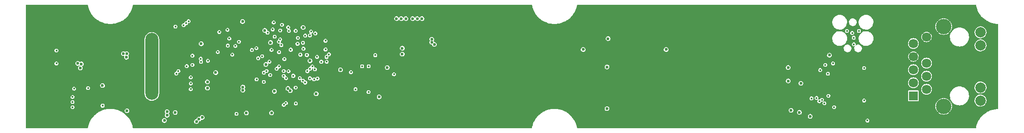
<source format=gbr>
G04 #@! TF.GenerationSoftware,KiCad,Pcbnew,6.0.9-8da3e8f707~117~ubuntu22.04.1*
G04 #@! TF.CreationDate,2023-01-10T20:00:55+01:00*
G04 #@! TF.ProjectId,CIS,4349532e-6b69-4636-9164-5f7063625858,2.1.0*
G04 #@! TF.SameCoordinates,PX5268310PY6353990*
G04 #@! TF.FileFunction,Copper,L2,Inr*
G04 #@! TF.FilePolarity,Positive*
%FSLAX46Y46*%
G04 Gerber Fmt 4.6, Leading zero omitted, Abs format (unit mm)*
G04 Created by KiCad (PCBNEW 6.0.9-8da3e8f707~117~ubuntu22.04.1) date 2023-01-10 20:00:55*
%MOMM*%
%LPD*%
G01*
G04 APERTURE LIST*
G04 #@! TA.AperFunction,ComponentPad*
%ADD10R,1.800000X1.800000*%
G04 #@! TD*
G04 #@! TA.AperFunction,ComponentPad*
%ADD11C,1.800000*%
G04 #@! TD*
G04 #@! TA.AperFunction,ComponentPad*
%ADD12C,2.000000*%
G04 #@! TD*
G04 #@! TA.AperFunction,ComponentPad*
%ADD13C,3.000000*%
G04 #@! TD*
G04 #@! TA.AperFunction,WasherPad*
%ADD14O,2.500000X13.000000*%
G04 #@! TD*
G04 #@! TA.AperFunction,ViaPad*
%ADD15C,0.600000*%
G04 #@! TD*
G04 #@! TA.AperFunction,ViaPad*
%ADD16C,0.440000*%
G04 #@! TD*
G04 APERTURE END LIST*
D10*
X171700000Y6801440D03*
D11*
X174240000Y8071440D03*
X171700000Y9341440D03*
X174240000Y10611440D03*
X171700000Y11881440D03*
X174240000Y13151440D03*
X171700000Y14421440D03*
X171700000Y16961440D03*
X174240000Y18231440D03*
D12*
X184650000Y5881440D03*
X184650000Y8421440D03*
X184650000Y16601440D03*
X184650000Y19141440D03*
D13*
X177540000Y4761440D03*
X177540000Y20261440D03*
D14*
X24800000Y12510040D03*
D15*
X57600000Y6136000D03*
D16*
X161200000Y19400000D03*
X153000000Y6400040D03*
X53920000Y9760040D03*
X66630000Y12540040D03*
X55759000Y12524440D03*
X55315000Y12064640D03*
X65360000Y12539040D03*
X56250000Y11950040D03*
X64093000Y8093240D03*
X56750000Y10160040D03*
X66600000Y7550040D03*
X67900000Y14700040D03*
X53939000Y17102640D03*
X52980000Y18061640D03*
X55524000Y19277840D03*
X54367000Y18501640D03*
X56339000Y18916040D03*
X52540000Y19421240D03*
X153550000Y5758340D03*
X50241000Y10673940D03*
X47120000Y19062440D03*
X40900000Y16500040D03*
X47625000Y10851440D03*
X46925000Y11626440D03*
X51100000Y20100040D03*
X52540000Y8400640D03*
X49550000Y19501440D03*
X39376000Y19624140D03*
X154050000Y6026440D03*
X50687000Y10239840D03*
X31520000Y12572440D03*
X46067000Y14496140D03*
X154525000Y5351440D03*
X51161000Y11593340D03*
X29920000Y11601440D03*
X44100000Y15701440D03*
X29520000Y11111440D03*
X44971000Y16080540D03*
X41600000Y17300040D03*
X48300000Y21050040D03*
X30931000Y20516240D03*
X49300000Y17300040D03*
X39738000Y17937540D03*
X48100000Y19700040D03*
X63200000Y11400040D03*
X152050000Y6301440D03*
X48500000Y18300040D03*
X41120000Y3311440D03*
X53331000Y10231440D03*
X49900000Y20600040D03*
X29350000Y20250040D03*
X47889000Y15731140D03*
X31900000Y21300040D03*
X51233000Y19408140D03*
X49539000Y17778740D03*
X31400000Y20900040D03*
X49782000Y16662440D03*
X39454000Y16545740D03*
X49338000Y12524540D03*
X37520000Y15311440D03*
X55290000Y18541440D03*
X37800000Y19200040D03*
X32620000Y12811440D03*
X45000000Y10001440D03*
X34281000Y13411440D03*
X45300000Y14101440D03*
X34220000Y14011440D03*
X50241000Y11619240D03*
X32620000Y14611440D03*
X40311000Y14811440D03*
X48862000Y12064540D03*
X35620000Y13611440D03*
X154700000Y12801440D03*
X153738000Y11801240D03*
X9800000Y8200040D03*
X6400000Y13100040D03*
X56100000Y10001440D03*
X6400000Y15600040D03*
X12500000Y8300040D03*
X58962000Y14854740D03*
X9500000Y6600040D03*
X9500000Y5600040D03*
X58503000Y14363640D03*
X9500000Y4600040D03*
X58520000Y13441440D03*
X32300000Y8111440D03*
X32320000Y9211440D03*
X52570000Y5321240D03*
X46400000Y9501440D03*
X50664000Y5411440D03*
X50250000Y5063440D03*
X158900000Y19400000D03*
X32300000Y10411440D03*
X47482000Y13443940D03*
X160200000Y16800000D03*
X46400000Y11301440D03*
X58300000Y17507040D03*
X159900000Y19000000D03*
X160190000Y18080000D03*
X71500000Y11000040D03*
X56660000Y14360740D03*
D15*
X51500000Y7801440D03*
X51050000Y8251440D03*
X46800000Y12901440D03*
D16*
X55300000Y10206740D03*
D15*
X53979000Y20087140D03*
X78800000Y17201440D03*
X78800000Y17801440D03*
X19963000Y15005240D03*
X19300000Y15000040D03*
X19900000Y14300040D03*
X79300000Y16800040D03*
X33400000Y1825440D03*
X61200000Y11860540D03*
X34500000Y2600440D03*
X33900000Y2300440D03*
D16*
X57490000Y13420040D03*
D15*
X10500000Y13100040D03*
X11200000Y13000040D03*
X11000000Y12200040D03*
X27750000Y3725440D03*
X29300000Y3575440D03*
X27753000Y3028440D03*
D16*
X15300000Y4900040D03*
X156400000Y4601440D03*
X162820000Y2011440D03*
X162195000Y5901440D03*
X155300000Y6801440D03*
X156199000Y13101440D03*
X155200000Y11101440D03*
X162195000Y12201440D03*
D15*
X42341000Y8516440D03*
X35520000Y9511440D03*
X34320000Y16911440D03*
X35520000Y8311440D03*
X42341000Y7916440D03*
X18180000Y18400040D03*
X45300000Y19301440D03*
X64100000Y14900040D03*
X75850000Y19201440D03*
X20500000Y10900040D03*
X160995000Y9151440D03*
X152000000Y14251440D03*
X16100000Y11700040D03*
X3900000Y14700040D03*
X40750000Y4551440D03*
X30900000Y5275040D03*
X6400000Y14401440D03*
X122700000Y15800000D03*
X154700000Y3101440D03*
X186700000Y10101440D03*
D16*
X53000000Y21150040D03*
D15*
X54150000Y22751440D03*
X147270000Y7546540D03*
D16*
X50240000Y15271440D03*
D15*
X3900000Y14100040D03*
X13400000Y3600440D03*
X49150000Y4951440D03*
X61273000Y12980140D03*
X32150000Y5325040D03*
X20100000Y10400040D03*
X157300000Y11600040D03*
X44200000Y19301440D03*
D16*
X51170000Y10681440D03*
D15*
X14816000Y17485540D03*
X17200000Y14000040D03*
X7800000Y10800040D03*
X119250000Y3647440D03*
X119250000Y19411440D03*
X157140000Y5841440D03*
D16*
X53460000Y8371440D03*
D15*
X112850000Y2775440D03*
X73200000Y19201440D03*
D16*
X56213000Y11163940D03*
D15*
X153275000Y8451440D03*
X30200000Y10411440D03*
X112850000Y11437440D03*
X29800000Y9211440D03*
X70500000Y9900040D03*
X17900000Y11700040D03*
X48100000Y21901440D03*
X21500000Y3200440D03*
D16*
X56660000Y13448640D03*
D15*
X59781913Y13218087D03*
X76600000Y14401440D03*
X63140000Y8260040D03*
X44100000Y12801440D03*
X44900000Y13601440D03*
X123050000Y9600000D03*
D16*
X54850000Y9771440D03*
D15*
X31400000Y1460440D03*
D16*
X50240000Y12531440D03*
D15*
X113050000Y19111440D03*
X186700000Y17501440D03*
X42700000Y19137440D03*
X29800000Y8111440D03*
X60800000Y7001440D03*
X9500000Y14700040D03*
X8400000Y14700040D03*
X6200000Y13800040D03*
X107050000Y9600000D03*
X20800000Y16700040D03*
X77700000Y19300040D03*
X60300000Y6301440D03*
D16*
X53086000Y7087040D03*
D15*
X47100000Y21901440D03*
X45300000Y17701440D03*
X152650000Y9076440D03*
X150100000Y14151440D03*
X53700000Y6201440D03*
X154078000Y13873640D03*
X10700000Y23801440D03*
D16*
X51590000Y14771440D03*
D15*
X13000000Y15100040D03*
X53350000Y21951440D03*
X20600000Y14000040D03*
X11100000Y9300040D03*
X11030200Y21313740D03*
X47900000Y8501440D03*
D16*
X55270000Y14770040D03*
X52500000Y15835440D03*
D15*
X21800000Y13500040D03*
X119250000Y11437440D03*
X153300000Y20000040D03*
X13300000Y19200040D03*
D16*
X50720000Y16646840D03*
D15*
X9100000Y21601440D03*
D16*
X54398000Y16651440D03*
D15*
X10300000Y10000040D03*
X43300000Y19300040D03*
X79820000Y14411440D03*
X153300000Y9751440D03*
X34612000Y17719740D03*
X8300000Y10000040D03*
X28600000Y1100440D03*
X57385000Y10757940D03*
X77900000Y14251440D03*
X73900000Y14951440D03*
X37841000Y4116440D03*
X151850000Y20551440D03*
D16*
X58050000Y13900040D03*
X52550000Y14801440D03*
D15*
X46941000Y4716440D03*
X152009571Y15825187D03*
X62400000Y14953440D03*
X40300000Y21236040D03*
X45300000Y16601440D03*
X33200000Y6076440D03*
X13000000Y13900040D03*
X18400000Y16700040D03*
X6800000Y13900040D03*
X74950000Y14951440D03*
X106750000Y15825440D03*
X159845000Y6501440D03*
X75150000Y19201440D03*
X13000000Y16200040D03*
X176400000Y12451440D03*
X153950000Y9076440D03*
X157300000Y14700000D03*
D16*
X51533000Y12710140D03*
D15*
X43400000Y22001440D03*
X10900000Y11100040D03*
X70100000Y7850040D03*
X73900000Y19201440D03*
X8500000Y23501440D03*
X68950000Y16251440D03*
X44000000Y9301440D03*
D16*
X53050000Y11567440D03*
D15*
X160600000Y13400000D03*
X21300000Y8900040D03*
X160995000Y2801440D03*
X14700000Y19200040D03*
D16*
X46000000Y13901440D03*
D15*
X76550000Y19201440D03*
X168950000Y12951440D03*
X47900000Y3500440D03*
X70200000Y12300040D03*
D16*
X54380000Y9400040D03*
D15*
X147550000Y12301440D03*
X76000000Y21801440D03*
X55300000Y13601440D03*
X20000000Y3900440D03*
D16*
X50365000Y13945740D03*
D15*
X148100000Y4000440D03*
X108000000Y15800000D03*
X73100000Y16051440D03*
X72000000Y21801440D03*
D16*
X58300000Y15801440D03*
D15*
X56500000Y7191440D03*
X48447000Y7689240D03*
D16*
X51598000Y15762340D03*
D15*
X112600000Y12411440D03*
X75100000Y21801440D03*
D16*
X52900000Y16901440D03*
D15*
X37120000Y11311440D03*
X149700000Y3601440D03*
D16*
X54050000Y15962940D03*
D15*
X27220000Y2011440D03*
X43024000Y3476440D03*
D16*
X49340000Y15291440D03*
D15*
X15270000Y8811440D03*
X112800000Y17911440D03*
X76900000Y21801440D03*
X68650000Y6590540D03*
X73800000Y21801440D03*
X155500000Y14700000D03*
X147550000Y9701440D03*
X46600000Y19500040D03*
D16*
X52080000Y10685340D03*
D15*
X72900000Y21801440D03*
X112600000Y4311440D03*
D16*
X54700000Y14734640D03*
D15*
X150000000Y9251440D03*
X124000000Y15800000D03*
D16*
X54800000Y11601440D03*
X53449000Y14804440D03*
D15*
X73100000Y14900000D03*
X151800000Y2826440D03*
X47684000Y17151440D03*
X42300000Y21236040D03*
G04 #@! TA.AperFunction,Conductor*
G36*
X12439279Y24486482D02*
G01*
X12451593Y24462987D01*
X12504773Y24170912D01*
X12505049Y24169927D01*
X12505053Y24169911D01*
X12606931Y23805791D01*
X12614779Y23777740D01*
X12666898Y23641561D01*
X12760325Y23397453D01*
X12760712Y23396441D01*
X12761168Y23395516D01*
X12761170Y23395512D01*
X12766673Y23384356D01*
X12941320Y23030290D01*
X12941863Y23029407D01*
X13154466Y22683381D01*
X13155049Y22682432D01*
X13220262Y22595511D01*
X13399451Y22356674D01*
X13399453Y22356672D01*
X13400066Y22355855D01*
X13400749Y22355102D01*
X13400756Y22355093D01*
X13620767Y22112383D01*
X13674265Y22053365D01*
X13675017Y22052676D01*
X13675018Y22052675D01*
X13681592Y22046652D01*
X13975291Y21777559D01*
X14300558Y21530806D01*
X14380256Y21481252D01*
X14646194Y21315898D01*
X14647273Y21315227D01*
X14648195Y21314766D01*
X14727427Y21275158D01*
X15012457Y21132672D01*
X15392973Y20984710D01*
X15785554Y20872611D01*
X15786566Y20872421D01*
X15786571Y20872420D01*
X16074874Y20818340D01*
X16186826Y20797340D01*
X16187845Y20797245D01*
X16187854Y20797244D01*
X16477042Y20770355D01*
X16593344Y20759541D01*
X16797480Y20759540D01*
X17001616Y20759540D01*
X17117935Y20770355D01*
X17407106Y20797241D01*
X17407115Y20797242D01*
X17408134Y20797337D01*
X17409150Y20797528D01*
X17409153Y20797528D01*
X17808390Y20872416D01*
X17808395Y20872417D01*
X17809407Y20872607D01*
X18132277Y20964798D01*
X18201004Y20984422D01*
X18201005Y20984422D01*
X18201988Y20984703D01*
X18582505Y21132664D01*
X18685443Y21184122D01*
X18946769Y21314756D01*
X18946779Y21314762D01*
X18947690Y21315217D01*
X18948786Y21315898D01*
X19192533Y21467454D01*
X19294405Y21530795D01*
X19619673Y21777546D01*
X19620421Y21778231D01*
X19620429Y21778238D01*
X19651821Y21807000D01*
X71544901Y21807000D01*
X71553267Y21743023D01*
X71560820Y21685266D01*
X71561633Y21679046D01*
X71613605Y21560930D01*
X71615643Y21558505D01*
X71615644Y21558504D01*
X71676659Y21485918D01*
X71696639Y21462149D01*
X71699276Y21460394D01*
X71699279Y21460391D01*
X71741141Y21432526D01*
X71804060Y21390644D01*
X71927233Y21352162D01*
X71966311Y21351446D01*
X72053084Y21349855D01*
X72053085Y21349855D01*
X72056255Y21349797D01*
X72133043Y21370732D01*
X72177694Y21382905D01*
X72177697Y21382906D01*
X72180755Y21383740D01*
X72219809Y21407719D01*
X72288018Y21449599D01*
X72288020Y21449601D01*
X72290724Y21451261D01*
X72308194Y21470561D01*
X72375195Y21544583D01*
X72377322Y21546933D01*
X72409979Y21614337D01*
X72435428Y21636972D01*
X72469429Y21634981D01*
X72490757Y21612856D01*
X72513605Y21560930D01*
X72515643Y21558505D01*
X72515644Y21558504D01*
X72576659Y21485918D01*
X72596639Y21462149D01*
X72599276Y21460394D01*
X72599279Y21460391D01*
X72641141Y21432526D01*
X72704060Y21390644D01*
X72827233Y21352162D01*
X72866311Y21351446D01*
X72953084Y21349855D01*
X72953085Y21349855D01*
X72956255Y21349797D01*
X73033043Y21370732D01*
X73077694Y21382905D01*
X73077697Y21382906D01*
X73080755Y21383740D01*
X73119809Y21407719D01*
X73188018Y21449599D01*
X73188020Y21449601D01*
X73190724Y21451261D01*
X73208194Y21470561D01*
X73275195Y21544583D01*
X73277322Y21546933D01*
X73309979Y21614337D01*
X73335428Y21636972D01*
X73369429Y21634981D01*
X73390757Y21612856D01*
X73413605Y21560930D01*
X73415643Y21558505D01*
X73415644Y21558504D01*
X73476659Y21485918D01*
X73496639Y21462149D01*
X73499276Y21460394D01*
X73499279Y21460391D01*
X73541141Y21432526D01*
X73604060Y21390644D01*
X73727233Y21352162D01*
X73766311Y21351446D01*
X73853084Y21349855D01*
X73853085Y21349855D01*
X73856255Y21349797D01*
X73933043Y21370732D01*
X73977694Y21382905D01*
X73977697Y21382906D01*
X73980755Y21383740D01*
X74019809Y21407719D01*
X74088018Y21449599D01*
X74088020Y21449601D01*
X74090724Y21451261D01*
X74108194Y21470561D01*
X74175195Y21544583D01*
X74177322Y21546933D01*
X74191703Y21576614D01*
X74232204Y21660208D01*
X74232204Y21660209D01*
X74233588Y21663065D01*
X74235531Y21674610D01*
X74254711Y21788620D01*
X74254997Y21790320D01*
X74255133Y21801440D01*
X74254337Y21807000D01*
X74644901Y21807000D01*
X74653267Y21743023D01*
X74660820Y21685266D01*
X74661633Y21679046D01*
X74713605Y21560930D01*
X74715643Y21558505D01*
X74715644Y21558504D01*
X74776659Y21485918D01*
X74796639Y21462149D01*
X74799276Y21460394D01*
X74799279Y21460391D01*
X74841141Y21432526D01*
X74904060Y21390644D01*
X75027233Y21352162D01*
X75066311Y21351446D01*
X75153084Y21349855D01*
X75153085Y21349855D01*
X75156255Y21349797D01*
X75233043Y21370732D01*
X75277694Y21382905D01*
X75277697Y21382906D01*
X75280755Y21383740D01*
X75319809Y21407719D01*
X75388018Y21449599D01*
X75388020Y21449601D01*
X75390724Y21451261D01*
X75408194Y21470561D01*
X75475195Y21544583D01*
X75477322Y21546933D01*
X75509979Y21614337D01*
X75535428Y21636972D01*
X75569429Y21634981D01*
X75590757Y21612856D01*
X75613605Y21560930D01*
X75615643Y21558505D01*
X75615644Y21558504D01*
X75676659Y21485918D01*
X75696639Y21462149D01*
X75699276Y21460394D01*
X75699279Y21460391D01*
X75741141Y21432526D01*
X75804060Y21390644D01*
X75927233Y21352162D01*
X75966311Y21351446D01*
X76053084Y21349855D01*
X76053085Y21349855D01*
X76056255Y21349797D01*
X76133043Y21370732D01*
X76177694Y21382905D01*
X76177697Y21382906D01*
X76180755Y21383740D01*
X76219809Y21407719D01*
X76288018Y21449599D01*
X76288020Y21449601D01*
X76290724Y21451261D01*
X76308194Y21470561D01*
X76375195Y21544583D01*
X76377322Y21546933D01*
X76409979Y21614337D01*
X76435428Y21636972D01*
X76469429Y21634981D01*
X76490757Y21612856D01*
X76513605Y21560930D01*
X76515643Y21558505D01*
X76515644Y21558504D01*
X76576659Y21485918D01*
X76596639Y21462149D01*
X76599276Y21460394D01*
X76599279Y21460391D01*
X76641141Y21432526D01*
X76704060Y21390644D01*
X76827233Y21352162D01*
X76866311Y21351446D01*
X76953084Y21349855D01*
X76953085Y21349855D01*
X76956255Y21349797D01*
X77033043Y21370732D01*
X77077694Y21382905D01*
X77077697Y21382906D01*
X77080755Y21383740D01*
X77119809Y21407719D01*
X77188018Y21449599D01*
X77188020Y21449601D01*
X77190724Y21451261D01*
X77208194Y21470561D01*
X77275195Y21544583D01*
X77277322Y21546933D01*
X77291703Y21576614D01*
X77332204Y21660208D01*
X77332204Y21660209D01*
X77333588Y21663065D01*
X77335531Y21674610D01*
X77354711Y21788620D01*
X77354997Y21790320D01*
X77355133Y21801440D01*
X77336839Y21929181D01*
X77283428Y22046652D01*
X77199193Y22144412D01*
X77196539Y22146132D01*
X77196537Y22146134D01*
X77093566Y22212875D01*
X77093565Y22212875D01*
X77090906Y22214599D01*
X77008507Y22239242D01*
X76970310Y22250666D01*
X76970308Y22250666D01*
X76967273Y22251574D01*
X76901686Y22251975D01*
X76841399Y22252343D01*
X76841397Y22252343D01*
X76838231Y22252362D01*
X76835187Y22251492D01*
X76717201Y22217772D01*
X76717198Y22217771D01*
X76714155Y22216901D01*
X76711475Y22215210D01*
X76607700Y22149733D01*
X76607698Y22149731D01*
X76605019Y22148041D01*
X76602922Y22145667D01*
X76602920Y22145665D01*
X76572270Y22110960D01*
X76519596Y22051318D01*
X76518249Y22048449D01*
X76490271Y21988858D01*
X76465100Y21965914D01*
X76431078Y21967489D01*
X76409481Y21989352D01*
X76384742Y22043764D01*
X76384739Y22043769D01*
X76383428Y22046652D01*
X76299193Y22144412D01*
X76296539Y22146132D01*
X76296537Y22146134D01*
X76193566Y22212875D01*
X76193565Y22212875D01*
X76190906Y22214599D01*
X76108507Y22239242D01*
X76070310Y22250666D01*
X76070308Y22250666D01*
X76067273Y22251574D01*
X76001686Y22251975D01*
X75941399Y22252343D01*
X75941397Y22252343D01*
X75938231Y22252362D01*
X75935187Y22251492D01*
X75817201Y22217772D01*
X75817198Y22217771D01*
X75814155Y22216901D01*
X75811475Y22215210D01*
X75707700Y22149733D01*
X75707698Y22149731D01*
X75705019Y22148041D01*
X75702922Y22145667D01*
X75702920Y22145665D01*
X75672270Y22110960D01*
X75619596Y22051318D01*
X75618249Y22048449D01*
X75590271Y21988858D01*
X75565100Y21965914D01*
X75531078Y21967489D01*
X75509481Y21989352D01*
X75484742Y22043764D01*
X75484739Y22043769D01*
X75483428Y22046652D01*
X75399193Y22144412D01*
X75396539Y22146132D01*
X75396537Y22146134D01*
X75293566Y22212875D01*
X75293565Y22212875D01*
X75290906Y22214599D01*
X75208507Y22239242D01*
X75170310Y22250666D01*
X75170308Y22250666D01*
X75167273Y22251574D01*
X75101686Y22251975D01*
X75041399Y22252343D01*
X75041397Y22252343D01*
X75038231Y22252362D01*
X75035187Y22251492D01*
X74917201Y22217772D01*
X74917198Y22217771D01*
X74914155Y22216901D01*
X74911475Y22215210D01*
X74807700Y22149733D01*
X74807698Y22149731D01*
X74805019Y22148041D01*
X74802922Y22145667D01*
X74802920Y22145665D01*
X74772270Y22110960D01*
X74719596Y22051318D01*
X74664754Y21934508D01*
X74664266Y21931373D01*
X74664265Y21931370D01*
X74645389Y21810136D01*
X74644901Y21807000D01*
X74254337Y21807000D01*
X74236839Y21929181D01*
X74183428Y22046652D01*
X74099193Y22144412D01*
X74096539Y22146132D01*
X74096537Y22146134D01*
X73993566Y22212875D01*
X73993565Y22212875D01*
X73990906Y22214599D01*
X73908507Y22239242D01*
X73870310Y22250666D01*
X73870308Y22250666D01*
X73867273Y22251574D01*
X73801686Y22251975D01*
X73741399Y22252343D01*
X73741397Y22252343D01*
X73738231Y22252362D01*
X73735187Y22251492D01*
X73617201Y22217772D01*
X73617198Y22217771D01*
X73614155Y22216901D01*
X73611475Y22215210D01*
X73507700Y22149733D01*
X73507698Y22149731D01*
X73505019Y22148041D01*
X73502922Y22145667D01*
X73502920Y22145665D01*
X73472270Y22110960D01*
X73419596Y22051318D01*
X73418249Y22048449D01*
X73390271Y21988858D01*
X73365100Y21965914D01*
X73331078Y21967489D01*
X73309481Y21989352D01*
X73284742Y22043764D01*
X73284739Y22043769D01*
X73283428Y22046652D01*
X73199193Y22144412D01*
X73196539Y22146132D01*
X73196537Y22146134D01*
X73093566Y22212875D01*
X73093565Y22212875D01*
X73090906Y22214599D01*
X73008507Y22239242D01*
X72970310Y22250666D01*
X72970308Y22250666D01*
X72967273Y22251574D01*
X72901686Y22251975D01*
X72841399Y22252343D01*
X72841397Y22252343D01*
X72838231Y22252362D01*
X72835187Y22251492D01*
X72717201Y22217772D01*
X72717198Y22217771D01*
X72714155Y22216901D01*
X72711475Y22215210D01*
X72607700Y22149733D01*
X72607698Y22149731D01*
X72605019Y22148041D01*
X72602922Y22145667D01*
X72602920Y22145665D01*
X72572270Y22110960D01*
X72519596Y22051318D01*
X72518249Y22048449D01*
X72490271Y21988858D01*
X72465100Y21965914D01*
X72431078Y21967489D01*
X72409481Y21989352D01*
X72384742Y22043764D01*
X72384739Y22043769D01*
X72383428Y22046652D01*
X72299193Y22144412D01*
X72296539Y22146132D01*
X72296537Y22146134D01*
X72193566Y22212875D01*
X72193565Y22212875D01*
X72190906Y22214599D01*
X72108507Y22239242D01*
X72070310Y22250666D01*
X72070308Y22250666D01*
X72067273Y22251574D01*
X72001686Y22251975D01*
X71941399Y22252343D01*
X71941397Y22252343D01*
X71938231Y22252362D01*
X71935187Y22251492D01*
X71817201Y22217772D01*
X71817198Y22217771D01*
X71814155Y22216901D01*
X71811475Y22215210D01*
X71707700Y22149733D01*
X71707698Y22149731D01*
X71705019Y22148041D01*
X71702922Y22145667D01*
X71702920Y22145665D01*
X71672270Y22110960D01*
X71619596Y22051318D01*
X71564754Y21934508D01*
X71564266Y21931373D01*
X71564265Y21931370D01*
X71545389Y21810136D01*
X71544901Y21807000D01*
X19651821Y21807000D01*
X19826987Y21967489D01*
X19920701Y22053350D01*
X20194901Y22355840D01*
X20324808Y22528988D01*
X20439296Y22681584D01*
X20439301Y22681591D01*
X20439919Y22682415D01*
X20653651Y23030272D01*
X20657573Y23038222D01*
X20833802Y23395493D01*
X20833804Y23395497D01*
X20834260Y23396422D01*
X20980195Y23777720D01*
X20980481Y23778740D01*
X21089925Y24169899D01*
X21090203Y24170892D01*
X21143385Y24462972D01*
X21161844Y24491594D01*
X21187165Y24499500D01*
X98074441Y24499500D01*
X98105907Y24486466D01*
X98118221Y24462971D01*
X98171397Y24170923D01*
X98171676Y24169927D01*
X98171677Y24169922D01*
X98227523Y23970329D01*
X98281401Y23777766D01*
X98427331Y23396482D01*
X98427787Y23395557D01*
X98427789Y23395553D01*
X98604049Y23038222D01*
X98607934Y23030345D01*
X98821657Y22682502D01*
X98822275Y22681678D01*
X98822280Y22681671D01*
X98947630Y22514597D01*
X99066666Y22355938D01*
X99340856Y22053460D01*
X99341608Y22052771D01*
X99341609Y22052770D01*
X99641116Y21778357D01*
X99641124Y21778350D01*
X99641872Y21777665D01*
X99967128Y21530923D01*
X100080565Y21460391D01*
X100296726Y21325988D01*
X100313830Y21315353D01*
X100314752Y21314892D01*
X100403497Y21270529D01*
X100679001Y21132806D01*
X101059504Y20984851D01*
X101060487Y20984570D01*
X101060488Y20984570D01*
X101157750Y20956798D01*
X101452070Y20872758D01*
X101453082Y20872568D01*
X101453087Y20872567D01*
X101852309Y20797681D01*
X101852312Y20797681D01*
X101853328Y20797490D01*
X101854347Y20797395D01*
X101854356Y20797394D01*
X102136160Y20771192D01*
X102259831Y20759693D01*
X102668087Y20759693D01*
X102791761Y20771192D01*
X103073562Y20797393D01*
X103073571Y20797394D01*
X103074590Y20797489D01*
X103075606Y20797680D01*
X103075609Y20797680D01*
X103474831Y20872566D01*
X103474836Y20872567D01*
X103475848Y20872757D01*
X103868414Y20984850D01*
X103911208Y21001490D01*
X156050646Y21001490D01*
X156050921Y20999694D01*
X156050921Y20999692D01*
X156053700Y20981533D01*
X156086164Y20769381D01*
X156086732Y20767643D01*
X156086733Y20767639D01*
X156139824Y20605209D01*
X156159114Y20546191D01*
X156159955Y20544576D01*
X156159956Y20544573D01*
X156196091Y20475158D01*
X156267537Y20337911D01*
X156303085Y20290566D01*
X156407426Y20151596D01*
X156407430Y20151592D01*
X156408522Y20150137D01*
X156409839Y20148878D01*
X156409843Y20148874D01*
X156464566Y20096580D01*
X156578282Y19987911D01*
X156579789Y19986883D01*
X156579794Y19986879D01*
X156698273Y19906059D01*
X156772258Y19855589D01*
X156985242Y19756726D01*
X157037023Y19742366D01*
X157209759Y19694462D01*
X157209761Y19694462D01*
X157211512Y19693976D01*
X157213318Y19693783D01*
X157213323Y19693782D01*
X157376498Y19676344D01*
X157403204Y19673490D01*
X157539527Y19673490D01*
X157714021Y19687836D01*
X157941756Y19745039D01*
X157944176Y19746091D01*
X158010933Y19775118D01*
X158157092Y19838670D01*
X158272296Y19913199D01*
X158352707Y19965219D01*
X158352710Y19965221D01*
X158354243Y19966213D01*
X158355594Y19967442D01*
X158526569Y20123017D01*
X158526571Y20123019D01*
X158527916Y20124243D01*
X158673446Y20308516D01*
X158678355Y20317407D01*
X158740571Y20430112D01*
X158786926Y20514084D01*
X158865307Y20735426D01*
X158868421Y20752906D01*
X158906165Y20964798D01*
X158906166Y20964803D01*
X158906485Y20966597D01*
X158907643Y21061378D01*
X159280275Y21061378D01*
X159280713Y21058830D01*
X159280713Y21058827D01*
X159307401Y20903517D01*
X159309332Y20892279D01*
X159376510Y20734400D01*
X159378039Y20732322D01*
X159378041Y20732319D01*
X159476123Y20599041D01*
X159478207Y20596209D01*
X159608966Y20485121D01*
X159611271Y20483944D01*
X159759475Y20408267D01*
X159759478Y20408266D01*
X159761775Y20407093D01*
X159928435Y20366312D01*
X159930408Y20366190D01*
X159930412Y20366189D01*
X159938583Y20365682D01*
X159938595Y20365682D01*
X159939266Y20365640D01*
X160062964Y20365640D01*
X160064229Y20365787D01*
X160064238Y20365788D01*
X160187862Y20380201D01*
X160187866Y20380202D01*
X160190423Y20380500D01*
X160320496Y20427714D01*
X160349275Y20438160D01*
X160349277Y20438161D01*
X160351704Y20439042D01*
X160495192Y20533117D01*
X160496964Y20534987D01*
X160496967Y20534990D01*
X160611413Y20655803D01*
X160611414Y20655804D01*
X160613189Y20657678D01*
X160699366Y20806043D01*
X160749101Y20970254D01*
X160751039Y21001490D01*
X161130646Y21001490D01*
X161130921Y20999694D01*
X161130921Y20999692D01*
X161133700Y20981533D01*
X161166164Y20769381D01*
X161166732Y20767643D01*
X161166733Y20767639D01*
X161219824Y20605209D01*
X161239114Y20546191D01*
X161239955Y20544576D01*
X161239956Y20544573D01*
X161276091Y20475158D01*
X161347537Y20337911D01*
X161383085Y20290566D01*
X161487426Y20151596D01*
X161487430Y20151592D01*
X161488522Y20150137D01*
X161489839Y20148878D01*
X161489843Y20148874D01*
X161544566Y20096580D01*
X161658282Y19987911D01*
X161659789Y19986883D01*
X161659794Y19986879D01*
X161778273Y19906059D01*
X161852258Y19855589D01*
X162065242Y19756726D01*
X162117023Y19742366D01*
X162289759Y19694462D01*
X162289761Y19694462D01*
X162291512Y19693976D01*
X162293318Y19693783D01*
X162293323Y19693782D01*
X162456498Y19676344D01*
X162483204Y19673490D01*
X162619527Y19673490D01*
X162794021Y19687836D01*
X163021756Y19745039D01*
X163024176Y19746091D01*
X163090933Y19775118D01*
X163237092Y19838670D01*
X163352296Y19913199D01*
X163432707Y19965219D01*
X163432710Y19965221D01*
X163434243Y19966213D01*
X163435594Y19967442D01*
X163606569Y20123017D01*
X163606571Y20123019D01*
X163607916Y20124243D01*
X163714893Y20259699D01*
X175944217Y20259699D01*
X175963590Y20013532D01*
X175964139Y20010073D01*
X176021782Y19769974D01*
X176022857Y19766663D01*
X176117356Y19538522D01*
X176118941Y19535413D01*
X176247959Y19324875D01*
X176250010Y19322051D01*
X176356906Y19196892D01*
X176362943Y19193816D01*
X176367931Y19195437D01*
X177427675Y20255181D01*
X177430268Y20261440D01*
X177649732Y20261440D01*
X177652325Y20255181D01*
X178711086Y19196420D01*
X178717345Y19193827D01*
X178722191Y19195834D01*
X178829990Y19322051D01*
X178832041Y19324875D01*
X178961059Y19535413D01*
X178962644Y19538522D01*
X179057143Y19766663D01*
X179058218Y19769974D01*
X179115861Y20010073D01*
X179116410Y20013532D01*
X179135783Y20259699D01*
X179135783Y20263181D01*
X179116410Y20509348D01*
X179115861Y20512807D01*
X179058218Y20752906D01*
X179057143Y20756217D01*
X178962644Y20984358D01*
X178961059Y20987467D01*
X178832041Y21198005D01*
X178829990Y21200829D01*
X178723094Y21325988D01*
X178717057Y21329064D01*
X178712069Y21327443D01*
X177652325Y20267699D01*
X177649732Y20261440D01*
X177430268Y20261440D01*
X177427675Y20267699D01*
X176368914Y21326460D01*
X176362655Y21329053D01*
X176357809Y21327046D01*
X176250010Y21200829D01*
X176247959Y21198005D01*
X176118941Y20987467D01*
X176117356Y20984358D01*
X176022857Y20756217D01*
X176021782Y20752906D01*
X175964139Y20512807D01*
X175963590Y20509348D01*
X175944217Y20263181D01*
X175944217Y20259699D01*
X163714893Y20259699D01*
X163753446Y20308516D01*
X163758355Y20317407D01*
X163820571Y20430112D01*
X163866926Y20514084D01*
X163945307Y20735426D01*
X163948421Y20752906D01*
X163986165Y20964798D01*
X163986166Y20964803D01*
X163986485Y20966597D01*
X163989135Y21183430D01*
X163989332Y21199572D01*
X163989332Y21199575D01*
X163989354Y21201390D01*
X163981119Y21255209D01*
X163964169Y21365970D01*
X163953836Y21433499D01*
X163952203Y21438497D01*
X176472376Y21438497D01*
X176473997Y21433509D01*
X177533741Y20373765D01*
X177540000Y20371172D01*
X177546259Y20373765D01*
X178605020Y21432526D01*
X178607613Y21438785D01*
X178605606Y21443631D01*
X178479389Y21551430D01*
X178476565Y21553481D01*
X178266027Y21682499D01*
X178262918Y21684084D01*
X178034777Y21778583D01*
X178031466Y21779658D01*
X177791367Y21837301D01*
X177787908Y21837850D01*
X177541741Y21857223D01*
X177538259Y21857223D01*
X177292092Y21837850D01*
X177288633Y21837301D01*
X177048534Y21779658D01*
X177045223Y21778583D01*
X176817082Y21684084D01*
X176813973Y21682499D01*
X176603435Y21553481D01*
X176600611Y21551430D01*
X176475452Y21444534D01*
X176472376Y21438497D01*
X163952203Y21438497D01*
X163887981Y21634981D01*
X163880886Y21656689D01*
X163879352Y21659637D01*
X163819271Y21775051D01*
X163772463Y21864969D01*
X163695489Y21967489D01*
X163632574Y22051284D01*
X163632570Y22051288D01*
X163631478Y22052743D01*
X163630161Y22054002D01*
X163630157Y22054006D01*
X163535552Y22144412D01*
X163461718Y22214969D01*
X163460211Y22215997D01*
X163460206Y22216001D01*
X163341727Y22296821D01*
X163267742Y22347291D01*
X163054758Y22446154D01*
X162941623Y22477529D01*
X162830241Y22508418D01*
X162830239Y22508418D01*
X162828488Y22508904D01*
X162826682Y22509097D01*
X162826677Y22509098D01*
X162637975Y22529264D01*
X162636796Y22529390D01*
X162500473Y22529390D01*
X162325979Y22515044D01*
X162098244Y22457841D01*
X161882908Y22364210D01*
X161810010Y22317050D01*
X161708800Y22251574D01*
X161685757Y22236667D01*
X161684408Y22235440D01*
X161684406Y22235438D01*
X161547607Y22110960D01*
X161512084Y22078637D01*
X161366554Y21894364D01*
X161365670Y21892762D01*
X161365667Y21892758D01*
X161316194Y21803138D01*
X161253074Y21688796D01*
X161174693Y21467454D01*
X161174372Y21465652D01*
X161135021Y21244736D01*
X161133515Y21236283D01*
X161132251Y21132806D01*
X161130781Y21012500D01*
X161130646Y21001490D01*
X160751039Y21001490D01*
X160754051Y21050040D01*
X160759565Y21138922D01*
X160759565Y21138923D01*
X160759725Y21141502D01*
X160752938Y21181003D01*
X160731106Y21308053D01*
X160731106Y21308054D01*
X160730668Y21310601D01*
X160663490Y21468480D01*
X160652769Y21483049D01*
X160563324Y21604591D01*
X160563323Y21604592D01*
X160561793Y21606671D01*
X160431034Y21717759D01*
X160343569Y21762421D01*
X160280525Y21794613D01*
X160280522Y21794614D01*
X160278225Y21795787D01*
X160111565Y21836568D01*
X160109592Y21836690D01*
X160109588Y21836691D01*
X160101417Y21837198D01*
X160101405Y21837198D01*
X160100734Y21837240D01*
X159977036Y21837240D01*
X159975771Y21837093D01*
X159975762Y21837092D01*
X159852138Y21822679D01*
X159852134Y21822678D01*
X159849577Y21822380D01*
X159847152Y21821500D01*
X159847153Y21821500D01*
X159690725Y21764720D01*
X159690723Y21764719D01*
X159688296Y21763838D01*
X159544808Y21669763D01*
X159543036Y21667893D01*
X159543033Y21667890D01*
X159444460Y21563833D01*
X159426811Y21545202D01*
X159340634Y21396837D01*
X159290899Y21232626D01*
X159290739Y21230047D01*
X159286957Y21169077D01*
X159280275Y21061378D01*
X158907643Y21061378D01*
X158909135Y21183430D01*
X158909332Y21199572D01*
X158909332Y21199575D01*
X158909354Y21201390D01*
X158901119Y21255209D01*
X158884169Y21365970D01*
X158873836Y21433499D01*
X158872203Y21438497D01*
X158807981Y21634981D01*
X158800886Y21656689D01*
X158799352Y21659637D01*
X158739271Y21775051D01*
X158692463Y21864969D01*
X158615489Y21967489D01*
X158552574Y22051284D01*
X158552570Y22051288D01*
X158551478Y22052743D01*
X158550161Y22054002D01*
X158550157Y22054006D01*
X158455552Y22144412D01*
X158381718Y22214969D01*
X158380211Y22215997D01*
X158380206Y22216001D01*
X158261727Y22296821D01*
X158187742Y22347291D01*
X157974758Y22446154D01*
X157861623Y22477529D01*
X157750241Y22508418D01*
X157750239Y22508418D01*
X157748488Y22508904D01*
X157746682Y22509097D01*
X157746677Y22509098D01*
X157557975Y22529264D01*
X157556796Y22529390D01*
X157420473Y22529390D01*
X157245979Y22515044D01*
X157018244Y22457841D01*
X156802908Y22364210D01*
X156730010Y22317050D01*
X156628800Y22251574D01*
X156605757Y22236667D01*
X156604408Y22235440D01*
X156604406Y22235438D01*
X156467607Y22110960D01*
X156432084Y22078637D01*
X156286554Y21894364D01*
X156285670Y21892762D01*
X156285667Y21892758D01*
X156236194Y21803138D01*
X156173074Y21688796D01*
X156094693Y21467454D01*
X156094372Y21465652D01*
X156055021Y21244736D01*
X156053515Y21236283D01*
X156052251Y21132806D01*
X156050781Y21012500D01*
X156050646Y21001490D01*
X103911208Y21001490D01*
X104248917Y21132805D01*
X104524423Y21270529D01*
X104613166Y21314891D01*
X104614088Y21315352D01*
X104614967Y21315898D01*
X104876264Y21478366D01*
X104960790Y21530922D01*
X105286046Y21777664D01*
X105286794Y21778349D01*
X105286802Y21778356D01*
X105586309Y22052768D01*
X105586311Y22052770D01*
X105587062Y22053458D01*
X105861252Y22355936D01*
X105980625Y22515044D01*
X106105638Y22681669D01*
X106105643Y22681676D01*
X106106261Y22682500D01*
X106319985Y23030343D01*
X106323872Y23038222D01*
X106500130Y23395551D01*
X106500132Y23395555D01*
X106500588Y23396480D01*
X106500961Y23397453D01*
X106594383Y23641547D01*
X106646518Y23777764D01*
X106646799Y23778766D01*
X106756244Y24169927D01*
X106756522Y24170920D01*
X106809699Y24462970D01*
X106828158Y24491592D01*
X106853479Y24499498D01*
X145230715Y24499499D01*
X183741287Y24499500D01*
X183772753Y24486466D01*
X183785094Y24462822D01*
X183833682Y24190721D01*
X183938760Y23806729D01*
X183939107Y23805799D01*
X183939110Y23805791D01*
X184077723Y23434739D01*
X184078077Y23433792D01*
X184078515Y23432881D01*
X184078516Y23432878D01*
X184095538Y23397451D01*
X184250494Y23074956D01*
X184251006Y23074099D01*
X184251009Y23074093D01*
X184432406Y22770323D01*
X184454603Y22733151D01*
X184455189Y22732346D01*
X184455195Y22732336D01*
X184663297Y22446154D01*
X184688737Y22411169D01*
X184771140Y22317051D01*
X184929245Y22136470D01*
X184950984Y22111640D01*
X185239203Y21837011D01*
X185551038Y21589524D01*
X185883943Y21371200D01*
X185993081Y21312981D01*
X186234314Y21184296D01*
X186234325Y21184291D01*
X186235200Y21183824D01*
X186236133Y21183430D01*
X186601007Y21029317D01*
X186601011Y21029315D01*
X186601938Y21028924D01*
X186642522Y21015958D01*
X186980208Y20908072D01*
X186980217Y20908070D01*
X186981164Y20907767D01*
X187369779Y20821342D01*
X187370761Y20821215D01*
X187370762Y20821215D01*
X187763626Y20770482D01*
X187763628Y20770482D01*
X187764610Y20770355D01*
X187765600Y20770317D01*
X187765604Y20770317D01*
X187967492Y20762637D01*
X187998440Y20748416D01*
X188010300Y20718169D01*
X188010299Y17967540D01*
X188010297Y4301914D01*
X187997263Y4270448D01*
X187967507Y4257447D01*
X187762133Y4249547D01*
X187366102Y4198114D01*
X187365122Y4197895D01*
X186977332Y4111239D01*
X186977325Y4111237D01*
X186976358Y4111021D01*
X186975404Y4110715D01*
X186975401Y4110714D01*
X186597063Y3989293D01*
X186597059Y3989291D01*
X186596104Y3988985D01*
X186526841Y3959599D01*
X186229394Y3833402D01*
X186229389Y3833400D01*
X186228466Y3833008D01*
X186227574Y3832530D01*
X185877356Y3644851D01*
X185877346Y3644845D01*
X185876467Y3644374D01*
X185543001Y3424633D01*
X185311047Y3239599D01*
X185242641Y3185030D01*
X185230808Y3175591D01*
X184942456Y2899295D01*
X184941787Y2898526D01*
X184941785Y2898524D01*
X184711091Y2633389D01*
X184680315Y2598018D01*
X184679728Y2597206D01*
X184679724Y2597200D01*
X184602019Y2489577D01*
X184446540Y2274235D01*
X184446018Y2273354D01*
X184446017Y2273352D01*
X184432343Y2250261D01*
X184243053Y1930609D01*
X184242621Y1929700D01*
X184242618Y1929695D01*
X184090000Y1608807D01*
X184071526Y1569964D01*
X183933370Y1195265D01*
X183829721Y809594D01*
X183783799Y545000D01*
X183782478Y537390D01*
X183764255Y508616D01*
X183738633Y500500D01*
X106856612Y500500D01*
X106825146Y513534D01*
X106812795Y537233D01*
X106761128Y828720D01*
X106761126Y828730D01*
X106760947Y829740D01*
X106652292Y1224711D01*
X106507417Y1607881D01*
X106434587Y1756933D01*
X106328037Y1974996D01*
X106328031Y1975008D01*
X106327577Y1975936D01*
X106305930Y2011440D01*
X162444882Y2011440D01*
X162445430Y2007980D01*
X162460615Y1912111D01*
X162463242Y1895522D01*
X162464831Y1892404D01*
X162464831Y1892403D01*
X162505427Y1812729D01*
X162516523Y1790951D01*
X162599511Y1707963D01*
X162602632Y1706373D01*
X162602633Y1706372D01*
X162700963Y1656271D01*
X162704082Y1654682D01*
X162707538Y1654135D01*
X162707540Y1654134D01*
X162816540Y1636870D01*
X162820000Y1636322D01*
X162823460Y1636870D01*
X162932460Y1654134D01*
X162932462Y1654135D01*
X162935918Y1654682D01*
X162939037Y1656271D01*
X163037367Y1706372D01*
X163037368Y1706373D01*
X163040489Y1707963D01*
X163123477Y1790951D01*
X163134574Y1812729D01*
X163175169Y1892403D01*
X163175169Y1892404D01*
X163176758Y1895522D01*
X163179386Y1912111D01*
X163194570Y2007980D01*
X163195118Y2011440D01*
X163185001Y2075318D01*
X163177306Y2123900D01*
X163177305Y2123902D01*
X163176758Y2127358D01*
X163169619Y2141370D01*
X163125068Y2228807D01*
X163125067Y2228808D01*
X163123477Y2231929D01*
X163040489Y2314917D01*
X163037368Y2316507D01*
X163037367Y2316508D01*
X162939037Y2366609D01*
X162939036Y2366609D01*
X162935918Y2368198D01*
X162932462Y2368745D01*
X162932460Y2368746D01*
X162823460Y2386010D01*
X162820000Y2386558D01*
X162816540Y2386010D01*
X162707540Y2368746D01*
X162707538Y2368745D01*
X162704082Y2368198D01*
X162700964Y2366609D01*
X162700963Y2366609D01*
X162602633Y2316508D01*
X162602632Y2316507D01*
X162599511Y2314917D01*
X162516523Y2231929D01*
X162514933Y2228808D01*
X162514932Y2228807D01*
X162470381Y2141370D01*
X162463242Y2127358D01*
X162462695Y2123902D01*
X162462694Y2123900D01*
X162454999Y2075318D01*
X162444882Y2011440D01*
X106305930Y2011440D01*
X106114325Y2325696D01*
X105869505Y2654133D01*
X105813829Y2715901D01*
X105709180Y2832000D01*
X151344901Y2832000D01*
X151350284Y2790833D01*
X151360083Y2715901D01*
X151361633Y2704046D01*
X151413605Y2585930D01*
X151415643Y2583505D01*
X151415644Y2583504D01*
X151494598Y2489577D01*
X151496639Y2487149D01*
X151499276Y2485394D01*
X151499279Y2485391D01*
X151535183Y2461492D01*
X151604060Y2415644D01*
X151727233Y2377162D01*
X151766311Y2376446D01*
X151853084Y2374855D01*
X151853085Y2374855D01*
X151856255Y2374797D01*
X151918505Y2391769D01*
X151977694Y2407905D01*
X151977697Y2407906D01*
X151980755Y2408740D01*
X152025776Y2436383D01*
X152088018Y2474599D01*
X152088020Y2474601D01*
X152090724Y2476261D01*
X152177322Y2571933D01*
X152180797Y2579104D01*
X152232204Y2685208D01*
X152232204Y2685209D01*
X152233588Y2688065D01*
X152254997Y2815320D01*
X152255133Y2826440D01*
X152236839Y2954181D01*
X152183428Y3071652D01*
X152099193Y3169412D01*
X152096539Y3171132D01*
X152096537Y3171134D01*
X151993566Y3237875D01*
X151993565Y3237875D01*
X151990906Y3239599D01*
X151907387Y3264577D01*
X151870310Y3275666D01*
X151870308Y3275666D01*
X151867273Y3276574D01*
X151801686Y3276975D01*
X151741399Y3277343D01*
X151741397Y3277343D01*
X151738231Y3277362D01*
X151735187Y3276492D01*
X151617201Y3242772D01*
X151617198Y3242771D01*
X151614155Y3241901D01*
X151611475Y3240210D01*
X151507700Y3174733D01*
X151507698Y3174731D01*
X151505019Y3173041D01*
X151502922Y3170667D01*
X151502920Y3170665D01*
X151462236Y3124599D01*
X151419596Y3076318D01*
X151364754Y2959508D01*
X151364266Y2956373D01*
X151364265Y2956370D01*
X151346577Y2842766D01*
X151344901Y2832000D01*
X105709180Y2832000D01*
X105595923Y2957648D01*
X105595921Y2957650D01*
X105595236Y2958410D01*
X105293888Y3235894D01*
X104968068Y3484186D01*
X104967186Y3484737D01*
X104621459Y3700597D01*
X104621454Y3700600D01*
X104620592Y3701138D01*
X104381482Y3821134D01*
X104255375Y3884420D01*
X104255372Y3884421D01*
X104254466Y3884876D01*
X104034682Y3970652D01*
X103873827Y4033430D01*
X103873820Y4033432D01*
X103872855Y4033809D01*
X103479060Y4146651D01*
X103076486Y4222425D01*
X102955522Y4233710D01*
X102669636Y4260381D01*
X102669627Y4260381D01*
X102668613Y4260476D01*
X102463891Y4260476D01*
X102258970Y4260475D01*
X102257956Y4260380D01*
X102257947Y4260380D01*
X101852124Y4222519D01*
X101852120Y4222518D01*
X101851097Y4222423D01*
X101448523Y4146647D01*
X101054729Y4033804D01*
X101053764Y4033427D01*
X101053757Y4033425D01*
X100874884Y3963614D01*
X100673119Y3884869D01*
X100672213Y3884414D01*
X100672210Y3884413D01*
X100542687Y3819412D01*
X100306993Y3701130D01*
X100306131Y3700592D01*
X100306126Y3700589D01*
X99960400Y3484727D01*
X99959518Y3484176D01*
X99633699Y3235883D01*
X99565453Y3173041D01*
X99333107Y2959094D01*
X99333101Y2959088D01*
X99332352Y2958398D01*
X99331667Y2957638D01*
X99331665Y2957636D01*
X99058791Y2654904D01*
X99058084Y2654120D01*
X99057471Y2653297D01*
X99057469Y2653295D01*
X99052807Y2647041D01*
X98813266Y2325681D01*
X98600015Y1975921D01*
X98420176Y1607865D01*
X98275303Y1224694D01*
X98166650Y829723D01*
X98166470Y828707D01*
X98166469Y828703D01*
X98114803Y537218D01*
X98096477Y508510D01*
X98070986Y500485D01*
X59630640Y500493D01*
X21190300Y500500D01*
X21158834Y513534D01*
X21146483Y537233D01*
X21098204Y809594D01*
X21094633Y829738D01*
X21037679Y1036767D01*
X20986250Y1223711D01*
X20986248Y1223716D01*
X20985976Y1224706D01*
X20841101Y1607873D01*
X20840642Y1608814D01*
X20734791Y1825440D01*
X20661259Y1975926D01*
X20636216Y2017000D01*
X26764901Y2017000D01*
X26770394Y1974996D01*
X26776318Y1929695D01*
X26781633Y1889046D01*
X26833605Y1770930D01*
X26835643Y1768505D01*
X26835644Y1768504D01*
X26909482Y1680663D01*
X26916639Y1672149D01*
X26919276Y1670394D01*
X26919279Y1670391D01*
X26969638Y1636870D01*
X27024060Y1600644D01*
X27147233Y1562162D01*
X27186311Y1561446D01*
X27273084Y1559855D01*
X27273085Y1559855D01*
X27276255Y1559797D01*
X27338505Y1576768D01*
X27397694Y1592905D01*
X27397697Y1592906D01*
X27400755Y1593740D01*
X27425305Y1608814D01*
X27508018Y1659599D01*
X27508020Y1659601D01*
X27510724Y1661261D01*
X27551557Y1706372D01*
X27595195Y1754583D01*
X27597322Y1756933D01*
X27615317Y1794073D01*
X27633208Y1831000D01*
X32944901Y1831000D01*
X32961633Y1703046D01*
X33013605Y1584930D01*
X33015643Y1582505D01*
X33015644Y1582504D01*
X33034731Y1559797D01*
X33096639Y1486149D01*
X33099276Y1484394D01*
X33099279Y1484391D01*
X33167241Y1439152D01*
X33204060Y1414644D01*
X33327233Y1376162D01*
X33366311Y1375446D01*
X33453084Y1373855D01*
X33453085Y1373855D01*
X33456255Y1373797D01*
X33518505Y1390769D01*
X33577694Y1406905D01*
X33577697Y1406906D01*
X33580755Y1407740D01*
X33604420Y1422270D01*
X33688018Y1473599D01*
X33688020Y1473601D01*
X33690724Y1475261D01*
X33769331Y1562104D01*
X33775195Y1568583D01*
X33777322Y1570933D01*
X33787968Y1592905D01*
X33832204Y1684208D01*
X33832204Y1684209D01*
X33833588Y1687065D01*
X33854729Y1812730D01*
X33872802Y1841597D01*
X33899427Y1849839D01*
X33937791Y1849135D01*
X33953084Y1848855D01*
X33953085Y1848855D01*
X33956255Y1848797D01*
X34034789Y1870208D01*
X34077694Y1881905D01*
X34077697Y1881906D01*
X34080755Y1882740D01*
X34104420Y1897270D01*
X34188018Y1948599D01*
X34188020Y1948601D01*
X34190724Y1950261D01*
X34195349Y1955370D01*
X34275195Y2043583D01*
X34277322Y2045933D01*
X34324593Y2143500D01*
X34350042Y2166135D01*
X34377909Y2166572D01*
X34427233Y2151162D01*
X34466311Y2150446D01*
X34553084Y2148855D01*
X34553085Y2148855D01*
X34556255Y2148797D01*
X34632797Y2169665D01*
X34677694Y2181905D01*
X34677697Y2181906D01*
X34680755Y2182740D01*
X34755783Y2228807D01*
X34788018Y2248599D01*
X34788020Y2248601D01*
X34790724Y2250261D01*
X34798136Y2258449D01*
X34875195Y2343583D01*
X34877322Y2345933D01*
X34882265Y2356134D01*
X34932204Y2459208D01*
X34932204Y2459209D01*
X34933588Y2462065D01*
X34935977Y2476261D01*
X34954711Y2587620D01*
X34954997Y2589320D01*
X34955133Y2600440D01*
X34936839Y2728181D01*
X34926658Y2750574D01*
X34895459Y2819192D01*
X34883428Y2845652D01*
X34799193Y2943412D01*
X34796539Y2945132D01*
X34796537Y2945134D01*
X34693566Y3011875D01*
X34693565Y3011875D01*
X34690906Y3013599D01*
X34608507Y3038242D01*
X34570310Y3049666D01*
X34570308Y3049666D01*
X34567273Y3050574D01*
X34501686Y3050975D01*
X34441399Y3051343D01*
X34441397Y3051343D01*
X34438231Y3051362D01*
X34435187Y3050492D01*
X34317201Y3016772D01*
X34317198Y3016771D01*
X34314155Y3015901D01*
X34311475Y3014210D01*
X34207700Y2948733D01*
X34207698Y2948731D01*
X34205019Y2947041D01*
X34202922Y2944667D01*
X34202920Y2944665D01*
X34168813Y2906046D01*
X34119596Y2850318D01*
X34118249Y2847449D01*
X34076073Y2757617D01*
X34050902Y2734673D01*
X34023042Y2733895D01*
X33991489Y2743332D01*
X33970310Y2749666D01*
X33970308Y2749666D01*
X33967273Y2750574D01*
X33901686Y2750975D01*
X33841399Y2751343D01*
X33841397Y2751343D01*
X33838231Y2751362D01*
X33835187Y2750492D01*
X33717201Y2716772D01*
X33717198Y2716771D01*
X33714155Y2715901D01*
X33711475Y2714210D01*
X33607700Y2648733D01*
X33607698Y2648731D01*
X33605019Y2647041D01*
X33602922Y2644667D01*
X33602920Y2644665D01*
X33554041Y2589320D01*
X33519596Y2550318D01*
X33464754Y2433508D01*
X33464266Y2430373D01*
X33464265Y2430370D01*
X33446088Y2313626D01*
X33428369Y2284539D01*
X33401847Y2275973D01*
X33374133Y2276143D01*
X33341398Y2276343D01*
X33341396Y2276343D01*
X33338231Y2276362D01*
X33335187Y2275492D01*
X33217201Y2241772D01*
X33217198Y2241771D01*
X33214155Y2240901D01*
X33211475Y2239210D01*
X33107700Y2173733D01*
X33107698Y2173731D01*
X33105019Y2172041D01*
X33102922Y2169667D01*
X33102920Y2169665D01*
X33068311Y2130477D01*
X33019596Y2075318D01*
X32964754Y1958508D01*
X32964266Y1955373D01*
X32964265Y1955370D01*
X32947971Y1850717D01*
X32944901Y1831000D01*
X27633208Y1831000D01*
X27652204Y1870208D01*
X27652204Y1870209D01*
X27653588Y1873065D01*
X27656842Y1892403D01*
X27674711Y1998620D01*
X27674997Y2000320D01*
X27675133Y2011440D01*
X27656839Y2139181D01*
X27652441Y2148855D01*
X27611358Y2239210D01*
X27603428Y2256652D01*
X27519193Y2354412D01*
X27516539Y2356132D01*
X27516537Y2356134D01*
X27413566Y2422875D01*
X27413565Y2422875D01*
X27410906Y2424599D01*
X27328507Y2449242D01*
X27290310Y2460666D01*
X27290308Y2460666D01*
X27287273Y2461574D01*
X27221686Y2461975D01*
X27161399Y2462343D01*
X27161397Y2462343D01*
X27158231Y2462362D01*
X27155187Y2461492D01*
X27037201Y2427772D01*
X27037198Y2427771D01*
X27034155Y2426901D01*
X27031475Y2425210D01*
X26927700Y2359733D01*
X26927698Y2359731D01*
X26925019Y2358041D01*
X26922922Y2355667D01*
X26922920Y2355665D01*
X26879058Y2306000D01*
X26839596Y2261318D01*
X26784754Y2144508D01*
X26784266Y2141373D01*
X26784265Y2141370D01*
X26773981Y2075318D01*
X26764901Y2017000D01*
X20636216Y2017000D01*
X20448007Y2325682D01*
X20203188Y2654117D01*
X19987685Y2893196D01*
X19929606Y2957629D01*
X19929604Y2957631D01*
X19928919Y2958391D01*
X19846807Y3034000D01*
X19628335Y3235171D01*
X19628322Y3235182D01*
X19627573Y3235872D01*
X19301753Y3484162D01*
X19300871Y3484713D01*
X18955146Y3700572D01*
X18955141Y3700575D01*
X18954279Y3701113D01*
X18690672Y3833402D01*
X18589064Y3884393D01*
X18589061Y3884394D01*
X18588155Y3884849D01*
X18533960Y3906000D01*
X19544901Y3906000D01*
X19550237Y3865196D01*
X19556062Y3820652D01*
X19561633Y3778046D01*
X19613605Y3659930D01*
X19615643Y3657505D01*
X19615644Y3657504D01*
X19684626Y3575440D01*
X19696639Y3561149D01*
X19699276Y3559394D01*
X19699279Y3559391D01*
X19745226Y3528807D01*
X19804060Y3489644D01*
X19927233Y3451162D01*
X19966311Y3450446D01*
X20053084Y3448855D01*
X20053085Y3448855D01*
X20056255Y3448797D01*
X20123169Y3467040D01*
X20177694Y3481905D01*
X20177697Y3481906D01*
X20180755Y3482740D01*
X20255783Y3528807D01*
X20288018Y3548599D01*
X20288020Y3548601D01*
X20290724Y3550261D01*
X20305007Y3566040D01*
X20375195Y3643583D01*
X20377322Y3645933D01*
X20383843Y3659391D01*
X20418537Y3731000D01*
X27294901Y3731000D01*
X27300784Y3686010D01*
X27310405Y3612439D01*
X27311633Y3603046D01*
X27363605Y3484930D01*
X27365643Y3482505D01*
X27365644Y3482504D01*
X27381518Y3463620D01*
X27432300Y3403207D01*
X27442570Y3370734D01*
X27431590Y3345117D01*
X27374696Y3280696D01*
X27372596Y3278318D01*
X27317754Y3161508D01*
X27317266Y3158373D01*
X27317265Y3158370D01*
X27300469Y3050492D01*
X27297901Y3034000D01*
X27300450Y3014507D01*
X27309522Y2945134D01*
X27314633Y2906046D01*
X27366605Y2787930D01*
X27368643Y2785505D01*
X27368644Y2785504D01*
X27447598Y2691577D01*
X27449639Y2689149D01*
X27452276Y2687394D01*
X27452279Y2687391D01*
X27502264Y2654119D01*
X27557060Y2617644D01*
X27680233Y2579162D01*
X27719311Y2578446D01*
X27806084Y2576855D01*
X27806085Y2576855D01*
X27809255Y2576797D01*
X27871505Y2593769D01*
X27930694Y2609905D01*
X27930697Y2609906D01*
X27933755Y2610740D01*
X27970643Y2633389D01*
X28041018Y2676599D01*
X28041020Y2676601D01*
X28043724Y2678261D01*
X28062912Y2699459D01*
X28128195Y2771583D01*
X28130322Y2773933D01*
X28149551Y2813620D01*
X28185204Y2887208D01*
X28185204Y2887209D01*
X28186588Y2890065D01*
X28196174Y2947041D01*
X28207711Y3015620D01*
X28207997Y3017320D01*
X28208133Y3028440D01*
X28189839Y3156181D01*
X28188380Y3159391D01*
X28153914Y3235193D01*
X28136428Y3273652D01*
X28083388Y3335208D01*
X28070555Y3350102D01*
X28059889Y3382448D01*
X28071275Y3409013D01*
X28125195Y3468583D01*
X28127322Y3470933D01*
X28133043Y3482740D01*
X28180650Y3581000D01*
X28844901Y3581000D01*
X28849112Y3548797D01*
X28860223Y3463831D01*
X28861633Y3453046D01*
X28913605Y3334930D01*
X28915643Y3332505D01*
X28915644Y3332504D01*
X28992685Y3240853D01*
X28996639Y3236149D01*
X28999276Y3234394D01*
X28999279Y3234391D01*
X29025741Y3216777D01*
X29104060Y3164644D01*
X29227233Y3126162D01*
X29266311Y3125446D01*
X29353084Y3123855D01*
X29353085Y3123855D01*
X29356255Y3123797D01*
X29447227Y3148599D01*
X29477694Y3156905D01*
X29477697Y3156906D01*
X29480755Y3157740D01*
X29509828Y3175591D01*
X29588018Y3223599D01*
X29588020Y3223601D01*
X29590724Y3225261D01*
X29600331Y3235874D01*
X29668730Y3311440D01*
X40744882Y3311440D01*
X40745430Y3307980D01*
X40758532Y3225261D01*
X40763242Y3195522D01*
X40764831Y3192404D01*
X40764831Y3192403D01*
X40799379Y3124599D01*
X40816523Y3090951D01*
X40899511Y3007963D01*
X40902632Y3006373D01*
X40902633Y3006372D01*
X40998284Y2957636D01*
X41004082Y2954682D01*
X41007538Y2954135D01*
X41007540Y2954134D01*
X41116540Y2936870D01*
X41120000Y2936322D01*
X41123460Y2936870D01*
X41232460Y2954134D01*
X41232462Y2954135D01*
X41235918Y2954682D01*
X41241716Y2957636D01*
X41337367Y3006372D01*
X41337368Y3006373D01*
X41340489Y3007963D01*
X41423477Y3090951D01*
X41440622Y3124599D01*
X41475169Y3192403D01*
X41475169Y3192404D01*
X41476758Y3195522D01*
X41481469Y3225261D01*
X41494570Y3307980D01*
X41495118Y3311440D01*
X41491782Y3332504D01*
X41477306Y3423900D01*
X41477305Y3423902D01*
X41476758Y3427358D01*
X41470217Y3440196D01*
X41448917Y3482000D01*
X42568901Y3482000D01*
X42577267Y3418023D01*
X42584733Y3360930D01*
X42585633Y3354046D01*
X42637605Y3235930D01*
X42639643Y3233505D01*
X42639644Y3233504D01*
X42717261Y3141168D01*
X42720639Y3137149D01*
X42723276Y3135394D01*
X42723279Y3135391D01*
X42785351Y3094073D01*
X42828060Y3065644D01*
X42951233Y3027162D01*
X42990311Y3026446D01*
X43077084Y3024855D01*
X43077085Y3024855D01*
X43080255Y3024797D01*
X43142505Y3041769D01*
X43201694Y3057905D01*
X43201697Y3057906D01*
X43204755Y3058740D01*
X43262301Y3094073D01*
X43312018Y3124599D01*
X43312020Y3124601D01*
X43314724Y3126261D01*
X43334944Y3148599D01*
X43399195Y3219583D01*
X43401322Y3221933D01*
X43402935Y3225261D01*
X43456204Y3335208D01*
X43456204Y3335209D01*
X43457588Y3338065D01*
X43458775Y3345117D01*
X43478711Y3463620D01*
X43478997Y3465320D01*
X43479133Y3476440D01*
X43474900Y3506000D01*
X47444901Y3506000D01*
X47450889Y3460208D01*
X47458343Y3403208D01*
X47461633Y3378046D01*
X47513605Y3259930D01*
X47515643Y3257505D01*
X47515644Y3257504D01*
X47594598Y3163577D01*
X47596639Y3161149D01*
X47599276Y3159394D01*
X47599279Y3159391D01*
X47652665Y3123855D01*
X47704060Y3089644D01*
X47827233Y3051162D01*
X47863785Y3050492D01*
X47953084Y3048855D01*
X47953085Y3048855D01*
X47956255Y3048797D01*
X48029500Y3068766D01*
X48077694Y3081905D01*
X48077697Y3081906D01*
X48080755Y3082740D01*
X48147718Y3123855D01*
X48188018Y3148599D01*
X48188020Y3148601D01*
X48190724Y3150261D01*
X48202888Y3163699D01*
X48275195Y3243583D01*
X48277322Y3245933D01*
X48279904Y3251261D01*
X48332204Y3359208D01*
X48332204Y3359209D01*
X48333588Y3362065D01*
X48335047Y3370734D01*
X48354711Y3487620D01*
X48354997Y3489320D01*
X48355133Y3500440D01*
X48336839Y3628181D01*
X48329477Y3644374D01*
X48310546Y3686010D01*
X48283428Y3745652D01*
X48199193Y3843412D01*
X48196539Y3845132D01*
X48196537Y3845134D01*
X48093566Y3911875D01*
X48093565Y3911875D01*
X48090906Y3913599D01*
X47987877Y3944412D01*
X47970310Y3949666D01*
X47970308Y3949666D01*
X47967273Y3950574D01*
X47901686Y3950975D01*
X47841399Y3951343D01*
X47841397Y3951343D01*
X47838231Y3951362D01*
X47835187Y3950492D01*
X47717201Y3916772D01*
X47717198Y3916771D01*
X47714155Y3915901D01*
X47711475Y3914210D01*
X47607700Y3848733D01*
X47607698Y3848731D01*
X47605019Y3847041D01*
X47602922Y3844667D01*
X47602920Y3844665D01*
X47581724Y3820665D01*
X47519596Y3750318D01*
X47464754Y3633508D01*
X47464266Y3630373D01*
X47464265Y3630370D01*
X47449324Y3534407D01*
X47444901Y3506000D01*
X43474900Y3506000D01*
X43460839Y3604181D01*
X43458132Y3610136D01*
X43417253Y3700043D01*
X43407428Y3721652D01*
X43323193Y3819412D01*
X43320539Y3821132D01*
X43320537Y3821134D01*
X43217566Y3887875D01*
X43217565Y3887875D01*
X43214906Y3889599D01*
X43126960Y3915901D01*
X43094310Y3925666D01*
X43094308Y3925666D01*
X43091273Y3926574D01*
X43025686Y3926975D01*
X42965399Y3927343D01*
X42965397Y3927343D01*
X42962231Y3927362D01*
X42959187Y3926492D01*
X42841201Y3892772D01*
X42841198Y3892771D01*
X42838155Y3891901D01*
X42835475Y3890210D01*
X42731700Y3824733D01*
X42731698Y3824731D01*
X42729019Y3823041D01*
X42726922Y3820667D01*
X42726920Y3820665D01*
X42724360Y3817766D01*
X42643596Y3726318D01*
X42588754Y3609508D01*
X42588266Y3606373D01*
X42588265Y3606370D01*
X42569944Y3488699D01*
X42568901Y3482000D01*
X41448917Y3482000D01*
X41425068Y3528807D01*
X41425067Y3528808D01*
X41423477Y3531929D01*
X41340489Y3614917D01*
X41337368Y3616507D01*
X41337367Y3616508D01*
X41239037Y3666609D01*
X41239036Y3666609D01*
X41235918Y3668198D01*
X41232462Y3668745D01*
X41232460Y3668746D01*
X41123460Y3686010D01*
X41120000Y3686558D01*
X41116540Y3686010D01*
X41007540Y3668746D01*
X41007538Y3668745D01*
X41004082Y3668198D01*
X41000964Y3666609D01*
X41000963Y3666609D01*
X40902633Y3616508D01*
X40902632Y3616507D01*
X40899511Y3614917D01*
X40816523Y3531929D01*
X40814933Y3528808D01*
X40814932Y3528807D01*
X40769783Y3440196D01*
X40763242Y3427358D01*
X40762695Y3423902D01*
X40762694Y3423900D01*
X40748218Y3332504D01*
X40744882Y3311440D01*
X29668730Y3311440D01*
X29675195Y3318583D01*
X29677322Y3320933D01*
X29685623Y3338065D01*
X29732204Y3434208D01*
X29732204Y3434209D01*
X29733588Y3437065D01*
X29738891Y3468583D01*
X29754711Y3562620D01*
X29754997Y3564320D01*
X29755133Y3575440D01*
X29736839Y3703181D01*
X29725018Y3729181D01*
X29702800Y3778046D01*
X29683428Y3820652D01*
X29599193Y3918412D01*
X29596539Y3920132D01*
X29596537Y3920134D01*
X29493566Y3986875D01*
X29493565Y3986875D01*
X29490906Y3988599D01*
X29396273Y4016901D01*
X29370310Y4024666D01*
X29370308Y4024666D01*
X29367273Y4025574D01*
X29301686Y4025975D01*
X29241399Y4026343D01*
X29241397Y4026343D01*
X29238231Y4026362D01*
X29235187Y4025492D01*
X29117201Y3991772D01*
X29117198Y3991771D01*
X29114155Y3990901D01*
X29111475Y3989210D01*
X29007700Y3923733D01*
X29007698Y3923731D01*
X29005019Y3922041D01*
X29002922Y3919667D01*
X29002920Y3919665D01*
X28972500Y3885220D01*
X28919596Y3825318D01*
X28864754Y3708508D01*
X28864266Y3705373D01*
X28864265Y3705370D01*
X28845400Y3584208D01*
X28844901Y3581000D01*
X28180650Y3581000D01*
X28182204Y3584208D01*
X28182204Y3584209D01*
X28183588Y3587065D01*
X28184142Y3590354D01*
X28204711Y3712620D01*
X28204997Y3714320D01*
X28205133Y3725440D01*
X28186839Y3853181D01*
X28182326Y3863108D01*
X28160152Y3911875D01*
X28133428Y3970652D01*
X28049193Y4068412D01*
X28046539Y4070132D01*
X28046537Y4070134D01*
X27943566Y4136875D01*
X27943565Y4136875D01*
X27940906Y4138599D01*
X27858507Y4163242D01*
X27820310Y4174666D01*
X27820308Y4174666D01*
X27817273Y4175574D01*
X27751686Y4175975D01*
X27691399Y4176343D01*
X27691397Y4176343D01*
X27688231Y4176362D01*
X27685187Y4175492D01*
X27567201Y4141772D01*
X27567198Y4141771D01*
X27564155Y4140901D01*
X27561475Y4139210D01*
X27457700Y4073733D01*
X27457698Y4073731D01*
X27455019Y4072041D01*
X27452922Y4069667D01*
X27452920Y4069665D01*
X27414660Y4026343D01*
X27369596Y3975318D01*
X27314754Y3858508D01*
X27314266Y3855373D01*
X27314265Y3855370D01*
X27298278Y3752692D01*
X27294901Y3731000D01*
X20418537Y3731000D01*
X20432204Y3759208D01*
X20432204Y3759209D01*
X20433588Y3762065D01*
X20437273Y3783965D01*
X20454711Y3887620D01*
X20454997Y3889320D01*
X20455133Y3900440D01*
X20436839Y4028181D01*
X20434453Y4033430D01*
X20392798Y4125043D01*
X20383428Y4145652D01*
X20299193Y4243412D01*
X20296539Y4245132D01*
X20296537Y4245134D01*
X20193566Y4311875D01*
X20193565Y4311875D01*
X20190906Y4313599D01*
X20179534Y4317000D01*
X112144901Y4317000D01*
X112153267Y4253023D01*
X112157294Y4222231D01*
X112161633Y4189046D01*
X112213605Y4070930D01*
X112215643Y4068505D01*
X112215644Y4068504D01*
X112291980Y3977692D01*
X112296639Y3972149D01*
X112299276Y3970394D01*
X112299279Y3970391D01*
X112341910Y3942014D01*
X112404060Y3900644D01*
X112527233Y3862162D01*
X112566311Y3861446D01*
X112653084Y3859855D01*
X112653085Y3859855D01*
X112656255Y3859797D01*
X112723191Y3878046D01*
X112777694Y3892905D01*
X112777697Y3892906D01*
X112780755Y3893740D01*
X112814094Y3914210D01*
X112888018Y3959599D01*
X112888020Y3959601D01*
X112890724Y3961261D01*
X112931220Y4006000D01*
X147644901Y4006000D01*
X147649901Y3967766D01*
X147660741Y3884869D01*
X147661633Y3878046D01*
X147713605Y3759930D01*
X147715643Y3757505D01*
X147715644Y3757504D01*
X147775741Y3686010D01*
X147796639Y3661149D01*
X147799276Y3659394D01*
X147799279Y3659391D01*
X147863703Y3616508D01*
X147904060Y3589644D01*
X148027233Y3551162D01*
X148066311Y3550446D01*
X148153084Y3548855D01*
X148153085Y3548855D01*
X148156255Y3548797D01*
X148219501Y3566040D01*
X148277694Y3581905D01*
X148277697Y3581906D01*
X148280755Y3582740D01*
X148304420Y3597270D01*
X148320267Y3607000D01*
X149244901Y3607000D01*
X149248183Y3581905D01*
X149261181Y3482504D01*
X149261633Y3479046D01*
X149313605Y3360930D01*
X149315643Y3358505D01*
X149315644Y3358504D01*
X149384582Y3276492D01*
X149396639Y3262149D01*
X149399276Y3260394D01*
X149399279Y3260391D01*
X149438339Y3234391D01*
X149504060Y3190644D01*
X149627233Y3152162D01*
X149666311Y3151446D01*
X149753084Y3149855D01*
X149753085Y3149855D01*
X149756255Y3149797D01*
X149832797Y3170665D01*
X149877694Y3182905D01*
X149877697Y3182906D01*
X149880755Y3183740D01*
X149934561Y3216777D01*
X149988018Y3249599D01*
X149988020Y3249601D01*
X149990724Y3251261D01*
X149993909Y3254779D01*
X150075195Y3344583D01*
X150077322Y3346933D01*
X150078858Y3350102D01*
X150132204Y3460208D01*
X150132204Y3460209D01*
X150133588Y3463065D01*
X150134517Y3468583D01*
X150153950Y3584095D01*
X176472387Y3584095D01*
X176474394Y3579249D01*
X176600611Y3471450D01*
X176603435Y3469399D01*
X176813973Y3340381D01*
X176817082Y3338796D01*
X177045223Y3244297D01*
X177048534Y3243222D01*
X177288633Y3185579D01*
X177292092Y3185030D01*
X177538259Y3165657D01*
X177541741Y3165657D01*
X177787908Y3185030D01*
X177791367Y3185579D01*
X178031466Y3243222D01*
X178034777Y3244297D01*
X178262918Y3338796D01*
X178266027Y3340381D01*
X178476565Y3469399D01*
X178479389Y3471450D01*
X178604548Y3578346D01*
X178607624Y3584383D01*
X178606003Y3589371D01*
X177546259Y4649115D01*
X177540000Y4651708D01*
X177533741Y4649115D01*
X176474980Y3590354D01*
X176472387Y3584095D01*
X150153950Y3584095D01*
X150154711Y3588620D01*
X150154997Y3590320D01*
X150155133Y3601440D01*
X150136839Y3729181D01*
X150083428Y3846652D01*
X149999193Y3944412D01*
X149996539Y3946132D01*
X149996537Y3946134D01*
X149893566Y4012875D01*
X149893565Y4012875D01*
X149890906Y4014599D01*
X149808507Y4039242D01*
X149770310Y4050666D01*
X149770308Y4050666D01*
X149767273Y4051574D01*
X149701686Y4051975D01*
X149641399Y4052343D01*
X149641397Y4052343D01*
X149638231Y4052362D01*
X149635187Y4051492D01*
X149517201Y4017772D01*
X149517198Y4017771D01*
X149514155Y4016901D01*
X149511475Y4015210D01*
X149407700Y3949733D01*
X149407698Y3949731D01*
X149405019Y3948041D01*
X149402922Y3945667D01*
X149402920Y3945665D01*
X149365109Y3902852D01*
X149319596Y3851318D01*
X149264754Y3734508D01*
X149264266Y3731373D01*
X149264265Y3731370D01*
X149245748Y3612439D01*
X149244901Y3607000D01*
X148320267Y3607000D01*
X148388018Y3648599D01*
X148388020Y3648601D01*
X148390724Y3650261D01*
X148405522Y3666609D01*
X148475195Y3743583D01*
X148477322Y3745933D01*
X148481594Y3754749D01*
X148532204Y3859208D01*
X148532204Y3859209D01*
X148533588Y3862065D01*
X148537345Y3884393D01*
X148554711Y3987620D01*
X148554997Y3989320D01*
X148555133Y4000440D01*
X148536839Y4128181D01*
X148528454Y4146624D01*
X148494001Y4222398D01*
X148483428Y4245652D01*
X148399193Y4343412D01*
X148396539Y4345132D01*
X148396537Y4345134D01*
X148293566Y4411875D01*
X148293565Y4411875D01*
X148290906Y4413599D01*
X148205368Y4439181D01*
X148170310Y4449666D01*
X148170308Y4449666D01*
X148167273Y4450574D01*
X148101686Y4450975D01*
X148041399Y4451343D01*
X148041397Y4451343D01*
X148038231Y4451362D01*
X148035187Y4450492D01*
X147917201Y4416772D01*
X147917198Y4416771D01*
X147914155Y4415901D01*
X147911475Y4414210D01*
X147807700Y4348733D01*
X147807698Y4348731D01*
X147805019Y4347041D01*
X147802922Y4344667D01*
X147802920Y4344665D01*
X147759033Y4294972D01*
X147719596Y4250318D01*
X147664754Y4133508D01*
X147664266Y4130373D01*
X147664265Y4130370D01*
X147647936Y4025492D01*
X147644901Y4006000D01*
X112931220Y4006000D01*
X112948955Y4025593D01*
X112975195Y4054583D01*
X112977322Y4056933D01*
X113003634Y4111239D01*
X113032204Y4170208D01*
X113032204Y4170209D01*
X113033588Y4173065D01*
X113034140Y4176343D01*
X113054711Y4298620D01*
X113054997Y4300320D01*
X113055133Y4311440D01*
X113036839Y4439181D01*
X112983428Y4556652D01*
X112944836Y4601440D01*
X156024882Y4601440D01*
X156025430Y4597980D01*
X156038806Y4513532D01*
X156043242Y4485522D01*
X156044831Y4482404D01*
X156044831Y4482403D01*
X156080767Y4411875D01*
X156096523Y4380951D01*
X156179511Y4297963D01*
X156182632Y4296373D01*
X156182633Y4296372D01*
X156276131Y4248733D01*
X156284082Y4244682D01*
X156287538Y4244135D01*
X156287540Y4244134D01*
X156396540Y4226870D01*
X156400000Y4226322D01*
X156403460Y4226870D01*
X156512460Y4244134D01*
X156512462Y4244135D01*
X156515918Y4244682D01*
X156523869Y4248733D01*
X156617367Y4296372D01*
X156617368Y4296373D01*
X156620489Y4297963D01*
X156703477Y4380951D01*
X156719234Y4411875D01*
X156755169Y4482403D01*
X156755169Y4482404D01*
X156756758Y4485522D01*
X156761195Y4513532D01*
X156774570Y4597980D01*
X156775118Y4601440D01*
X156766728Y4654412D01*
X156757306Y4713900D01*
X156757305Y4713902D01*
X156756758Y4717358D01*
X156747084Y4736345D01*
X156735185Y4759699D01*
X175944217Y4759699D01*
X175963590Y4513532D01*
X175964139Y4510073D01*
X176021782Y4269974D01*
X176022857Y4266663D01*
X176117356Y4038522D01*
X176118941Y4035413D01*
X176247959Y3824875D01*
X176250010Y3822051D01*
X176356906Y3696892D01*
X176362943Y3693816D01*
X176367931Y3695437D01*
X177427675Y4755181D01*
X177430268Y4761440D01*
X177649732Y4761440D01*
X177652325Y4755181D01*
X178711086Y3696420D01*
X178717345Y3693827D01*
X178722191Y3695834D01*
X178829990Y3822051D01*
X178832041Y3824875D01*
X178961059Y4035413D01*
X178962644Y4038522D01*
X179057143Y4266663D01*
X179058218Y4269974D01*
X179115861Y4510073D01*
X179116410Y4513532D01*
X179135783Y4759699D01*
X179135783Y4763181D01*
X179116410Y5009348D01*
X179115861Y5012807D01*
X179058218Y5252906D01*
X179057143Y5256217D01*
X178962644Y5484358D01*
X178961059Y5487467D01*
X178832041Y5698005D01*
X178829990Y5700829D01*
X178723094Y5825988D01*
X178717057Y5829064D01*
X178712069Y5827443D01*
X177652325Y4767699D01*
X177649732Y4761440D01*
X177430268Y4761440D01*
X177427675Y4767699D01*
X176368914Y5826460D01*
X176362655Y5829053D01*
X176357809Y5827046D01*
X176250010Y5700829D01*
X176247959Y5698005D01*
X176118941Y5487467D01*
X176117356Y5484358D01*
X176022857Y5256217D01*
X176021782Y5252906D01*
X175964139Y5012807D01*
X175963590Y5009348D01*
X175944217Y4763181D01*
X175944217Y4759699D01*
X156735185Y4759699D01*
X156705068Y4818807D01*
X156705067Y4818808D01*
X156703477Y4821929D01*
X156620489Y4904917D01*
X156617368Y4906507D01*
X156617367Y4906508D01*
X156519037Y4956609D01*
X156519036Y4956609D01*
X156515918Y4958198D01*
X156512462Y4958745D01*
X156512460Y4958746D01*
X156403460Y4976010D01*
X156400000Y4976558D01*
X156396540Y4976010D01*
X156287540Y4958746D01*
X156287538Y4958745D01*
X156284082Y4958198D01*
X156280964Y4956609D01*
X156280963Y4956609D01*
X156182633Y4906508D01*
X156182632Y4906507D01*
X156179511Y4904917D01*
X156096523Y4821929D01*
X156094933Y4818808D01*
X156094932Y4818807D01*
X156052916Y4736345D01*
X156043242Y4717358D01*
X156042695Y4713902D01*
X156042694Y4713900D01*
X156033272Y4654412D01*
X156024882Y4601440D01*
X112944836Y4601440D01*
X112899193Y4654412D01*
X112896539Y4656132D01*
X112896537Y4656134D01*
X112793566Y4722875D01*
X112793565Y4722875D01*
X112790906Y4724599D01*
X112708507Y4749242D01*
X112670310Y4760666D01*
X112670308Y4760666D01*
X112667273Y4761574D01*
X112601686Y4761975D01*
X112541399Y4762343D01*
X112541397Y4762343D01*
X112538231Y4762362D01*
X112535187Y4761492D01*
X112417201Y4727772D01*
X112417198Y4727771D01*
X112414155Y4726901D01*
X112411475Y4725210D01*
X112307700Y4659733D01*
X112307698Y4659731D01*
X112305019Y4658041D01*
X112302922Y4655667D01*
X112302920Y4655665D01*
X112258086Y4604900D01*
X112219596Y4561318D01*
X112164754Y4444508D01*
X112164266Y4441373D01*
X112164265Y4441370D01*
X112149987Y4349666D01*
X112144901Y4317000D01*
X20179534Y4317000D01*
X20085463Y4345134D01*
X20070310Y4349666D01*
X20070308Y4349666D01*
X20067273Y4350574D01*
X20001686Y4350975D01*
X19941399Y4351343D01*
X19941397Y4351343D01*
X19938231Y4351362D01*
X19935187Y4350492D01*
X19817201Y4316772D01*
X19817198Y4316771D01*
X19814155Y4315901D01*
X19811475Y4314210D01*
X19707700Y4248733D01*
X19707698Y4248731D01*
X19705019Y4247041D01*
X19702922Y4244667D01*
X19702920Y4244665D01*
X19661923Y4198244D01*
X19619596Y4150318D01*
X19564754Y4033508D01*
X19564266Y4030373D01*
X19564265Y4030370D01*
X19545389Y3909136D01*
X19544901Y3906000D01*
X18533960Y3906000D01*
X18386337Y3963614D01*
X18207519Y4033403D01*
X18207512Y4033405D01*
X18206547Y4033782D01*
X17812754Y4146623D01*
X17410182Y4222397D01*
X17288358Y4233763D01*
X17003335Y4260354D01*
X17003326Y4260354D01*
X17002312Y4260449D01*
X16592671Y4260449D01*
X16591657Y4260354D01*
X16591648Y4260354D01*
X16305954Y4233701D01*
X16184801Y4222398D01*
X15782228Y4146624D01*
X15388436Y4033783D01*
X15387471Y4033406D01*
X15387464Y4033404D01*
X15208643Y3963614D01*
X15006827Y3884850D01*
X15005921Y3884395D01*
X15005918Y3884394D01*
X14904308Y3833402D01*
X14640703Y3701114D01*
X14639841Y3700576D01*
X14639836Y3700573D01*
X14294111Y3484715D01*
X14293229Y3484164D01*
X13967409Y3235874D01*
X13966655Y3235180D01*
X13966647Y3235173D01*
X13766810Y3051162D01*
X13666062Y2958393D01*
X13665380Y2957636D01*
X13665375Y2957631D01*
X13613429Y2900002D01*
X13391793Y2654119D01*
X13146974Y2325684D01*
X13060831Y2184401D01*
X12934259Y1976808D01*
X12933722Y1975928D01*
X12884990Y1876196D01*
X12754339Y1608814D01*
X12753880Y1607875D01*
X12609004Y1224708D01*
X12608732Y1223718D01*
X12608730Y1223713D01*
X12608729Y1223710D01*
X12500347Y829740D01*
X12500168Y828730D01*
X12448496Y537233D01*
X12430170Y508525D01*
X12404679Y500500D01*
X555800Y500500D01*
X524334Y513534D01*
X511300Y545000D01*
X511300Y4600040D01*
X9124882Y4600040D01*
X9125430Y4596580D01*
X9142473Y4488980D01*
X9143242Y4484122D01*
X9144831Y4481004D01*
X9144831Y4481003D01*
X9178864Y4414210D01*
X9196523Y4379551D01*
X9279511Y4296563D01*
X9282632Y4294973D01*
X9282633Y4294972D01*
X9380447Y4245134D01*
X9384082Y4243282D01*
X9387538Y4242735D01*
X9387540Y4242734D01*
X9496540Y4225470D01*
X9500000Y4224922D01*
X9503460Y4225470D01*
X9612460Y4242734D01*
X9612462Y4242735D01*
X9615918Y4243282D01*
X9619553Y4245134D01*
X9717367Y4294972D01*
X9717368Y4294973D01*
X9720489Y4296563D01*
X9803477Y4379551D01*
X9821137Y4414210D01*
X9855169Y4481003D01*
X9855169Y4481004D01*
X9856758Y4484122D01*
X9857528Y4488980D01*
X9874570Y4596580D01*
X9875118Y4600040D01*
X9867345Y4649115D01*
X9857306Y4712500D01*
X9857305Y4712502D01*
X9856758Y4715958D01*
X9855169Y4719077D01*
X9805068Y4817407D01*
X9805067Y4817408D01*
X9803477Y4820529D01*
X9723966Y4900040D01*
X14904632Y4900040D01*
X14905180Y4896580D01*
X14923434Y4781328D01*
X14923435Y4781325D01*
X14923983Y4777865D01*
X14925574Y4774743D01*
X14925574Y4774742D01*
X14950661Y4725507D01*
X14980141Y4667649D01*
X15067609Y4580181D01*
X15177825Y4524023D01*
X15181285Y4523475D01*
X15181288Y4523474D01*
X15296540Y4505220D01*
X15300000Y4504672D01*
X15303460Y4505220D01*
X15418712Y4523474D01*
X15418715Y4523475D01*
X15422175Y4524023D01*
X15532391Y4580181D01*
X15619859Y4667649D01*
X15649339Y4725507D01*
X15674426Y4774742D01*
X15674426Y4774743D01*
X15676017Y4777865D01*
X15676565Y4781325D01*
X15676566Y4781328D01*
X15694820Y4896580D01*
X15695368Y4900040D01*
X15688342Y4944402D01*
X15676566Y5018752D01*
X15676565Y5018755D01*
X15676017Y5022215D01*
X15672881Y5028371D01*
X15655012Y5063440D01*
X49874882Y5063440D01*
X49875430Y5059980D01*
X49891803Y4956609D01*
X49893242Y4947522D01*
X49894831Y4944404D01*
X49894831Y4944403D01*
X49934187Y4867163D01*
X49946523Y4842951D01*
X50029511Y4759963D01*
X50032632Y4758373D01*
X50032633Y4758372D01*
X50122663Y4712500D01*
X50134082Y4706682D01*
X50137538Y4706135D01*
X50137540Y4706134D01*
X50246540Y4688870D01*
X50250000Y4688322D01*
X50253460Y4688870D01*
X50362460Y4706134D01*
X50362462Y4706135D01*
X50365918Y4706682D01*
X50377337Y4712500D01*
X50467367Y4758372D01*
X50467368Y4758373D01*
X50470489Y4759963D01*
X50553477Y4842951D01*
X50565814Y4867163D01*
X50585147Y4905108D01*
X50606758Y4947522D01*
X50614964Y4999331D01*
X50632760Y5028371D01*
X50658916Y5036870D01*
X50660540Y5036870D01*
X50664000Y5036322D01*
X50667460Y5036870D01*
X50776460Y5054134D01*
X50776462Y5054135D01*
X50779918Y5054682D01*
X50790316Y5059980D01*
X50881367Y5106372D01*
X50881368Y5106373D01*
X50884489Y5107963D01*
X50967477Y5190951D01*
X50974800Y5205322D01*
X51019169Y5292403D01*
X51019169Y5292404D01*
X51020758Y5295522D01*
X51021316Y5299041D01*
X51024832Y5321240D01*
X52194882Y5321240D01*
X52195430Y5317780D01*
X52212139Y5212289D01*
X52213242Y5205322D01*
X52214831Y5202204D01*
X52214831Y5202203D01*
X52261586Y5110441D01*
X52266523Y5100751D01*
X52349511Y5017763D01*
X52352632Y5016173D01*
X52352633Y5016172D01*
X52433129Y4975158D01*
X52454082Y4964482D01*
X52457538Y4963935D01*
X52457540Y4963934D01*
X52566540Y4946670D01*
X52570000Y4946122D01*
X52573460Y4946670D01*
X52682460Y4963934D01*
X52682462Y4963935D01*
X52685918Y4964482D01*
X52706871Y4975158D01*
X52787367Y5016172D01*
X52787368Y5016173D01*
X52790489Y5017763D01*
X52873477Y5100751D01*
X52878415Y5110441D01*
X52925169Y5202203D01*
X52925169Y5202204D01*
X52926758Y5205322D01*
X52927862Y5212289D01*
X52944570Y5317780D01*
X52945118Y5321240D01*
X52932141Y5403171D01*
X52927306Y5433700D01*
X52927305Y5433702D01*
X52926758Y5437158D01*
X52925169Y5440277D01*
X52875068Y5538607D01*
X52875067Y5538608D01*
X52873477Y5541729D01*
X52790489Y5624717D01*
X52787368Y5626307D01*
X52787367Y5626308D01*
X52689037Y5676409D01*
X52689036Y5676409D01*
X52685918Y5677998D01*
X52682462Y5678545D01*
X52682460Y5678546D01*
X52573460Y5695810D01*
X52570000Y5696358D01*
X52566540Y5695810D01*
X52457540Y5678546D01*
X52457538Y5678545D01*
X52454082Y5677998D01*
X52450964Y5676409D01*
X52450963Y5676409D01*
X52352633Y5626308D01*
X52352632Y5626307D01*
X52349511Y5624717D01*
X52266523Y5541729D01*
X52264933Y5538608D01*
X52264932Y5538607D01*
X52214831Y5440277D01*
X52213242Y5437158D01*
X52212695Y5433702D01*
X52212694Y5433700D01*
X52207859Y5403171D01*
X52194882Y5321240D01*
X51024832Y5321240D01*
X51038570Y5407980D01*
X51039118Y5411440D01*
X51037644Y5420746D01*
X51021306Y5523900D01*
X51021305Y5523902D01*
X51020758Y5527358D01*
X51015412Y5537851D01*
X50969068Y5628807D01*
X50969067Y5628808D01*
X50967477Y5631929D01*
X50884489Y5714917D01*
X50881368Y5716507D01*
X50881367Y5716508D01*
X50799266Y5758340D01*
X153174882Y5758340D01*
X153175430Y5754880D01*
X153191746Y5651870D01*
X153193242Y5642422D01*
X153194831Y5639304D01*
X153194831Y5639303D01*
X153243322Y5544134D01*
X153246523Y5537851D01*
X153329511Y5454863D01*
X153332632Y5453273D01*
X153332633Y5453272D01*
X153421525Y5407980D01*
X153434082Y5401582D01*
X153437538Y5401035D01*
X153437540Y5401034D01*
X153546540Y5383770D01*
X153550000Y5383222D01*
X153553460Y5383770D01*
X153662460Y5401034D01*
X153662462Y5401035D01*
X153665918Y5401582D01*
X153678475Y5407980D01*
X153767367Y5453272D01*
X153767368Y5453273D01*
X153770489Y5454863D01*
X153853477Y5537851D01*
X153856679Y5544134D01*
X153906758Y5642422D01*
X153908569Y5641499D01*
X153926372Y5662316D01*
X153953510Y5666605D01*
X154050000Y5651322D01*
X154053460Y5651870D01*
X154162460Y5669134D01*
X154162462Y5669135D01*
X154165918Y5669682D01*
X154173932Y5673765D01*
X154228253Y5701443D01*
X154262206Y5704115D01*
X154288105Y5681995D01*
X154290777Y5648042D01*
X154279921Y5630327D01*
X154221523Y5571929D01*
X154219933Y5568808D01*
X154219932Y5568807D01*
X154175194Y5481003D01*
X154168242Y5467358D01*
X154167695Y5463902D01*
X154167694Y5463900D01*
X154157824Y5401582D01*
X154149882Y5351440D01*
X154150430Y5347980D01*
X154167100Y5242734D01*
X154168242Y5235522D01*
X154169831Y5232404D01*
X154169831Y5232403D01*
X154198621Y5175900D01*
X154221523Y5130951D01*
X154304511Y5047963D01*
X154307632Y5046373D01*
X154307633Y5046372D01*
X154405963Y4996271D01*
X154409082Y4994682D01*
X154412538Y4994135D01*
X154412540Y4994134D01*
X154521540Y4976870D01*
X154525000Y4976322D01*
X154528460Y4976870D01*
X154637460Y4994134D01*
X154637462Y4994135D01*
X154640918Y4994682D01*
X154644037Y4996271D01*
X154742367Y5046372D01*
X154742368Y5046373D01*
X154745489Y5047963D01*
X154828477Y5130951D01*
X154851380Y5175900D01*
X154880169Y5232403D01*
X154880169Y5232404D01*
X154881758Y5235522D01*
X154882901Y5242734D01*
X154899570Y5347980D01*
X154900118Y5351440D01*
X154892176Y5401582D01*
X154882306Y5463900D01*
X154882305Y5463902D01*
X154881758Y5467358D01*
X154874806Y5481003D01*
X154830068Y5568807D01*
X154830067Y5568808D01*
X154828477Y5571929D01*
X154745489Y5654917D01*
X154742368Y5656507D01*
X154742367Y5656508D01*
X154644037Y5706609D01*
X154644036Y5706609D01*
X154640918Y5708198D01*
X154637462Y5708745D01*
X154637460Y5708746D01*
X154528460Y5726010D01*
X154525000Y5726558D01*
X154521540Y5726010D01*
X154412540Y5708746D01*
X154412538Y5708745D01*
X154409082Y5708198D01*
X154405964Y5706609D01*
X154405963Y5706609D01*
X154346747Y5676437D01*
X154312794Y5673765D01*
X154286895Y5695885D01*
X154284223Y5729838D01*
X154295079Y5747553D01*
X154353477Y5805951D01*
X154361130Y5820970D01*
X154402131Y5901440D01*
X161819882Y5901440D01*
X161820430Y5897980D01*
X161837068Y5792936D01*
X161838242Y5785522D01*
X161839831Y5782404D01*
X161839831Y5782403D01*
X161882834Y5698005D01*
X161891523Y5680951D01*
X161974511Y5597963D01*
X161977632Y5596373D01*
X161977633Y5596372D01*
X162073388Y5547583D01*
X162079082Y5544682D01*
X162082538Y5544135D01*
X162082540Y5544134D01*
X162191540Y5526870D01*
X162195000Y5526322D01*
X162198460Y5526870D01*
X162307460Y5544134D01*
X162307462Y5544135D01*
X162310918Y5544682D01*
X162316612Y5547583D01*
X162412367Y5596372D01*
X162412368Y5596373D01*
X162415489Y5597963D01*
X162498477Y5680951D01*
X162507167Y5698005D01*
X162550169Y5782403D01*
X162550169Y5782404D01*
X162551758Y5785522D01*
X162552933Y5792936D01*
X162567771Y5886620D01*
X170649500Y5886620D01*
X170658233Y5842718D01*
X170691496Y5792936D01*
X170741278Y5759673D01*
X170785180Y5750940D01*
X172614820Y5750940D01*
X172658722Y5759673D01*
X172708504Y5792936D01*
X172741767Y5842718D01*
X172750500Y5886620D01*
X172750500Y5938497D01*
X176472376Y5938497D01*
X176473997Y5933509D01*
X177533741Y4873765D01*
X177540000Y4871172D01*
X177546259Y4873765D01*
X178605020Y5932526D01*
X178607613Y5938785D01*
X178605606Y5943631D01*
X178479389Y6051430D01*
X178476565Y6053481D01*
X178266027Y6182499D01*
X178262918Y6184084D01*
X178034777Y6278583D01*
X178031466Y6279658D01*
X177791367Y6337301D01*
X177787908Y6337850D01*
X177541741Y6357223D01*
X177538259Y6357223D01*
X177292092Y6337850D01*
X177288633Y6337301D01*
X177048534Y6279658D01*
X177045223Y6278583D01*
X176817082Y6184084D01*
X176813973Y6182499D01*
X176603435Y6053481D01*
X176600611Y6051430D01*
X176475452Y5944534D01*
X176472376Y5938497D01*
X172750500Y5938497D01*
X172750500Y6759572D01*
X178745052Y6759572D01*
X178770420Y6493681D01*
X178770801Y6492124D01*
X178770802Y6492118D01*
X178793334Y6400040D01*
X178833906Y6234237D01*
X178934179Y5986675D01*
X179069139Y5756181D01*
X179070148Y5754919D01*
X179070151Y5754915D01*
X179234949Y5548844D01*
X179234953Y5548840D01*
X179235958Y5547583D01*
X179258718Y5526322D01*
X179429361Y5366917D01*
X179431143Y5365252D01*
X179650603Y5213007D01*
X179652045Y5212290D01*
X179652046Y5212289D01*
X179672320Y5202203D01*
X179889743Y5094037D01*
X180143552Y5010834D01*
X180145133Y5010559D01*
X180145135Y5010559D01*
X180209803Y4999331D01*
X180406713Y4965142D01*
X180408065Y4965075D01*
X180408071Y4965074D01*
X180478662Y4961560D01*
X180491115Y4960940D01*
X180657850Y4960940D01*
X180856398Y4975346D01*
X181117216Y5032929D01*
X181366989Y5127560D01*
X181368390Y5128338D01*
X181368394Y5128340D01*
X181599082Y5256476D01*
X181599083Y5256477D01*
X181600486Y5257256D01*
X181623037Y5274466D01*
X181746261Y5368508D01*
X181812814Y5419300D01*
X181999527Y5610298D01*
X182124798Y5782403D01*
X182155760Y5824940D01*
X182155760Y5824941D01*
X182156712Y5826248D01*
X182201663Y5911686D01*
X183494967Y5911686D01*
X183495100Y5909655D01*
X183495100Y5909651D01*
X183501146Y5817407D01*
X183508796Y5700691D01*
X183560845Y5495750D01*
X183561698Y5493899D01*
X183561699Y5493897D01*
X183648511Y5305586D01*
X183648514Y5305581D01*
X183649369Y5303726D01*
X183650546Y5302061D01*
X183650548Y5302057D01*
X183705062Y5224922D01*
X183771405Y5131049D01*
X183772863Y5129629D01*
X183772867Y5129624D01*
X183894809Y5010834D01*
X183922865Y4983503D01*
X183924558Y4982372D01*
X183924559Y4982371D01*
X184096979Y4867163D01*
X184096984Y4867161D01*
X184098677Y4866029D01*
X184100553Y4865223D01*
X184291078Y4783367D01*
X184291083Y4783365D01*
X184292953Y4782562D01*
X184294936Y4782113D01*
X184294940Y4782112D01*
X184497201Y4736345D01*
X184497203Y4736345D01*
X184499186Y4735896D01*
X184501218Y4735816D01*
X184501219Y4735816D01*
X184708431Y4727674D01*
X184708432Y4727674D01*
X184710470Y4727594D01*
X184712489Y4727887D01*
X184712494Y4727887D01*
X184917710Y4757643D01*
X184917711Y4757643D01*
X184919730Y4757936D01*
X184925702Y4759963D01*
X185118020Y4825246D01*
X185118021Y4825247D01*
X185119955Y4825903D01*
X185304442Y4929221D01*
X185412092Y5018752D01*
X185465449Y5063128D01*
X185467012Y5064428D01*
X185602219Y5226998D01*
X185705537Y5411485D01*
X185721103Y5457341D01*
X185772848Y5609777D01*
X185772848Y5609779D01*
X185773504Y5611710D01*
X185786017Y5698005D01*
X185803656Y5819660D01*
X185803846Y5820970D01*
X185804997Y5864953D01*
X185805395Y5880131D01*
X185805395Y5880136D01*
X185805429Y5881440D01*
X185803401Y5903517D01*
X185786268Y6089965D01*
X185786081Y6092000D01*
X185753787Y6206508D01*
X185729240Y6293546D01*
X185729239Y6293550D01*
X185728686Y6295509D01*
X185707294Y6338887D01*
X185636067Y6483322D01*
X185636064Y6483326D01*
X185635165Y6485150D01*
X185508651Y6654573D01*
X185353381Y6798103D01*
X185174554Y6910935D01*
X185014951Y6974610D01*
X184980058Y6988531D01*
X184980056Y6988532D01*
X184978160Y6989288D01*
X184976157Y6989686D01*
X184976155Y6989687D01*
X184889758Y7006872D01*
X184770775Y7030539D01*
X184768740Y7030566D01*
X184768737Y7030566D01*
X184647660Y7032151D01*
X184559346Y7033307D01*
X184557334Y7032961D01*
X184557330Y7032961D01*
X184352964Y6997845D01*
X184352959Y6997844D01*
X184350953Y6997499D01*
X184152575Y6924313D01*
X184150821Y6923269D01*
X184150820Y6923269D01*
X183998866Y6832866D01*
X183970856Y6816202D01*
X183811881Y6676785D01*
X183680976Y6510732D01*
X183680028Y6508930D01*
X183680026Y6508927D01*
X183650162Y6452165D01*
X183582523Y6323604D01*
X183519820Y6121667D01*
X183519580Y6119641D01*
X183519580Y6119640D01*
X183518854Y6113509D01*
X183494967Y5911686D01*
X182201663Y5911686D01*
X182281077Y6062627D01*
X182288651Y6084073D01*
X182369481Y6312968D01*
X182370016Y6314483D01*
X182370328Y6316064D01*
X182421356Y6574960D01*
X182421357Y6574966D01*
X182421667Y6576540D01*
X182426262Y6668830D01*
X182434868Y6841693D01*
X182434868Y6841699D01*
X182434948Y6843308D01*
X182409580Y7109199D01*
X182404680Y7129226D01*
X182361174Y7307016D01*
X182346094Y7368643D01*
X182245821Y7616205D01*
X182110861Y7846699D01*
X182109849Y7847965D01*
X181945051Y8054036D01*
X181945047Y8054040D01*
X181944042Y8055297D01*
X181830189Y8161652D01*
X181750035Y8236528D01*
X181750032Y8236531D01*
X181748857Y8237628D01*
X181529397Y8389873D01*
X181523303Y8392905D01*
X181405148Y8451686D01*
X183494967Y8451686D01*
X183495100Y8449655D01*
X183495100Y8449651D01*
X183504159Y8311440D01*
X183508796Y8240691D01*
X183509297Y8238719D01*
X183509297Y8238718D01*
X183509574Y8237628D01*
X183560845Y8035750D01*
X183561698Y8033899D01*
X183561699Y8033897D01*
X183648511Y7845586D01*
X183648514Y7845581D01*
X183649369Y7843726D01*
X183650546Y7842061D01*
X183650548Y7842057D01*
X183705850Y7763807D01*
X183771405Y7671049D01*
X183772863Y7669629D01*
X183772867Y7669624D01*
X183914128Y7532014D01*
X183922865Y7523503D01*
X183924558Y7522372D01*
X183924559Y7522371D01*
X184096979Y7407163D01*
X184096984Y7407161D01*
X184098677Y7406029D01*
X184100553Y7405223D01*
X184291078Y7323367D01*
X184291083Y7323365D01*
X184292953Y7322562D01*
X184294936Y7322113D01*
X184294940Y7322112D01*
X184497201Y7276345D01*
X184497203Y7276345D01*
X184499186Y7275896D01*
X184501218Y7275816D01*
X184501219Y7275816D01*
X184708431Y7267674D01*
X184708432Y7267674D01*
X184710470Y7267594D01*
X184712489Y7267887D01*
X184712494Y7267887D01*
X184917710Y7297643D01*
X184917711Y7297643D01*
X184919730Y7297936D01*
X184942535Y7305677D01*
X185118020Y7365246D01*
X185118021Y7365247D01*
X185119955Y7365903D01*
X185304442Y7469221D01*
X185418330Y7563940D01*
X185465449Y7603128D01*
X185467012Y7604428D01*
X185602219Y7766998D01*
X185705537Y7951485D01*
X185708291Y7959599D01*
X185772848Y8149777D01*
X185772848Y8149779D01*
X185773504Y8151710D01*
X185782869Y8216294D01*
X185797319Y8315958D01*
X185803846Y8360970D01*
X185804975Y8404100D01*
X185805395Y8420131D01*
X185805395Y8420136D01*
X185805429Y8421440D01*
X185803534Y8442069D01*
X185786268Y8629965D01*
X185786081Y8632000D01*
X185751164Y8755809D01*
X185729240Y8833546D01*
X185729239Y8833550D01*
X185728686Y8835509D01*
X185693740Y8906372D01*
X185636067Y9023322D01*
X185636064Y9023326D01*
X185635165Y9025150D01*
X185508651Y9194573D01*
X185353381Y9338103D01*
X185180897Y9446933D01*
X185176277Y9449848D01*
X185176276Y9449849D01*
X185174554Y9450935D01*
X185055030Y9498620D01*
X184980058Y9528531D01*
X184980056Y9528532D01*
X184978160Y9529288D01*
X184976157Y9529686D01*
X184976155Y9529687D01*
X184910868Y9542673D01*
X184770775Y9570539D01*
X184768740Y9570566D01*
X184768737Y9570566D01*
X184647660Y9572151D01*
X184559346Y9573307D01*
X184557334Y9572961D01*
X184557330Y9572961D01*
X184352964Y9537845D01*
X184352959Y9537844D01*
X184350953Y9537499D01*
X184152575Y9464313D01*
X184150821Y9463269D01*
X184150820Y9463269D01*
X184004206Y9376043D01*
X183970856Y9356202D01*
X183811881Y9216785D01*
X183680976Y9050732D01*
X183680028Y9048930D01*
X183680026Y9048927D01*
X183630988Y8955721D01*
X183582523Y8863604D01*
X183519820Y8661667D01*
X183519580Y8659641D01*
X183519580Y8659640D01*
X183519301Y8657282D01*
X183494967Y8451686D01*
X181405148Y8451686D01*
X181367549Y8470391D01*
X181290257Y8508843D01*
X181036448Y8592046D01*
X181034867Y8592321D01*
X181034865Y8592321D01*
X180951726Y8606756D01*
X180773287Y8637738D01*
X180771935Y8637805D01*
X180771929Y8637806D01*
X180701338Y8641320D01*
X180688885Y8641940D01*
X180522150Y8641940D01*
X180323602Y8627534D01*
X180062784Y8569951D01*
X179813011Y8475320D01*
X179811610Y8474542D01*
X179811606Y8474540D01*
X179580918Y8346404D01*
X179579514Y8345624D01*
X179578236Y8344649D01*
X179578235Y8344648D01*
X179501841Y8286346D01*
X179367186Y8183580D01*
X179180473Y7992582D01*
X179125051Y7916440D01*
X179056535Y7822308D01*
X179023288Y7776632D01*
X178898923Y7540253D01*
X178898390Y7538743D01*
X178898388Y7538739D01*
X178827288Y7337399D01*
X178809984Y7288397D01*
X178809673Y7286821D01*
X178809672Y7286816D01*
X178759161Y7030539D01*
X178758333Y7026340D01*
X178758253Y7024733D01*
X178745716Y6772905D01*
X178745052Y6759572D01*
X172750500Y6759572D01*
X172750500Y7716260D01*
X172741767Y7760162D01*
X172708504Y7809944D01*
X172658722Y7843207D01*
X172614820Y7851940D01*
X170785180Y7851940D01*
X170741278Y7843207D01*
X170691496Y7809944D01*
X170658233Y7760162D01*
X170649500Y7716260D01*
X170649500Y5886620D01*
X162567771Y5886620D01*
X162569570Y5897980D01*
X162570118Y5901440D01*
X162569174Y5907403D01*
X162552306Y6013900D01*
X162552305Y6013902D01*
X162551758Y6017358D01*
X162550169Y6020477D01*
X162500068Y6118807D01*
X162500067Y6118808D01*
X162498477Y6121929D01*
X162415489Y6204917D01*
X162412368Y6206507D01*
X162412367Y6206508D01*
X162314037Y6256609D01*
X162314036Y6256609D01*
X162310918Y6258198D01*
X162307462Y6258745D01*
X162307460Y6258746D01*
X162198460Y6276010D01*
X162195000Y6276558D01*
X162191540Y6276010D01*
X162082540Y6258746D01*
X162082538Y6258745D01*
X162079082Y6258198D01*
X162075964Y6256609D01*
X162075963Y6256609D01*
X161977633Y6206508D01*
X161977632Y6206507D01*
X161974511Y6204917D01*
X161891523Y6121929D01*
X161889933Y6118808D01*
X161889932Y6118807D01*
X161839831Y6020477D01*
X161838242Y6017358D01*
X161837695Y6013902D01*
X161837694Y6013900D01*
X161820826Y5907403D01*
X161819882Y5901440D01*
X154402131Y5901440D01*
X154405169Y5907403D01*
X154405169Y5907404D01*
X154406758Y5910522D01*
X154409348Y5926870D01*
X154424570Y6022980D01*
X154425118Y6026440D01*
X154419515Y6061817D01*
X154407306Y6138900D01*
X154407305Y6138902D01*
X154406758Y6142358D01*
X154388191Y6178799D01*
X154355068Y6243807D01*
X154355067Y6243808D01*
X154353477Y6246929D01*
X154270489Y6329917D01*
X154267368Y6331507D01*
X154267367Y6331508D01*
X154169037Y6381609D01*
X154169036Y6381609D01*
X154165918Y6383198D01*
X154162462Y6383745D01*
X154162460Y6383746D01*
X154053460Y6401010D01*
X154050000Y6401558D01*
X154046540Y6401010D01*
X153937540Y6383746D01*
X153937538Y6383745D01*
X153934082Y6383198D01*
X153930964Y6381609D01*
X153930963Y6381609D01*
X153832633Y6331508D01*
X153832632Y6331507D01*
X153829511Y6329917D01*
X153746523Y6246929D01*
X153744933Y6243808D01*
X153744932Y6243807D01*
X153711809Y6178799D01*
X153693242Y6142358D01*
X153691431Y6143281D01*
X153673628Y6122464D01*
X153646490Y6118175D01*
X153550000Y6133458D01*
X153546540Y6132910D01*
X153437540Y6115646D01*
X153437538Y6115645D01*
X153434082Y6115098D01*
X153430964Y6113509D01*
X153430963Y6113509D01*
X153332633Y6063408D01*
X153332632Y6063407D01*
X153329511Y6061817D01*
X153246523Y5978829D01*
X153244933Y5975708D01*
X153244932Y5975707D01*
X153198448Y5884475D01*
X153193242Y5874258D01*
X153192695Y5870802D01*
X153192694Y5870800D01*
X153179976Y5790502D01*
X153174882Y5758340D01*
X50799266Y5758340D01*
X50783037Y5766609D01*
X50783036Y5766609D01*
X50779918Y5768198D01*
X50776462Y5768745D01*
X50776460Y5768746D01*
X50667460Y5786010D01*
X50664000Y5786558D01*
X50660540Y5786010D01*
X50551540Y5768746D01*
X50551538Y5768745D01*
X50548082Y5768198D01*
X50544964Y5766609D01*
X50544963Y5766609D01*
X50446633Y5716508D01*
X50446632Y5716507D01*
X50443511Y5714917D01*
X50360523Y5631929D01*
X50358933Y5628808D01*
X50358932Y5628807D01*
X50349236Y5609777D01*
X50307242Y5527358D01*
X50300942Y5487580D01*
X50299036Y5475549D01*
X50281240Y5446509D01*
X50255084Y5438010D01*
X50253460Y5438010D01*
X50250000Y5438558D01*
X50246540Y5438010D01*
X50137540Y5420746D01*
X50137538Y5420745D01*
X50134082Y5420198D01*
X50130964Y5418609D01*
X50130963Y5418609D01*
X50032633Y5368508D01*
X50032632Y5368507D01*
X50029511Y5366917D01*
X49946523Y5283929D01*
X49944933Y5280808D01*
X49944932Y5280807D01*
X49899149Y5190951D01*
X49893242Y5179358D01*
X49892695Y5175902D01*
X49892694Y5175900D01*
X49875430Y5066900D01*
X49874882Y5063440D01*
X15655012Y5063440D01*
X15621943Y5128340D01*
X15619859Y5132431D01*
X15532391Y5219899D01*
X15459074Y5257256D01*
X15425298Y5274466D01*
X15425297Y5274466D01*
X15422175Y5276057D01*
X15418715Y5276605D01*
X15418712Y5276606D01*
X15303460Y5294860D01*
X15300000Y5295408D01*
X15296540Y5294860D01*
X15181288Y5276606D01*
X15181285Y5276605D01*
X15177825Y5276057D01*
X15174703Y5274466D01*
X15174702Y5274466D01*
X15140926Y5257256D01*
X15067609Y5219899D01*
X14980141Y5132431D01*
X14978057Y5128340D01*
X14927120Y5028371D01*
X14923983Y5022215D01*
X14923435Y5018755D01*
X14923434Y5018752D01*
X14911658Y4944402D01*
X14904632Y4900040D01*
X9723966Y4900040D01*
X9720489Y4903517D01*
X9717368Y4905107D01*
X9717367Y4905108D01*
X9619037Y4955209D01*
X9619036Y4955209D01*
X9615918Y4956798D01*
X9612462Y4957345D01*
X9612460Y4957346D01*
X9503460Y4974610D01*
X9500000Y4975158D01*
X9496540Y4974610D01*
X9387540Y4957346D01*
X9387538Y4957345D01*
X9384082Y4956798D01*
X9380964Y4955209D01*
X9380963Y4955209D01*
X9282633Y4905108D01*
X9282632Y4905107D01*
X9279511Y4903517D01*
X9196523Y4820529D01*
X9194933Y4817408D01*
X9194932Y4817407D01*
X9144831Y4719077D01*
X9143242Y4715958D01*
X9142695Y4712502D01*
X9142694Y4712500D01*
X9132655Y4649115D01*
X9124882Y4600040D01*
X511300Y4600040D01*
X511300Y5600040D01*
X9124882Y5600040D01*
X9125430Y5596580D01*
X9141694Y5493897D01*
X9143242Y5484122D01*
X9144831Y5481004D01*
X9144831Y5481003D01*
X9194653Y5383222D01*
X9196523Y5379551D01*
X9279511Y5296563D01*
X9282632Y5294973D01*
X9282633Y5294972D01*
X9380963Y5244871D01*
X9384082Y5243282D01*
X9387538Y5242735D01*
X9387540Y5242734D01*
X9496540Y5225470D01*
X9500000Y5224922D01*
X9503460Y5225470D01*
X9612460Y5242734D01*
X9612462Y5242735D01*
X9615918Y5243282D01*
X9619037Y5244871D01*
X9717367Y5294972D01*
X9717368Y5294973D01*
X9720489Y5296563D01*
X9803477Y5379551D01*
X9805348Y5383222D01*
X9855169Y5481003D01*
X9855169Y5481004D01*
X9856758Y5484122D01*
X9858307Y5493897D01*
X9874570Y5596580D01*
X9875118Y5600040D01*
X9871602Y5622239D01*
X9857306Y5712500D01*
X9857305Y5712502D01*
X9856758Y5715958D01*
X9853189Y5722963D01*
X9805068Y5817407D01*
X9805067Y5817408D01*
X9803477Y5820529D01*
X9720489Y5903517D01*
X9717368Y5905107D01*
X9717367Y5905108D01*
X9619037Y5955209D01*
X9619036Y5955209D01*
X9615918Y5956798D01*
X9612462Y5957345D01*
X9612460Y5957346D01*
X9503460Y5974610D01*
X9500000Y5975158D01*
X9496540Y5974610D01*
X9387540Y5957346D01*
X9387538Y5957345D01*
X9384082Y5956798D01*
X9380964Y5955209D01*
X9380963Y5955209D01*
X9282633Y5905108D01*
X9282632Y5905107D01*
X9279511Y5903517D01*
X9196523Y5820529D01*
X9194933Y5817408D01*
X9194932Y5817407D01*
X9146811Y5722963D01*
X9143242Y5715958D01*
X9142695Y5712502D01*
X9142694Y5712500D01*
X9128398Y5622239D01*
X9124882Y5600040D01*
X511300Y5600040D01*
X511300Y6600040D01*
X9124882Y6600040D01*
X9125430Y6596580D01*
X9141976Y6492118D01*
X9143242Y6484122D01*
X9144831Y6481004D01*
X9144831Y6481003D01*
X9194386Y6383746D01*
X9196523Y6379551D01*
X9279511Y6296563D01*
X9282632Y6294973D01*
X9282633Y6294972D01*
X9376924Y6246929D01*
X9384082Y6243282D01*
X9387538Y6242735D01*
X9387540Y6242734D01*
X9496540Y6225470D01*
X9500000Y6224922D01*
X9503460Y6225470D01*
X9612460Y6242734D01*
X9612462Y6242735D01*
X9615918Y6243282D01*
X9623076Y6246929D01*
X9717367Y6294972D01*
X9717368Y6294973D01*
X9720489Y6296563D01*
X9803477Y6379551D01*
X9805615Y6383746D01*
X9855169Y6481003D01*
X9855169Y6481004D01*
X9856758Y6484122D01*
X9858025Y6492118D01*
X9874570Y6596580D01*
X9875118Y6600040D01*
X9866158Y6656609D01*
X9857306Y6712500D01*
X9857305Y6712502D01*
X9856758Y6715958D01*
X9852860Y6723608D01*
X9805068Y6817407D01*
X9805067Y6817408D01*
X9803477Y6820529D01*
X9720489Y6903517D01*
X9717368Y6905107D01*
X9717367Y6905108D01*
X9619037Y6955209D01*
X9619036Y6955209D01*
X9615918Y6956798D01*
X9612462Y6957345D01*
X9612460Y6957346D01*
X9503460Y6974610D01*
X9500000Y6975158D01*
X9496540Y6974610D01*
X9387540Y6957346D01*
X9387538Y6957345D01*
X9384082Y6956798D01*
X9380964Y6955209D01*
X9380963Y6955209D01*
X9282633Y6905108D01*
X9282632Y6905107D01*
X9279511Y6903517D01*
X9196523Y6820529D01*
X9194933Y6817408D01*
X9194932Y6817407D01*
X9147140Y6723608D01*
X9143242Y6715958D01*
X9142695Y6712502D01*
X9142694Y6712500D01*
X9133842Y6656609D01*
X9124882Y6600040D01*
X511300Y6600040D01*
X511300Y7200360D01*
X23399500Y7200360D01*
X23405536Y7129226D01*
X23414132Y7027920D01*
X23414531Y7023217D01*
X23415005Y7021392D01*
X23415005Y7021390D01*
X23427147Y6974610D01*
X23474240Y6793166D01*
X23571857Y6576464D01*
X23572903Y6574910D01*
X23572906Y6574905D01*
X23703537Y6380873D01*
X23704591Y6379308D01*
X23868645Y6207335D01*
X24059330Y6065461D01*
X24271193Y5957745D01*
X24272999Y5957184D01*
X24273002Y5957183D01*
X24496368Y5887826D01*
X24496372Y5887825D01*
X24498176Y5887265D01*
X24500045Y5887017D01*
X24500051Y5887016D01*
X24731925Y5856283D01*
X24733789Y5856036D01*
X24735660Y5856106D01*
X24735665Y5856106D01*
X24857837Y5860693D01*
X24971295Y5864953D01*
X24973127Y5865337D01*
X24973132Y5865338D01*
X25202066Y5913373D01*
X25202070Y5913374D01*
X25203904Y5913759D01*
X25424963Y6001060D01*
X25628153Y6124359D01*
X25772356Y6249491D01*
X25806234Y6278889D01*
X25806235Y6278890D01*
X25807664Y6280130D01*
X25958362Y6463920D01*
X25968087Y6481003D01*
X26033604Y6596100D01*
X68194901Y6596100D01*
X68197673Y6574905D01*
X68209952Y6481003D01*
X68211633Y6468146D01*
X68263605Y6350030D01*
X68265643Y6347605D01*
X68265644Y6347604D01*
X68325825Y6276010D01*
X68346639Y6251249D01*
X68349276Y6249494D01*
X68349279Y6249491D01*
X68410561Y6208699D01*
X68454060Y6179744D01*
X68577233Y6141262D01*
X68616311Y6140546D01*
X68703084Y6138955D01*
X68703085Y6138955D01*
X68706255Y6138897D01*
X68768505Y6155869D01*
X68827694Y6172005D01*
X68827697Y6172006D01*
X68830755Y6172840D01*
X68886936Y6207335D01*
X68938018Y6238699D01*
X68938020Y6238701D01*
X68940724Y6240361D01*
X68980335Y6284122D01*
X68996010Y6301440D01*
X151674882Y6301440D01*
X151675430Y6297980D01*
X151690563Y6202439D01*
X151693242Y6185522D01*
X151694831Y6182404D01*
X151694831Y6182403D01*
X151727557Y6118175D01*
X151746523Y6080951D01*
X151829511Y5997963D01*
X151832632Y5996373D01*
X151832633Y5996372D01*
X151913421Y5955209D01*
X151934082Y5944682D01*
X151937538Y5944135D01*
X151937540Y5944134D01*
X152046540Y5926870D01*
X152050000Y5926322D01*
X152053460Y5926870D01*
X152162460Y5944134D01*
X152162462Y5944135D01*
X152165918Y5944682D01*
X152186579Y5955209D01*
X152267367Y5996372D01*
X152267368Y5996373D01*
X152270489Y5997963D01*
X152353477Y6080951D01*
X152372444Y6118175D01*
X152405169Y6182403D01*
X152405169Y6182404D01*
X152406758Y6185522D01*
X152409438Y6202439D01*
X152424570Y6297980D01*
X152425118Y6301440D01*
X152421917Y6321649D01*
X152409501Y6400040D01*
X152624882Y6400040D01*
X152625430Y6396580D01*
X152636989Y6323604D01*
X152643242Y6284122D01*
X152644831Y6281004D01*
X152644831Y6281003D01*
X152693481Y6185522D01*
X152696523Y6179551D01*
X152779511Y6096563D01*
X152782632Y6094973D01*
X152782633Y6094972D01*
X152852568Y6059339D01*
X152884082Y6043282D01*
X152887538Y6042735D01*
X152887540Y6042734D01*
X152996540Y6025470D01*
X153000000Y6024922D01*
X153003460Y6025470D01*
X153112460Y6042734D01*
X153112462Y6042735D01*
X153115918Y6043282D01*
X153147432Y6059339D01*
X153217367Y6094972D01*
X153217368Y6094973D01*
X153220489Y6096563D01*
X153303477Y6179551D01*
X153306520Y6185522D01*
X153355169Y6281003D01*
X153355169Y6281004D01*
X153356758Y6284122D01*
X153363012Y6323604D01*
X153374570Y6396580D01*
X153375118Y6400040D01*
X153370955Y6426322D01*
X153357306Y6512500D01*
X153357305Y6512502D01*
X153356758Y6515958D01*
X153352453Y6524407D01*
X153305068Y6617407D01*
X153305067Y6617408D01*
X153303477Y6620529D01*
X153220489Y6703517D01*
X153217368Y6705107D01*
X153217367Y6705108D01*
X153119037Y6755209D01*
X153119036Y6755209D01*
X153115918Y6756798D01*
X153112462Y6757345D01*
X153112460Y6757346D01*
X153003460Y6774610D01*
X153000000Y6775158D01*
X152996540Y6774610D01*
X152887540Y6757346D01*
X152887538Y6757345D01*
X152884082Y6756798D01*
X152880964Y6755209D01*
X152880963Y6755209D01*
X152782633Y6705108D01*
X152782632Y6705107D01*
X152779511Y6703517D01*
X152696523Y6620529D01*
X152694933Y6617408D01*
X152694932Y6617407D01*
X152647547Y6524407D01*
X152643242Y6515958D01*
X152642695Y6512502D01*
X152642694Y6512500D01*
X152629045Y6426322D01*
X152624882Y6400040D01*
X152409501Y6400040D01*
X152407306Y6413900D01*
X152407305Y6413902D01*
X152406758Y6417358D01*
X152402191Y6426322D01*
X152355068Y6518807D01*
X152355067Y6518808D01*
X152353477Y6521929D01*
X152270489Y6604917D01*
X152267368Y6606507D01*
X152267367Y6606508D01*
X152169037Y6656609D01*
X152169036Y6656609D01*
X152165918Y6658198D01*
X152162462Y6658745D01*
X152162460Y6658746D01*
X152053460Y6676010D01*
X152050000Y6676558D01*
X152046540Y6676010D01*
X151937540Y6658746D01*
X151937538Y6658745D01*
X151934082Y6658198D01*
X151930964Y6656609D01*
X151930963Y6656609D01*
X151832633Y6606508D01*
X151832632Y6606507D01*
X151829511Y6604917D01*
X151746523Y6521929D01*
X151744933Y6518808D01*
X151744932Y6518807D01*
X151697809Y6426322D01*
X151693242Y6417358D01*
X151692695Y6413902D01*
X151692694Y6413900D01*
X151678083Y6321649D01*
X151674882Y6301440D01*
X68996010Y6301440D01*
X69025195Y6333683D01*
X69027322Y6336033D01*
X69048407Y6379551D01*
X69082204Y6449308D01*
X69082204Y6449309D01*
X69083588Y6452165D01*
X69088965Y6484122D01*
X69104711Y6577720D01*
X69104997Y6579420D01*
X69105133Y6590540D01*
X69086839Y6718281D01*
X69049029Y6801440D01*
X154924882Y6801440D01*
X154925430Y6797980D01*
X154937707Y6720470D01*
X154943242Y6685522D01*
X154944831Y6682404D01*
X154944831Y6682403D01*
X154992511Y6588826D01*
X154996523Y6580951D01*
X155079511Y6497963D01*
X155082632Y6496373D01*
X155082633Y6496372D01*
X155180963Y6446271D01*
X155184082Y6444682D01*
X155187538Y6444135D01*
X155187540Y6444134D01*
X155296540Y6426870D01*
X155300000Y6426322D01*
X155303460Y6426870D01*
X155412460Y6444134D01*
X155412462Y6444135D01*
X155415918Y6444682D01*
X155419037Y6446271D01*
X155517367Y6496372D01*
X155517368Y6496373D01*
X155520489Y6497963D01*
X155603477Y6580951D01*
X155607490Y6588826D01*
X155655169Y6682403D01*
X155655169Y6682404D01*
X155656758Y6685522D01*
X155662294Y6720470D01*
X155674570Y6797980D01*
X155675118Y6801440D01*
X155668811Y6841261D01*
X155657306Y6913900D01*
X155657305Y6913902D01*
X155656758Y6917358D01*
X155645330Y6939787D01*
X155605068Y7018807D01*
X155605067Y7018808D01*
X155603477Y7021929D01*
X155520489Y7104917D01*
X155517368Y7106507D01*
X155517367Y7106508D01*
X155419037Y7156609D01*
X155419036Y7156609D01*
X155415918Y7158198D01*
X155412462Y7158745D01*
X155412460Y7158746D01*
X155303460Y7176010D01*
X155300000Y7176558D01*
X155296540Y7176010D01*
X155187540Y7158746D01*
X155187538Y7158745D01*
X155184082Y7158198D01*
X155180964Y7156609D01*
X155180963Y7156609D01*
X155082633Y7106508D01*
X155082632Y7106507D01*
X155079511Y7104917D01*
X154996523Y7021929D01*
X154994933Y7018808D01*
X154994932Y7018807D01*
X154954670Y6939787D01*
X154943242Y6917358D01*
X154942695Y6913902D01*
X154942694Y6913900D01*
X154931189Y6841261D01*
X154924882Y6801440D01*
X69049029Y6801440D01*
X69033428Y6835752D01*
X68949193Y6933512D01*
X68946539Y6935232D01*
X68946537Y6935234D01*
X68843566Y7001975D01*
X68843565Y7001975D01*
X68840906Y7003699D01*
X68743063Y7032961D01*
X68720310Y7039766D01*
X68720308Y7039766D01*
X68717273Y7040674D01*
X68651686Y7041075D01*
X68591399Y7041443D01*
X68591397Y7041443D01*
X68588231Y7041462D01*
X68585187Y7040592D01*
X68467201Y7006872D01*
X68467198Y7006871D01*
X68464155Y7006001D01*
X68461475Y7004310D01*
X68357700Y6938833D01*
X68357698Y6938831D01*
X68355019Y6937141D01*
X68352922Y6934767D01*
X68352920Y6934765D01*
X68315257Y6892119D01*
X68269596Y6840418D01*
X68214754Y6723608D01*
X68214266Y6720473D01*
X68214265Y6720470D01*
X68196274Y6604917D01*
X68194901Y6596100D01*
X26033604Y6596100D01*
X26075004Y6668830D01*
X26075005Y6668832D01*
X26075939Y6670473D01*
X26080270Y6682403D01*
X26115929Y6780644D01*
X26157034Y6893884D01*
X26160118Y6910935D01*
X26182183Y7032961D01*
X26199326Y7127765D01*
X26200500Y7152659D01*
X26200500Y7197000D01*
X56044901Y7197000D01*
X56047788Y7174922D01*
X56059247Y7087295D01*
X56061633Y7069046D01*
X56113605Y6950930D01*
X56115643Y6948505D01*
X56115644Y6948504D01*
X56147224Y6910935D01*
X56196639Y6852149D01*
X56199276Y6850394D01*
X56199279Y6850391D01*
X56252665Y6814855D01*
X56304060Y6780644D01*
X56427233Y6742162D01*
X56466311Y6741446D01*
X56553084Y6739855D01*
X56553085Y6739855D01*
X56556255Y6739797D01*
X56634712Y6761187D01*
X56677694Y6772905D01*
X56677697Y6772906D01*
X56680755Y6773740D01*
X56709586Y6791442D01*
X56788018Y6839599D01*
X56788020Y6839601D01*
X56790724Y6841261D01*
X56836759Y6892119D01*
X56875195Y6934583D01*
X56877322Y6936933D01*
X56902882Y6989687D01*
X56932204Y7050208D01*
X56932204Y7050209D01*
X56933588Y7053065D01*
X56939249Y7086710D01*
X56954711Y7178620D01*
X56954997Y7180320D01*
X56955133Y7191440D01*
X56936839Y7319181D01*
X56883428Y7436652D01*
X56799193Y7534412D01*
X56796539Y7536132D01*
X56796537Y7536134D01*
X56775082Y7550040D01*
X66224882Y7550040D01*
X66225430Y7546580D01*
X66242557Y7438449D01*
X66243242Y7434122D01*
X66244831Y7431004D01*
X66244831Y7431003D01*
X66291261Y7339879D01*
X66296523Y7329551D01*
X66379511Y7246563D01*
X66382632Y7244973D01*
X66382633Y7244972D01*
X66476785Y7197000D01*
X66484082Y7193282D01*
X66487538Y7192735D01*
X66487540Y7192734D01*
X66596540Y7175470D01*
X66600000Y7174922D01*
X66603460Y7175470D01*
X66712460Y7192734D01*
X66712462Y7192735D01*
X66715918Y7193282D01*
X66723215Y7197000D01*
X66817367Y7244972D01*
X66817368Y7244973D01*
X66820489Y7246563D01*
X66903477Y7329551D01*
X66908740Y7339879D01*
X66955169Y7431003D01*
X66955169Y7431004D01*
X66956758Y7434122D01*
X66957444Y7438449D01*
X66974570Y7546580D01*
X66975118Y7550040D01*
X66965974Y7607772D01*
X66957306Y7662500D01*
X66957305Y7662502D01*
X66956758Y7665958D01*
X66951570Y7676140D01*
X66905068Y7767407D01*
X66905067Y7767408D01*
X66903477Y7770529D01*
X66820489Y7853517D01*
X66817368Y7855107D01*
X66817367Y7855108D01*
X66719037Y7905209D01*
X66719036Y7905209D01*
X66715918Y7906798D01*
X66712462Y7907345D01*
X66712460Y7907346D01*
X66603460Y7924610D01*
X66600000Y7925158D01*
X66596540Y7924610D01*
X66487540Y7907346D01*
X66487538Y7907345D01*
X66484082Y7906798D01*
X66480964Y7905209D01*
X66480963Y7905209D01*
X66382633Y7855108D01*
X66382632Y7855107D01*
X66379511Y7853517D01*
X66296523Y7770529D01*
X66294933Y7767408D01*
X66294932Y7767407D01*
X66248430Y7676140D01*
X66243242Y7665958D01*
X66242695Y7662502D01*
X66242694Y7662500D01*
X66234026Y7607772D01*
X66224882Y7550040D01*
X56775082Y7550040D01*
X56693566Y7602875D01*
X56693565Y7602875D01*
X56690906Y7604599D01*
X56571861Y7640202D01*
X56570310Y7640666D01*
X56570308Y7640666D01*
X56567273Y7641574D01*
X56501686Y7641975D01*
X56441399Y7642343D01*
X56441397Y7642343D01*
X56438231Y7642362D01*
X56435187Y7641492D01*
X56317201Y7607772D01*
X56317198Y7607771D01*
X56314155Y7606901D01*
X56311475Y7605210D01*
X56207700Y7539733D01*
X56207698Y7539731D01*
X56205019Y7538041D01*
X56202922Y7535667D01*
X56202920Y7535665D01*
X56177957Y7507399D01*
X56119596Y7441318D01*
X56064754Y7324508D01*
X56064266Y7321373D01*
X56064265Y7321370D01*
X56052618Y7246563D01*
X56044901Y7197000D01*
X26200500Y7197000D01*
X26200500Y8111440D01*
X31924882Y8111440D01*
X31925430Y8107980D01*
X31942685Y7999041D01*
X31943242Y7995522D01*
X31944831Y7992404D01*
X31944831Y7992403D01*
X31994256Y7895401D01*
X31996523Y7890951D01*
X32079511Y7807963D01*
X32082632Y7806373D01*
X32082633Y7806372D01*
X32180963Y7756271D01*
X32184082Y7754682D01*
X32187538Y7754135D01*
X32187540Y7754134D01*
X32296540Y7736870D01*
X32300000Y7736322D01*
X32303460Y7736870D01*
X32412460Y7754134D01*
X32412462Y7754135D01*
X32415918Y7754682D01*
X32419037Y7756271D01*
X32517367Y7806372D01*
X32517368Y7806373D01*
X32520489Y7807963D01*
X32603477Y7890951D01*
X32605745Y7895401D01*
X32655169Y7992403D01*
X32655169Y7992404D01*
X32656758Y7995522D01*
X32657316Y7999041D01*
X32674570Y8107980D01*
X32675118Y8111440D01*
X32670569Y8140162D01*
X32657306Y8223900D01*
X32657305Y8223902D01*
X32656758Y8227358D01*
X32644882Y8250666D01*
X32611084Y8317000D01*
X35064901Y8317000D01*
X35068921Y8286256D01*
X35080648Y8196580D01*
X35081633Y8189046D01*
X35133605Y8070930D01*
X35135643Y8068505D01*
X35135644Y8068504D01*
X35171314Y8026070D01*
X35216639Y7972149D01*
X35219276Y7970394D01*
X35219279Y7970391D01*
X35277606Y7931566D01*
X35324060Y7900644D01*
X35447233Y7862162D01*
X35486311Y7861446D01*
X35573084Y7859855D01*
X35573085Y7859855D01*
X35576255Y7859797D01*
X35645927Y7878792D01*
X35697694Y7892905D01*
X35697697Y7892906D01*
X35700755Y7893740D01*
X35730737Y7912149D01*
X35746781Y7922000D01*
X41885901Y7922000D01*
X41891277Y7880887D01*
X41901736Y7800907D01*
X41902633Y7794046D01*
X41954605Y7675930D01*
X41956643Y7673505D01*
X41956644Y7673504D01*
X41968346Y7659583D01*
X42037639Y7577149D01*
X42040276Y7575394D01*
X42040279Y7575391D01*
X42095342Y7538739D01*
X42145060Y7505644D01*
X42268233Y7467162D01*
X42307311Y7466446D01*
X42394084Y7464855D01*
X42394085Y7464855D01*
X42397255Y7464797D01*
X42459505Y7481769D01*
X42518694Y7497905D01*
X42518697Y7497906D01*
X42521755Y7498740D01*
X42579853Y7534412D01*
X42629018Y7564599D01*
X42629020Y7564601D01*
X42631724Y7566261D01*
X42665095Y7603128D01*
X42716195Y7659583D01*
X42718322Y7661933D01*
X42720388Y7666196D01*
X42734247Y7694800D01*
X47991901Y7694800D01*
X47996506Y7659583D01*
X48007516Y7575391D01*
X48008633Y7566846D01*
X48060605Y7448730D01*
X48062643Y7446305D01*
X48062644Y7446304D01*
X48140984Y7353108D01*
X48143639Y7349949D01*
X48146276Y7348194D01*
X48146279Y7348191D01*
X48205659Y7308665D01*
X48251060Y7278444D01*
X48374233Y7239962D01*
X48413311Y7239246D01*
X48500084Y7237655D01*
X48500085Y7237655D01*
X48503255Y7237597D01*
X48565505Y7254568D01*
X48624694Y7270705D01*
X48624697Y7270706D01*
X48627755Y7271540D01*
X48683353Y7305677D01*
X48735018Y7337399D01*
X48735020Y7337401D01*
X48737724Y7339061D01*
X48749583Y7352162D01*
X48822195Y7432383D01*
X48824322Y7434733D01*
X48826123Y7438449D01*
X48879204Y7548008D01*
X48879204Y7548009D01*
X48880588Y7550865D01*
X48882282Y7560930D01*
X48901711Y7676420D01*
X48901997Y7678120D01*
X48902133Y7689240D01*
X48883839Y7816981D01*
X48880229Y7824922D01*
X48862866Y7863108D01*
X48830428Y7934452D01*
X48746193Y8032212D01*
X48743539Y8033932D01*
X48743537Y8033934D01*
X48640566Y8100675D01*
X48640565Y8100675D01*
X48637906Y8102399D01*
X48538281Y8132194D01*
X48517310Y8138466D01*
X48517308Y8138466D01*
X48514273Y8139374D01*
X48448686Y8139775D01*
X48388399Y8140143D01*
X48388397Y8140143D01*
X48385231Y8140162D01*
X48382187Y8139292D01*
X48264201Y8105572D01*
X48264198Y8105571D01*
X48261155Y8104701D01*
X48258475Y8103010D01*
X48154700Y8037533D01*
X48154698Y8037531D01*
X48152019Y8035841D01*
X48149922Y8033467D01*
X48149920Y8033465D01*
X48103391Y7980780D01*
X48066596Y7939118D01*
X48011754Y7822308D01*
X48011266Y7819173D01*
X48011265Y7819170D01*
X47992389Y7697936D01*
X47991901Y7694800D01*
X42734247Y7694800D01*
X42773204Y7775208D01*
X42773204Y7775209D01*
X42774588Y7778065D01*
X42776289Y7788172D01*
X42795711Y7903620D01*
X42795997Y7905320D01*
X42796133Y7916440D01*
X42777839Y8044181D01*
X42773110Y8054583D01*
X42734970Y8138466D01*
X42724428Y8161652D01*
X42702837Y8186710D01*
X42692171Y8219056D01*
X42703557Y8245621D01*
X42708946Y8251574D01*
X42713857Y8257000D01*
X50594901Y8257000D01*
X50599863Y8219056D01*
X50609624Y8144412D01*
X50611633Y8129046D01*
X50663605Y8010930D01*
X50665643Y8008505D01*
X50665644Y8008504D01*
X50741606Y7918136D01*
X50746639Y7912149D01*
X50749276Y7910394D01*
X50749279Y7910391D01*
X50801136Y7875873D01*
X50854060Y7840644D01*
X50977233Y7802162D01*
X51007362Y7801610D01*
X51038583Y7788002D01*
X51050670Y7762888D01*
X51054194Y7735934D01*
X51060862Y7684944D01*
X51061633Y7679046D01*
X51113605Y7560930D01*
X51115643Y7558505D01*
X51115644Y7558504D01*
X51146017Y7522371D01*
X51196639Y7462149D01*
X51199276Y7460394D01*
X51199279Y7460391D01*
X51239278Y7433766D01*
X51304060Y7390644D01*
X51427233Y7352162D01*
X51466311Y7351446D01*
X51553084Y7349855D01*
X51553085Y7349855D01*
X51556255Y7349797D01*
X51630857Y7370136D01*
X51677694Y7382905D01*
X51677697Y7382906D01*
X51680755Y7383740D01*
X51757731Y7431003D01*
X51788018Y7449599D01*
X51788020Y7449601D01*
X51790724Y7451261D01*
X51805065Y7467104D01*
X51875195Y7544583D01*
X51877322Y7546933D01*
X51878828Y7550040D01*
X51932204Y7660208D01*
X51932204Y7660209D01*
X51933588Y7663065D01*
X51934600Y7669077D01*
X51954711Y7788620D01*
X51954997Y7790320D01*
X51955133Y7801440D01*
X51936839Y7929181D01*
X51934443Y7934452D01*
X51907486Y7993739D01*
X51883428Y8046652D01*
X51799193Y8144412D01*
X51796539Y8146132D01*
X51796537Y8146134D01*
X51693566Y8212875D01*
X51693565Y8212875D01*
X51690906Y8214599D01*
X51608507Y8239242D01*
X51570310Y8250666D01*
X51570308Y8250666D01*
X51567273Y8251574D01*
X51550698Y8251675D01*
X51543402Y8251720D01*
X51512016Y8264946D01*
X51499623Y8289911D01*
X51499480Y8290908D01*
X51486839Y8379181D01*
X51477082Y8400640D01*
X52164882Y8400640D01*
X52165430Y8397180D01*
X52181041Y8298620D01*
X52183242Y8284722D01*
X52184831Y8281604D01*
X52184831Y8281603D01*
X52234500Y8184122D01*
X52236523Y8180151D01*
X52319511Y8097163D01*
X52322632Y8095573D01*
X52322633Y8095572D01*
X52419199Y8046370D01*
X52424082Y8043882D01*
X52427538Y8043335D01*
X52427540Y8043334D01*
X52536540Y8026070D01*
X52540000Y8025522D01*
X52543460Y8026070D01*
X52652460Y8043334D01*
X52652462Y8043335D01*
X52655918Y8043882D01*
X52660801Y8046370D01*
X52752790Y8093240D01*
X63717882Y8093240D01*
X63718430Y8089780D01*
X63733642Y7993739D01*
X63736242Y7977322D01*
X63737831Y7974204D01*
X63737831Y7974203D01*
X63785378Y7880887D01*
X63789523Y7872751D01*
X63872511Y7789763D01*
X63875632Y7788173D01*
X63875633Y7788172D01*
X63973963Y7738071D01*
X63977082Y7736482D01*
X63980538Y7735935D01*
X63980540Y7735934D01*
X64089540Y7718670D01*
X64093000Y7718122D01*
X64096460Y7718670D01*
X64205460Y7735934D01*
X64205462Y7735935D01*
X64208918Y7736482D01*
X64212037Y7738071D01*
X64310367Y7788172D01*
X64310368Y7788173D01*
X64313489Y7789763D01*
X64396477Y7872751D01*
X64400623Y7880887D01*
X64448169Y7974203D01*
X64448169Y7974204D01*
X64449758Y7977322D01*
X64452359Y7993739D01*
X64467000Y8086178D01*
X173184520Y8086178D01*
X173184702Y8084010D01*
X173184702Y8084007D01*
X173191837Y7999041D01*
X173201759Y7880887D01*
X173258544Y7682854D01*
X173352712Y7499622D01*
X173480677Y7338170D01*
X173637564Y7204649D01*
X173639461Y7203589D01*
X173639465Y7203586D01*
X173720678Y7158198D01*
X173817398Y7104143D01*
X173819470Y7103470D01*
X173819474Y7103468D01*
X174011257Y7041154D01*
X174011259Y7041154D01*
X174013329Y7040481D01*
X174015489Y7040223D01*
X174015491Y7040223D01*
X174215736Y7016346D01*
X174215739Y7016346D01*
X174217894Y7016089D01*
X174351119Y7026340D01*
X174421132Y7031727D01*
X174421134Y7031727D01*
X174423300Y7031894D01*
X174621725Y7087295D01*
X174623666Y7088275D01*
X174623670Y7088277D01*
X174803668Y7179201D01*
X174805610Y7180182D01*
X174967951Y7307016D01*
X174969371Y7308662D01*
X174969375Y7308665D01*
X175101144Y7461323D01*
X175102564Y7462968D01*
X175204323Y7642096D01*
X175245353Y7765435D01*
X175268665Y7835514D01*
X175268666Y7835517D01*
X175269351Y7837577D01*
X175269623Y7839729D01*
X175269624Y7839734D01*
X175295016Y8040737D01*
X175295016Y8040742D01*
X175295171Y8041966D01*
X175295583Y8071440D01*
X175275480Y8276470D01*
X175274852Y8278550D01*
X175274851Y8278555D01*
X175216564Y8471608D01*
X175216564Y8471609D01*
X175215935Y8473691D01*
X175119218Y8655591D01*
X175103260Y8675158D01*
X175081715Y8701574D01*
X174989011Y8815240D01*
X174830275Y8946558D01*
X174828367Y8947590D01*
X174828362Y8947593D01*
X174650974Y9043506D01*
X174650969Y9043508D01*
X174649055Y9044543D01*
X174494444Y9092403D01*
X174454338Y9104818D01*
X174454337Y9104818D01*
X174452254Y9105463D01*
X174247369Y9126997D01*
X174245204Y9126800D01*
X174245201Y9126800D01*
X174128682Y9116196D01*
X174042203Y9108326D01*
X174040114Y9107711D01*
X174040113Y9107711D01*
X173846664Y9050776D01*
X173846661Y9050775D01*
X173844572Y9050160D01*
X173662002Y8954714D01*
X173660310Y8953354D01*
X173660309Y8953353D01*
X173633628Y8931901D01*
X173501447Y8825625D01*
X173500049Y8823959D01*
X173479823Y8799855D01*
X173369024Y8667810D01*
X173367977Y8665905D01*
X173367976Y8665904D01*
X173277341Y8501039D01*
X173269776Y8487278D01*
X173269120Y8485211D01*
X173269119Y8485208D01*
X173247152Y8415958D01*
X173207484Y8290908D01*
X173184520Y8086178D01*
X64467000Y8086178D01*
X64467570Y8089780D01*
X64468118Y8093240D01*
X64458537Y8153730D01*
X64450306Y8205700D01*
X64450305Y8205702D01*
X64449758Y8209158D01*
X64438896Y8230477D01*
X64398068Y8310607D01*
X64398067Y8310608D01*
X64396477Y8313729D01*
X64313489Y8396717D01*
X64310368Y8398307D01*
X64310367Y8398308D01*
X64212037Y8448409D01*
X64212036Y8448409D01*
X64208918Y8449998D01*
X64205462Y8450545D01*
X64205460Y8450546D01*
X64096460Y8467810D01*
X64093000Y8468358D01*
X64089540Y8467810D01*
X63980540Y8450546D01*
X63980538Y8450545D01*
X63977082Y8449998D01*
X63973964Y8448409D01*
X63973963Y8448409D01*
X63875633Y8398308D01*
X63875632Y8398307D01*
X63872511Y8396717D01*
X63789523Y8313729D01*
X63787933Y8310608D01*
X63787932Y8310607D01*
X63747104Y8230477D01*
X63736242Y8209158D01*
X63735695Y8205702D01*
X63735694Y8205700D01*
X63727463Y8153730D01*
X63717882Y8093240D01*
X52752790Y8093240D01*
X52757367Y8095572D01*
X52757368Y8095573D01*
X52760489Y8097163D01*
X52843477Y8180151D01*
X52845501Y8184122D01*
X52895169Y8281603D01*
X52895169Y8281604D01*
X52896758Y8284722D01*
X52898960Y8298620D01*
X52914570Y8397180D01*
X52915118Y8400640D01*
X52908170Y8444508D01*
X52897306Y8513100D01*
X52897305Y8513102D01*
X52896758Y8516558D01*
X52893472Y8523007D01*
X52845068Y8618007D01*
X52845067Y8618008D01*
X52843477Y8621129D01*
X52760489Y8704117D01*
X52757368Y8705707D01*
X52757367Y8705708D01*
X52659037Y8755809D01*
X52659036Y8755809D01*
X52655918Y8757398D01*
X52652462Y8757945D01*
X52652460Y8757946D01*
X52543460Y8775210D01*
X52540000Y8775758D01*
X52536540Y8775210D01*
X52427540Y8757946D01*
X52427538Y8757945D01*
X52424082Y8757398D01*
X52420964Y8755809D01*
X52420963Y8755809D01*
X52322633Y8705708D01*
X52322632Y8705707D01*
X52319511Y8704117D01*
X52236523Y8621129D01*
X52234933Y8618008D01*
X52234932Y8618007D01*
X52186528Y8523007D01*
X52183242Y8516558D01*
X52182695Y8513102D01*
X52182694Y8513100D01*
X52171830Y8444508D01*
X52164882Y8400640D01*
X51477082Y8400640D01*
X51433428Y8496652D01*
X51349193Y8594412D01*
X51346539Y8596132D01*
X51346537Y8596134D01*
X51243566Y8662875D01*
X51243565Y8662875D01*
X51240906Y8664599D01*
X51148637Y8692194D01*
X51120310Y8700666D01*
X51120308Y8700666D01*
X51117273Y8701574D01*
X51051686Y8701975D01*
X50991399Y8702343D01*
X50991397Y8702343D01*
X50988231Y8702362D01*
X50985187Y8701492D01*
X50867201Y8667772D01*
X50867198Y8667771D01*
X50864155Y8666901D01*
X50861475Y8665210D01*
X50757700Y8599733D01*
X50757698Y8599731D01*
X50755019Y8598041D01*
X50752922Y8595667D01*
X50752920Y8595665D01*
X50702160Y8538189D01*
X50669596Y8501318D01*
X50614754Y8384508D01*
X50614266Y8381373D01*
X50614265Y8381370D01*
X50596138Y8264946D01*
X50594901Y8257000D01*
X42713857Y8257000D01*
X42718322Y8261933D01*
X42724316Y8274303D01*
X42773204Y8375208D01*
X42773204Y8375209D01*
X42774588Y8378065D01*
X42775262Y8382068D01*
X42795711Y8503620D01*
X42795997Y8505320D01*
X42796133Y8516440D01*
X42777839Y8644181D01*
X42768556Y8664599D01*
X42736612Y8734855D01*
X42724428Y8761652D01*
X42640193Y8859412D01*
X42637539Y8861132D01*
X42637537Y8861134D01*
X42534566Y8927875D01*
X42534565Y8927875D01*
X42531906Y8929599D01*
X42444562Y8955721D01*
X42411310Y8965666D01*
X42411308Y8965666D01*
X42408273Y8966574D01*
X42342686Y8966975D01*
X42282399Y8967343D01*
X42282397Y8967343D01*
X42279231Y8967362D01*
X42276187Y8966492D01*
X42158201Y8932772D01*
X42158198Y8932771D01*
X42155155Y8931901D01*
X42152475Y8930210D01*
X42048700Y8864733D01*
X42048698Y8864731D01*
X42046019Y8863041D01*
X42043922Y8860667D01*
X42043920Y8860665D01*
X42002577Y8813852D01*
X41960596Y8766318D01*
X41905754Y8649508D01*
X41905266Y8646373D01*
X41905265Y8646370D01*
X41890974Y8554583D01*
X41885901Y8522000D01*
X41892987Y8467810D01*
X41902076Y8398308D01*
X41902633Y8394046D01*
X41954605Y8275930D01*
X41956643Y8273505D01*
X41956644Y8273504D01*
X41980061Y8245646D01*
X41990331Y8213172D01*
X41979351Y8187555D01*
X41962696Y8168696D01*
X41960596Y8166318D01*
X41905754Y8049508D01*
X41905266Y8046373D01*
X41905265Y8046370D01*
X41886389Y7925136D01*
X41885901Y7922000D01*
X35746781Y7922000D01*
X35808018Y7959599D01*
X35808020Y7959601D01*
X35810724Y7961261D01*
X35837891Y7991274D01*
X35895195Y8054583D01*
X35897322Y8056933D01*
X35903752Y8070203D01*
X35952204Y8170208D01*
X35952204Y8170209D01*
X35953588Y8173065D01*
X35954924Y8181003D01*
X35974711Y8298620D01*
X35974997Y8300320D01*
X35975133Y8311440D01*
X35956839Y8439181D01*
X35947556Y8459599D01*
X35927540Y8503620D01*
X35903428Y8556652D01*
X35819193Y8654412D01*
X35816539Y8656132D01*
X35816537Y8656134D01*
X35713566Y8722875D01*
X35713565Y8722875D01*
X35710906Y8724599D01*
X35628507Y8749242D01*
X35590310Y8760666D01*
X35590308Y8760666D01*
X35587273Y8761574D01*
X35521686Y8761975D01*
X35461399Y8762343D01*
X35461397Y8762343D01*
X35458231Y8762362D01*
X35455187Y8761492D01*
X35337201Y8727772D01*
X35337198Y8727771D01*
X35334155Y8726901D01*
X35331475Y8725210D01*
X35227700Y8659733D01*
X35227698Y8659731D01*
X35225019Y8658041D01*
X35222922Y8655667D01*
X35222920Y8655665D01*
X35178270Y8605108D01*
X35139596Y8561318D01*
X35084754Y8444508D01*
X35084266Y8441373D01*
X35084265Y8441370D01*
X35067611Y8334407D01*
X35064901Y8317000D01*
X32611084Y8317000D01*
X32605068Y8328807D01*
X32605067Y8328808D01*
X32603477Y8331929D01*
X32520489Y8414917D01*
X32517368Y8416507D01*
X32517367Y8416508D01*
X32419037Y8466609D01*
X32419036Y8466609D01*
X32415918Y8468198D01*
X32412462Y8468745D01*
X32412460Y8468746D01*
X32303460Y8486010D01*
X32300000Y8486558D01*
X32296540Y8486010D01*
X32187540Y8468746D01*
X32187538Y8468745D01*
X32184082Y8468198D01*
X32180964Y8466609D01*
X32180963Y8466609D01*
X32082633Y8416508D01*
X32082632Y8416507D01*
X32079511Y8414917D01*
X31996523Y8331929D01*
X31994933Y8328808D01*
X31994932Y8328807D01*
X31955118Y8250666D01*
X31943242Y8227358D01*
X31942695Y8223902D01*
X31942694Y8223900D01*
X31929431Y8140162D01*
X31924882Y8111440D01*
X26200500Y8111440D01*
X26200500Y9211440D01*
X31944882Y9211440D01*
X31945430Y9207980D01*
X31962431Y9100644D01*
X31963242Y9095522D01*
X31964831Y9092404D01*
X31964831Y9092403D01*
X32009253Y9005220D01*
X32016523Y8990951D01*
X32099511Y8907963D01*
X32102632Y8906373D01*
X32102633Y8906372D01*
X32199505Y8857014D01*
X32204082Y8854682D01*
X32207538Y8854135D01*
X32207540Y8854134D01*
X32316540Y8836870D01*
X32320000Y8836322D01*
X32323460Y8836870D01*
X32432460Y8854134D01*
X32432462Y8854135D01*
X32435918Y8854682D01*
X32440495Y8857014D01*
X32537367Y8906372D01*
X32537368Y8906373D01*
X32540489Y8907963D01*
X32623477Y8990951D01*
X32630748Y9005220D01*
X32675169Y9092403D01*
X32675169Y9092404D01*
X32676758Y9095522D01*
X32677570Y9100644D01*
X32694570Y9207980D01*
X32695118Y9211440D01*
X32689034Y9249855D01*
X32677306Y9323900D01*
X32677305Y9323902D01*
X32676758Y9327358D01*
X32664579Y9351261D01*
X32625068Y9428807D01*
X32625067Y9428808D01*
X32623477Y9431929D01*
X32540489Y9514917D01*
X32537368Y9516507D01*
X32537367Y9516508D01*
X32536401Y9517000D01*
X35064901Y9517000D01*
X35067327Y9498449D01*
X35080648Y9396580D01*
X35081633Y9389046D01*
X35133605Y9270930D01*
X35135643Y9268505D01*
X35135644Y9268504D01*
X35186520Y9207980D01*
X35216639Y9172149D01*
X35219276Y9170394D01*
X35219279Y9170391D01*
X35276663Y9132194D01*
X35324060Y9100644D01*
X35447233Y9062162D01*
X35486311Y9061446D01*
X35573084Y9059855D01*
X35573085Y9059855D01*
X35576255Y9059797D01*
X35638505Y9076769D01*
X35697694Y9092905D01*
X35697697Y9092906D01*
X35700755Y9093740D01*
X35754713Y9126870D01*
X35808018Y9159599D01*
X35808020Y9159601D01*
X35810724Y9161261D01*
X35859535Y9215186D01*
X35895195Y9254583D01*
X35897322Y9256933D01*
X35899953Y9262362D01*
X35952204Y9370208D01*
X35952204Y9370209D01*
X35953588Y9373065D01*
X35954817Y9380366D01*
X35974711Y9498620D01*
X35974997Y9500320D01*
X35975011Y9501440D01*
X46024882Y9501440D01*
X46025430Y9497980D01*
X46041697Y9395278D01*
X46043242Y9385522D01*
X46044831Y9382404D01*
X46044831Y9382403D01*
X46094256Y9285401D01*
X46096523Y9280951D01*
X46179511Y9197963D01*
X46182632Y9196373D01*
X46182633Y9196372D01*
X46280963Y9146271D01*
X46284082Y9144682D01*
X46287538Y9144135D01*
X46287540Y9144134D01*
X46396540Y9126870D01*
X46400000Y9126322D01*
X46403460Y9126870D01*
X46512460Y9144134D01*
X46512462Y9144135D01*
X46515918Y9144682D01*
X46519037Y9146271D01*
X46617367Y9196372D01*
X46617368Y9196373D01*
X46620489Y9197963D01*
X46703477Y9280951D01*
X46705745Y9285401D01*
X46755169Y9382403D01*
X46755169Y9382404D01*
X46756758Y9385522D01*
X46758304Y9395278D01*
X46774570Y9497980D01*
X46775118Y9501440D01*
X46773376Y9512439D01*
X46757306Y9613900D01*
X46757305Y9613902D01*
X46756758Y9617358D01*
X46751993Y9626710D01*
X46705068Y9718807D01*
X46705067Y9718808D01*
X46703477Y9721929D01*
X46620489Y9804917D01*
X46617368Y9806507D01*
X46617367Y9806508D01*
X46519037Y9856609D01*
X46519036Y9856609D01*
X46515918Y9858198D01*
X46512462Y9858745D01*
X46512460Y9858746D01*
X46403460Y9876010D01*
X46400000Y9876558D01*
X46396540Y9876010D01*
X46287540Y9858746D01*
X46287538Y9858745D01*
X46284082Y9858198D01*
X46280964Y9856609D01*
X46280963Y9856609D01*
X46182633Y9806508D01*
X46182632Y9806507D01*
X46179511Y9804917D01*
X46096523Y9721929D01*
X46094933Y9718808D01*
X46094932Y9718807D01*
X46048007Y9626710D01*
X46043242Y9617358D01*
X46042695Y9613902D01*
X46042694Y9613900D01*
X46026624Y9512439D01*
X46024882Y9501440D01*
X35975011Y9501440D01*
X35975133Y9511440D01*
X35956839Y9639181D01*
X35954593Y9644122D01*
X35928508Y9701492D01*
X35903428Y9756652D01*
X35819193Y9854412D01*
X35816539Y9856132D01*
X35816537Y9856134D01*
X35713566Y9922875D01*
X35713565Y9922875D01*
X35710906Y9924599D01*
X35613628Y9953692D01*
X35590310Y9960666D01*
X35590308Y9960666D01*
X35587273Y9961574D01*
X35521686Y9961975D01*
X35461399Y9962343D01*
X35461397Y9962343D01*
X35458231Y9962362D01*
X35455187Y9961492D01*
X35337201Y9927772D01*
X35337198Y9927771D01*
X35334155Y9926901D01*
X35331475Y9925210D01*
X35227700Y9859733D01*
X35227698Y9859731D01*
X35225019Y9858041D01*
X35222922Y9855667D01*
X35222920Y9855665D01*
X35178101Y9804917D01*
X35139596Y9761318D01*
X35084754Y9644508D01*
X35084266Y9641373D01*
X35084265Y9641370D01*
X35066876Y9529687D01*
X35064901Y9517000D01*
X32536401Y9517000D01*
X32439037Y9566609D01*
X32439036Y9566609D01*
X32435918Y9568198D01*
X32432462Y9568745D01*
X32432460Y9568746D01*
X32323460Y9586010D01*
X32320000Y9586558D01*
X32316540Y9586010D01*
X32207540Y9568746D01*
X32207538Y9568745D01*
X32204082Y9568198D01*
X32200964Y9566609D01*
X32200963Y9566609D01*
X32102633Y9516508D01*
X32102632Y9516507D01*
X32099511Y9514917D01*
X32016523Y9431929D01*
X32014933Y9428808D01*
X32014932Y9428807D01*
X31975421Y9351261D01*
X31963242Y9327358D01*
X31962695Y9323902D01*
X31962694Y9323900D01*
X31950966Y9249855D01*
X31944882Y9211440D01*
X26200500Y9211440D01*
X26200500Y10001440D01*
X44624882Y10001440D01*
X44625430Y9997980D01*
X44637053Y9924599D01*
X44643242Y9885522D01*
X44644831Y9882404D01*
X44644831Y9882403D01*
X44694500Y9784922D01*
X44696523Y9780951D01*
X44779511Y9697963D01*
X44782632Y9696373D01*
X44782633Y9696372D01*
X44878394Y9647580D01*
X44884082Y9644682D01*
X44887538Y9644135D01*
X44887540Y9644134D01*
X44996540Y9626870D01*
X45000000Y9626322D01*
X45003460Y9626870D01*
X45112460Y9644134D01*
X45112462Y9644135D01*
X45115918Y9644682D01*
X45121606Y9647580D01*
X45217367Y9696372D01*
X45217368Y9696373D01*
X45220489Y9697963D01*
X45303477Y9780951D01*
X45305501Y9784922D01*
X45355169Y9882403D01*
X45355169Y9882404D01*
X45356758Y9885522D01*
X45362948Y9924599D01*
X45374570Y9997980D01*
X45375118Y10001440D01*
X45369247Y10038509D01*
X45357306Y10113900D01*
X45357305Y10113902D01*
X45356758Y10117358D01*
X45339315Y10151593D01*
X45305068Y10218807D01*
X45305067Y10218808D01*
X45303477Y10221929D01*
X45220489Y10304917D01*
X45217368Y10306507D01*
X45217367Y10306508D01*
X45119037Y10356609D01*
X45119036Y10356609D01*
X45115918Y10358198D01*
X45112462Y10358745D01*
X45112460Y10358746D01*
X45003460Y10376010D01*
X45000000Y10376558D01*
X44996540Y10376010D01*
X44887540Y10358746D01*
X44887538Y10358745D01*
X44884082Y10358198D01*
X44880964Y10356609D01*
X44880963Y10356609D01*
X44782633Y10306508D01*
X44782632Y10306507D01*
X44779511Y10304917D01*
X44696523Y10221929D01*
X44694933Y10218808D01*
X44694932Y10218807D01*
X44660685Y10151593D01*
X44643242Y10117358D01*
X44642695Y10113902D01*
X44642694Y10113900D01*
X44630753Y10038509D01*
X44624882Y10001440D01*
X26200500Y10001440D01*
X26200500Y10411440D01*
X31924882Y10411440D01*
X31925430Y10407980D01*
X31942633Y10299370D01*
X31943242Y10295522D01*
X31944831Y10292404D01*
X31944831Y10292403D01*
X31987999Y10207681D01*
X31996523Y10190951D01*
X32079511Y10107963D01*
X32082632Y10106373D01*
X32082633Y10106372D01*
X32180963Y10056271D01*
X32184082Y10054682D01*
X32187538Y10054135D01*
X32187540Y10054134D01*
X32296540Y10036870D01*
X32300000Y10036322D01*
X32303460Y10036870D01*
X32412460Y10054134D01*
X32412462Y10054135D01*
X32415918Y10054682D01*
X32419037Y10056271D01*
X32517367Y10106372D01*
X32517368Y10106373D01*
X32520489Y10107963D01*
X32603477Y10190951D01*
X32612002Y10207681D01*
X32655169Y10292403D01*
X32655169Y10292404D01*
X32656758Y10295522D01*
X32657368Y10299370D01*
X32674570Y10407980D01*
X32675118Y10411440D01*
X32668936Y10450472D01*
X32657306Y10523900D01*
X32657305Y10523902D01*
X32656758Y10527358D01*
X32647070Y10546372D01*
X32605068Y10628807D01*
X32605067Y10628808D01*
X32603477Y10631929D01*
X32520489Y10714917D01*
X32517368Y10716507D01*
X32517367Y10716508D01*
X32419037Y10766609D01*
X32419036Y10766609D01*
X32415918Y10768198D01*
X32412462Y10768745D01*
X32412460Y10768746D01*
X32303460Y10786010D01*
X32300000Y10786558D01*
X32296540Y10786010D01*
X32187540Y10768746D01*
X32187538Y10768745D01*
X32184082Y10768198D01*
X32180964Y10766609D01*
X32180963Y10766609D01*
X32082633Y10716508D01*
X32082632Y10716507D01*
X32079511Y10714917D01*
X31996523Y10631929D01*
X31994933Y10628808D01*
X31994932Y10628807D01*
X31952930Y10546372D01*
X31943242Y10527358D01*
X31942695Y10523902D01*
X31942694Y10523900D01*
X31931064Y10450472D01*
X31924882Y10411440D01*
X26200500Y10411440D01*
X26200500Y11111440D01*
X29144882Y11111440D01*
X29145430Y11107980D01*
X29162102Y11002722D01*
X29163242Y10995522D01*
X29164831Y10992404D01*
X29164831Y10992403D01*
X29214256Y10895401D01*
X29216523Y10890951D01*
X29299511Y10807963D01*
X29302632Y10806373D01*
X29302633Y10806372D01*
X29400963Y10756271D01*
X29404082Y10754682D01*
X29407538Y10754135D01*
X29407540Y10754134D01*
X29516540Y10736870D01*
X29520000Y10736322D01*
X29523460Y10736870D01*
X29632460Y10754134D01*
X29632462Y10754135D01*
X29635918Y10754682D01*
X29639037Y10756271D01*
X29737367Y10806372D01*
X29737368Y10806373D01*
X29740489Y10807963D01*
X29783966Y10851440D01*
X47249882Y10851440D01*
X47250430Y10847980D01*
X47264956Y10756271D01*
X47268242Y10735522D01*
X47269831Y10732404D01*
X47269831Y10732403D01*
X47295574Y10681880D01*
X47321523Y10630951D01*
X47404511Y10547963D01*
X47407632Y10546373D01*
X47407633Y10546372D01*
X47465676Y10516798D01*
X47509082Y10494682D01*
X47512538Y10494135D01*
X47512540Y10494134D01*
X47621540Y10476870D01*
X47625000Y10476322D01*
X47628460Y10476870D01*
X47737460Y10494134D01*
X47737462Y10494135D01*
X47740918Y10494682D01*
X47784324Y10516798D01*
X47842367Y10546372D01*
X47842368Y10546373D01*
X47845489Y10547963D01*
X47928477Y10630951D01*
X47950381Y10673940D01*
X49865882Y10673940D01*
X49866430Y10670482D01*
X49866430Y10670480D01*
X49880450Y10581966D01*
X49884242Y10558022D01*
X49885831Y10554904D01*
X49885831Y10554903D01*
X49934019Y10460329D01*
X49937523Y10453451D01*
X50020511Y10370463D01*
X50023632Y10368873D01*
X50023633Y10368872D01*
X50121963Y10318771D01*
X50125082Y10317182D01*
X50128538Y10316635D01*
X50128540Y10316634D01*
X50237540Y10299370D01*
X50241000Y10298822D01*
X50262794Y10302274D01*
X50295911Y10294323D01*
X50313707Y10265284D01*
X50313707Y10251363D01*
X50311882Y10239840D01*
X50312430Y10236380D01*
X50327902Y10138698D01*
X50330242Y10123922D01*
X50331831Y10120804D01*
X50331831Y10120803D01*
X50374597Y10036870D01*
X50383523Y10019351D01*
X50466511Y9936363D01*
X50469632Y9934773D01*
X50469633Y9934772D01*
X50567963Y9884671D01*
X50571082Y9883082D01*
X50574538Y9882535D01*
X50574540Y9882534D01*
X50683540Y9865270D01*
X50687000Y9864722D01*
X50690460Y9865270D01*
X50799460Y9882534D01*
X50799462Y9882535D01*
X50802918Y9883082D01*
X50806037Y9884671D01*
X50904367Y9934772D01*
X50904368Y9934773D01*
X50907489Y9936363D01*
X50990477Y10019351D01*
X50999404Y10036870D01*
X51042169Y10120803D01*
X51042169Y10120804D01*
X51043758Y10123922D01*
X51046099Y10138698D01*
X51060788Y10231440D01*
X52955882Y10231440D01*
X52956430Y10227980D01*
X52973406Y10120803D01*
X52974242Y10115522D01*
X52975831Y10112404D01*
X52975831Y10112403D01*
X53024752Y10016390D01*
X53027523Y10010951D01*
X53110511Y9927963D01*
X53113632Y9926373D01*
X53113633Y9926372D01*
X53211400Y9876558D01*
X53215082Y9874682D01*
X53218538Y9874135D01*
X53218540Y9874134D01*
X53327540Y9856870D01*
X53331000Y9856322D01*
X53334460Y9856870D01*
X53443460Y9874134D01*
X53443462Y9874135D01*
X53446918Y9874682D01*
X53450600Y9876558D01*
X53495417Y9899393D01*
X53529371Y9902065D01*
X53555269Y9879945D01*
X53559571Y9852782D01*
X53548688Y9784071D01*
X53544882Y9760040D01*
X53545430Y9756580D01*
X53560272Y9662875D01*
X53563242Y9644122D01*
X53564831Y9641004D01*
X53564831Y9641003D01*
X53614102Y9544303D01*
X53616523Y9539551D01*
X53699511Y9456563D01*
X53702632Y9454973D01*
X53702633Y9454972D01*
X53800963Y9404871D01*
X53804082Y9403282D01*
X53807538Y9402735D01*
X53807540Y9402734D01*
X53916540Y9385470D01*
X53920000Y9384922D01*
X53941434Y9388317D01*
X53974551Y9380366D01*
X53992347Y9351327D01*
X53997802Y9316887D01*
X54003983Y9277865D01*
X54005571Y9274749D01*
X54005571Y9274748D01*
X54022237Y9242040D01*
X54060141Y9167649D01*
X54147609Y9080181D01*
X54181117Y9063108D01*
X54219588Y9043506D01*
X54257825Y9024023D01*
X54261285Y9023475D01*
X54261288Y9023474D01*
X54376540Y9005220D01*
X54380000Y9004672D01*
X54383460Y9005220D01*
X54498712Y9023474D01*
X54498715Y9023475D01*
X54502175Y9024023D01*
X54540413Y9043506D01*
X54578883Y9063108D01*
X54612391Y9080181D01*
X54699859Y9167649D01*
X54729339Y9225507D01*
X54754426Y9274742D01*
X54754426Y9274743D01*
X54756017Y9277865D01*
X54756565Y9281325D01*
X54756566Y9281328D01*
X54774820Y9396580D01*
X54775368Y9400040D01*
X54767307Y9450935D01*
X54756566Y9518752D01*
X54756565Y9518755D01*
X54756017Y9522215D01*
X54748447Y9537073D01*
X54723512Y9586010D01*
X54699859Y9632431D01*
X54612391Y9719899D01*
X54561041Y9746063D01*
X54505298Y9774466D01*
X54505297Y9774466D01*
X54502175Y9776057D01*
X54498715Y9776605D01*
X54498712Y9776606D01*
X54383460Y9794860D01*
X54380000Y9795408D01*
X54376540Y9794860D01*
X54376539Y9794860D01*
X54335682Y9788389D01*
X54302564Y9796340D01*
X54284769Y9825380D01*
X54277306Y9872499D01*
X54277306Y9872500D01*
X54276758Y9875958D01*
X54242765Y9942673D01*
X54225068Y9977407D01*
X54225067Y9977408D01*
X54223477Y9980529D01*
X54140489Y10063517D01*
X54137368Y10065107D01*
X54137367Y10065108D01*
X54039037Y10115209D01*
X54039036Y10115209D01*
X54035918Y10116798D01*
X54032462Y10117345D01*
X54032460Y10117346D01*
X53923460Y10134610D01*
X53920000Y10135158D01*
X53916540Y10134610D01*
X53807540Y10117346D01*
X53807538Y10117345D01*
X53804082Y10116798D01*
X53800964Y10115209D01*
X53800963Y10115209D01*
X53755583Y10092087D01*
X53721629Y10089415D01*
X53695731Y10111535D01*
X53691429Y10138698D01*
X53702206Y10206740D01*
X54904632Y10206740D01*
X54905180Y10203280D01*
X54923434Y10088028D01*
X54923435Y10088025D01*
X54923983Y10084565D01*
X54925574Y10081443D01*
X54925574Y10081442D01*
X54944442Y10044412D01*
X54980141Y9974349D01*
X55067609Y9886881D01*
X55095835Y9872499D01*
X55170397Y9834508D01*
X55177825Y9830723D01*
X55181285Y9830175D01*
X55181288Y9830174D01*
X55296540Y9811920D01*
X55300000Y9811372D01*
X55303460Y9811920D01*
X55418712Y9830174D01*
X55418715Y9830175D01*
X55422175Y9830723D01*
X55429604Y9834508D01*
X55504165Y9872499D01*
X55532391Y9886881D01*
X55619859Y9974349D01*
X55641280Y10016390D01*
X55667179Y10038509D01*
X55701133Y10035837D01*
X55723252Y10009938D01*
X55724605Y10001396D01*
X55724882Y10001440D01*
X55737053Y9924599D01*
X55743242Y9885522D01*
X55744831Y9882404D01*
X55744831Y9882403D01*
X55794500Y9784922D01*
X55796523Y9780951D01*
X55879511Y9697963D01*
X55882632Y9696373D01*
X55882633Y9696372D01*
X55978394Y9647580D01*
X55984082Y9644682D01*
X55987538Y9644135D01*
X55987540Y9644134D01*
X56096540Y9626870D01*
X56100000Y9626322D01*
X56103460Y9626870D01*
X56212460Y9644134D01*
X56212462Y9644135D01*
X56215918Y9644682D01*
X56221606Y9647580D01*
X56317367Y9696372D01*
X56317368Y9696373D01*
X56320489Y9697963D01*
X56329526Y9707000D01*
X147094901Y9707000D01*
X147100031Y9667772D01*
X147110651Y9586558D01*
X147111633Y9579046D01*
X147163605Y9460930D01*
X147165643Y9458505D01*
X147165644Y9458504D01*
X147230482Y9381370D01*
X147246639Y9362149D01*
X147249276Y9360394D01*
X147249279Y9360391D01*
X147294219Y9330477D01*
X147354060Y9290644D01*
X147477233Y9252162D01*
X147516311Y9251446D01*
X147603084Y9249855D01*
X147603085Y9249855D01*
X147606255Y9249797D01*
X147632675Y9257000D01*
X149544901Y9257000D01*
X149549984Y9218128D01*
X149559381Y9146271D01*
X149561633Y9129046D01*
X149613605Y9010930D01*
X149615643Y9008505D01*
X149615644Y9008504D01*
X149681457Y8930210D01*
X149696639Y8912149D01*
X149699276Y8910394D01*
X149699279Y8910391D01*
X149766850Y8865413D01*
X149804060Y8840644D01*
X149927233Y8802162D01*
X149966311Y8801446D01*
X150053084Y8799855D01*
X150053085Y8799855D01*
X150056255Y8799797D01*
X150130857Y8820136D01*
X150177694Y8832905D01*
X150177697Y8832906D01*
X150180755Y8833740D01*
X150213970Y8854134D01*
X150288018Y8899599D01*
X150288020Y8899601D01*
X150290724Y8901261D01*
X150296791Y8907963D01*
X150375195Y8994583D01*
X150377322Y8996933D01*
X150390108Y9023322D01*
X150432204Y9110208D01*
X150432204Y9110209D01*
X150433588Y9113065D01*
X150435819Y9126322D01*
X150454711Y9238620D01*
X150454997Y9240320D01*
X150455133Y9251440D01*
X150440133Y9356178D01*
X170644520Y9356178D01*
X170644702Y9354010D01*
X170644702Y9354007D01*
X170651882Y9268504D01*
X170661759Y9150887D01*
X170718544Y8952854D01*
X170812712Y8769622D01*
X170940677Y8608170D01*
X171097564Y8474649D01*
X171099461Y8473589D01*
X171099465Y8473586D01*
X171161026Y8439181D01*
X171277398Y8374143D01*
X171279470Y8373470D01*
X171279474Y8373468D01*
X171471257Y8311154D01*
X171471259Y8311154D01*
X171473329Y8310481D01*
X171475489Y8310223D01*
X171475491Y8310223D01*
X171675736Y8286346D01*
X171675739Y8286346D01*
X171677894Y8286089D01*
X171814238Y8296580D01*
X171881132Y8301727D01*
X171881134Y8301727D01*
X171883300Y8301894D01*
X172081725Y8357295D01*
X172083666Y8358275D01*
X172083670Y8358277D01*
X172263668Y8449201D01*
X172265610Y8450182D01*
X172427951Y8577016D01*
X172429371Y8578662D01*
X172429375Y8578665D01*
X172555340Y8724599D01*
X172562564Y8732968D01*
X172576754Y8757946D01*
X172635106Y8860665D01*
X172664323Y8912096D01*
X172701931Y9025150D01*
X172728665Y9105514D01*
X172728666Y9105517D01*
X172729351Y9107577D01*
X172729623Y9109729D01*
X172729624Y9109734D01*
X172755016Y9310737D01*
X172755016Y9310742D01*
X172755171Y9311966D01*
X172755517Y9336720D01*
X172755566Y9340203D01*
X172755566Y9340208D01*
X172755583Y9341440D01*
X172735480Y9546470D01*
X172734852Y9548550D01*
X172734851Y9548555D01*
X172676564Y9741608D01*
X172676564Y9741609D01*
X172675935Y9743691D01*
X172579218Y9925591D01*
X172577284Y9927963D01*
X172536908Y9977468D01*
X172449011Y10085240D01*
X172290275Y10216558D01*
X172288367Y10217590D01*
X172288362Y10217593D01*
X172110974Y10313506D01*
X172110969Y10313508D01*
X172109055Y10314543D01*
X171933546Y10368872D01*
X171914338Y10374818D01*
X171914337Y10374818D01*
X171912254Y10375463D01*
X171707369Y10396997D01*
X171705204Y10396800D01*
X171705201Y10396800D01*
X171586650Y10386011D01*
X171502203Y10378326D01*
X171500114Y10377711D01*
X171500113Y10377711D01*
X171306664Y10320776D01*
X171306661Y10320775D01*
X171304572Y10320160D01*
X171122002Y10224714D01*
X171120310Y10223354D01*
X171120309Y10223353D01*
X171118538Y10221929D01*
X170961447Y10095625D01*
X170960049Y10093959D01*
X170949546Y10081442D01*
X170829024Y9937810D01*
X170827977Y9935905D01*
X170827976Y9935904D01*
X170731997Y9761318D01*
X170729776Y9757278D01*
X170729120Y9755211D01*
X170729119Y9755208D01*
X170709081Y9692040D01*
X170667484Y9560908D01*
X170644520Y9356178D01*
X150440133Y9356178D01*
X150436839Y9379181D01*
X150383428Y9496652D01*
X150299193Y9594412D01*
X150296539Y9596132D01*
X150296537Y9596134D01*
X150193566Y9662875D01*
X150193565Y9662875D01*
X150190906Y9664599D01*
X150084667Y9696372D01*
X150070310Y9700666D01*
X150070308Y9700666D01*
X150067273Y9701574D01*
X150001686Y9701975D01*
X149941399Y9702343D01*
X149941397Y9702343D01*
X149938231Y9702362D01*
X149935187Y9701492D01*
X149817201Y9667772D01*
X149817198Y9667771D01*
X149814155Y9666901D01*
X149811475Y9665210D01*
X149707700Y9599733D01*
X149707698Y9599731D01*
X149705019Y9598041D01*
X149702922Y9595667D01*
X149702920Y9595665D01*
X149667968Y9556089D01*
X149619596Y9501318D01*
X149564754Y9384508D01*
X149564266Y9381373D01*
X149564265Y9381370D01*
X149547664Y9274748D01*
X149544901Y9257000D01*
X147632675Y9257000D01*
X147683769Y9270930D01*
X147727694Y9282905D01*
X147727697Y9282906D01*
X147730755Y9283740D01*
X147776726Y9311966D01*
X147838018Y9349599D01*
X147838020Y9349601D01*
X147840724Y9351261D01*
X147845197Y9356202D01*
X147925195Y9444583D01*
X147927322Y9446933D01*
X147928735Y9449848D01*
X147982204Y9560208D01*
X147982204Y9560209D01*
X147983588Y9563065D01*
X147984779Y9570141D01*
X148004711Y9688620D01*
X148004997Y9690320D01*
X148005133Y9701440D01*
X147986839Y9829181D01*
X147933428Y9946652D01*
X147849193Y10044412D01*
X147846539Y10046132D01*
X147846537Y10046134D01*
X147743566Y10112875D01*
X147743565Y10112875D01*
X147740906Y10114599D01*
X147658507Y10139242D01*
X147620310Y10150666D01*
X147620308Y10150666D01*
X147617273Y10151574D01*
X147551686Y10151975D01*
X147491399Y10152343D01*
X147491397Y10152343D01*
X147488231Y10152362D01*
X147485187Y10151492D01*
X147367201Y10117772D01*
X147367198Y10117771D01*
X147364155Y10116901D01*
X147361475Y10115210D01*
X147257700Y10049733D01*
X147257698Y10049731D01*
X147255019Y10048041D01*
X147252922Y10045667D01*
X147252920Y10045665D01*
X147202160Y9988189D01*
X147169596Y9951318D01*
X147114754Y9834508D01*
X147114266Y9831373D01*
X147114265Y9831370D01*
X147095389Y9710136D01*
X147094901Y9707000D01*
X56329526Y9707000D01*
X56403477Y9780951D01*
X56443734Y9859961D01*
X56469633Y9882080D01*
X56503587Y9879408D01*
X56514850Y9871224D01*
X56529511Y9856563D01*
X56532632Y9854973D01*
X56532633Y9854972D01*
X56630873Y9804917D01*
X56634082Y9803282D01*
X56637538Y9802735D01*
X56637540Y9802734D01*
X56746540Y9785470D01*
X56750000Y9784922D01*
X56753460Y9785470D01*
X56862460Y9802734D01*
X56862462Y9802735D01*
X56865918Y9803282D01*
X56869127Y9804917D01*
X56967367Y9854972D01*
X56967368Y9854973D01*
X56970489Y9856563D01*
X57053477Y9939551D01*
X57064657Y9961492D01*
X57105169Y10041003D01*
X57105169Y10041004D01*
X57106758Y10044122D01*
X57108683Y10056271D01*
X57124570Y10156580D01*
X57125118Y10160040D01*
X57115810Y10218807D01*
X57107306Y10272500D01*
X57107305Y10272502D01*
X57106758Y10275958D01*
X57099473Y10290256D01*
X57055068Y10377407D01*
X57055067Y10377409D01*
X57053477Y10380529D01*
X56970489Y10463517D01*
X56967368Y10465107D01*
X56967367Y10465108D01*
X56869037Y10515209D01*
X56869036Y10515209D01*
X56865918Y10516798D01*
X56862462Y10517345D01*
X56862460Y10517346D01*
X56753460Y10534610D01*
X56750000Y10535158D01*
X56746540Y10534610D01*
X56637540Y10517346D01*
X56637538Y10517345D01*
X56634082Y10516798D01*
X56630964Y10515209D01*
X56630963Y10515209D01*
X56532633Y10465108D01*
X56532632Y10465107D01*
X56529511Y10463517D01*
X56446523Y10380529D01*
X56408808Y10306508D01*
X56406266Y10301519D01*
X56380367Y10279400D01*
X56346413Y10282072D01*
X56335150Y10290256D01*
X56320489Y10304917D01*
X56317368Y10306507D01*
X56317367Y10306508D01*
X56219037Y10356609D01*
X56219036Y10356609D01*
X56215918Y10358198D01*
X56212462Y10358745D01*
X56212460Y10358746D01*
X56103460Y10376010D01*
X56100000Y10376558D01*
X56096540Y10376010D01*
X55987540Y10358746D01*
X55987538Y10358745D01*
X55984082Y10358198D01*
X55980964Y10356609D01*
X55980963Y10356609D01*
X55882633Y10306508D01*
X55882632Y10306507D01*
X55879511Y10304917D01*
X55796523Y10221929D01*
X55794933Y10218808D01*
X55794932Y10218807D01*
X55778970Y10187479D01*
X55753071Y10165359D01*
X55719118Y10168031D01*
X55696998Y10193930D01*
X55695169Y10205481D01*
X55695368Y10206740D01*
X55690908Y10234900D01*
X55676566Y10325452D01*
X55676565Y10325455D01*
X55676017Y10328915D01*
X55619859Y10439131D01*
X55532391Y10526599D01*
X55466756Y10560042D01*
X55425298Y10581166D01*
X55425297Y10581166D01*
X55422175Y10582757D01*
X55418715Y10583305D01*
X55418712Y10583306D01*
X55303460Y10601560D01*
X55300000Y10602108D01*
X55296540Y10601560D01*
X55181288Y10583306D01*
X55181285Y10583305D01*
X55177825Y10582757D01*
X55174703Y10581166D01*
X55174702Y10581166D01*
X55133244Y10560042D01*
X55067609Y10526599D01*
X54980141Y10439131D01*
X54923983Y10328915D01*
X54923435Y10325455D01*
X54923434Y10325452D01*
X54909092Y10234900D01*
X54904632Y10206740D01*
X53702206Y10206740D01*
X53705570Y10227980D01*
X53706118Y10231440D01*
X53696802Y10290256D01*
X53688306Y10343900D01*
X53688305Y10343902D01*
X53687758Y10347358D01*
X53683478Y10355758D01*
X53636068Y10448807D01*
X53636067Y10448808D01*
X53634477Y10451929D01*
X53551489Y10534917D01*
X53548368Y10536507D01*
X53548367Y10536508D01*
X53450037Y10586609D01*
X53450036Y10586609D01*
X53446918Y10588198D01*
X53443462Y10588745D01*
X53443460Y10588746D01*
X53334460Y10606010D01*
X53331000Y10606558D01*
X53327540Y10606010D01*
X53218540Y10588746D01*
X53218538Y10588745D01*
X53215082Y10588198D01*
X53211964Y10586609D01*
X53211963Y10586609D01*
X53113633Y10536508D01*
X53113632Y10536507D01*
X53110511Y10534917D01*
X53027523Y10451929D01*
X53025933Y10448808D01*
X53025932Y10448807D01*
X52978522Y10355758D01*
X52974242Y10347358D01*
X52973695Y10343902D01*
X52973694Y10343900D01*
X52965198Y10290256D01*
X52955882Y10231440D01*
X51060788Y10231440D01*
X51061570Y10236380D01*
X51062118Y10239840D01*
X51049868Y10317182D01*
X51044306Y10352300D01*
X51044305Y10352302D01*
X51043758Y10355758D01*
X51033160Y10376558D01*
X50992068Y10457207D01*
X50992067Y10457208D01*
X50990477Y10460329D01*
X50907489Y10543317D01*
X50904368Y10544907D01*
X50904367Y10544908D01*
X50806037Y10595009D01*
X50806036Y10595009D01*
X50802918Y10596598D01*
X50799462Y10597145D01*
X50799460Y10597146D01*
X50690460Y10614410D01*
X50687000Y10614958D01*
X50665206Y10611506D01*
X50632089Y10619457D01*
X50614293Y10648496D01*
X50614293Y10662420D01*
X50615570Y10670482D01*
X50616118Y10673940D01*
X50614312Y10685340D01*
X51684632Y10685340D01*
X51685180Y10681880D01*
X51703434Y10566628D01*
X51703435Y10566625D01*
X51703983Y10563165D01*
X51705574Y10560043D01*
X51705574Y10560042D01*
X51727329Y10517346D01*
X51760141Y10452949D01*
X51847609Y10365481D01*
X51873478Y10352300D01*
X51952856Y10311855D01*
X51957825Y10309323D01*
X51961285Y10308775D01*
X51961288Y10308774D01*
X52076540Y10290520D01*
X52080000Y10289972D01*
X52083460Y10290520D01*
X52198712Y10308774D01*
X52198715Y10308775D01*
X52202175Y10309323D01*
X52207145Y10311855D01*
X52286522Y10352300D01*
X52312391Y10365481D01*
X52399859Y10452949D01*
X52432671Y10517346D01*
X52454426Y10560042D01*
X52454426Y10560043D01*
X52456017Y10563165D01*
X52456565Y10566625D01*
X52456566Y10566628D01*
X52474820Y10681880D01*
X52475368Y10685340D01*
X52471076Y10712439D01*
X52456566Y10804052D01*
X52456565Y10804055D01*
X52456017Y10807515D01*
X52452559Y10814303D01*
X52413323Y10891307D01*
X52399859Y10917731D01*
X52317550Y11000040D01*
X71124882Y11000040D01*
X71125430Y10996580D01*
X71142553Y10888474D01*
X71143242Y10884122D01*
X71144831Y10881004D01*
X71144831Y10881003D01*
X71187142Y10797963D01*
X71196523Y10779551D01*
X71279511Y10696563D01*
X71282632Y10694973D01*
X71282633Y10694972D01*
X71380963Y10644871D01*
X71384082Y10643282D01*
X71387538Y10642735D01*
X71387540Y10642734D01*
X71496540Y10625470D01*
X71500000Y10624922D01*
X71503460Y10625470D01*
X71507930Y10626178D01*
X173184520Y10626178D01*
X173184702Y10624010D01*
X173184702Y10624007D01*
X173192209Y10534610D01*
X173201759Y10420887D01*
X173258544Y10222854D01*
X173352712Y10039622D01*
X173480677Y9878170D01*
X173637564Y9744649D01*
X173639461Y9743589D01*
X173639465Y9743586D01*
X173734774Y9690320D01*
X173817398Y9644143D01*
X173819470Y9643470D01*
X173819474Y9643468D01*
X174011257Y9581154D01*
X174011259Y9581154D01*
X174013329Y9580481D01*
X174015489Y9580223D01*
X174015491Y9580223D01*
X174215736Y9556346D01*
X174215739Y9556346D01*
X174217894Y9556089D01*
X174338071Y9565336D01*
X174421132Y9571727D01*
X174421134Y9571727D01*
X174423300Y9571894D01*
X174621725Y9627295D01*
X174623666Y9628275D01*
X174623670Y9628277D01*
X174803668Y9719201D01*
X174805610Y9720182D01*
X174967951Y9847016D01*
X174969371Y9848662D01*
X174969375Y9848665D01*
X175085352Y9983027D01*
X175102564Y10002968D01*
X175126108Y10044412D01*
X175169504Y10120803D01*
X175204323Y10182096D01*
X175245180Y10304917D01*
X175268665Y10375514D01*
X175268666Y10375517D01*
X175269351Y10377577D01*
X175269623Y10379729D01*
X175269624Y10379734D01*
X175295016Y10580737D01*
X175295016Y10580742D01*
X175295171Y10581966D01*
X175295583Y10611440D01*
X175275480Y10816470D01*
X175274852Y10818550D01*
X175274851Y10818555D01*
X175216564Y11011608D01*
X175216564Y11011609D01*
X175215935Y11013691D01*
X175119218Y11195591D01*
X175104286Y11213900D01*
X175059554Y11268746D01*
X174989011Y11355240D01*
X174830275Y11486558D01*
X174828367Y11487590D01*
X174828362Y11487593D01*
X174650974Y11583506D01*
X174650969Y11583508D01*
X174649055Y11584543D01*
X174524798Y11623007D01*
X174454338Y11644818D01*
X174454337Y11644818D01*
X174452254Y11645463D01*
X174247369Y11666997D01*
X174245204Y11666800D01*
X174245201Y11666800D01*
X174128001Y11656134D01*
X174042203Y11648326D01*
X174040114Y11647711D01*
X174040113Y11647711D01*
X173846664Y11590776D01*
X173846661Y11590775D01*
X173844572Y11590160D01*
X173662002Y11494714D01*
X173660310Y11493354D01*
X173660309Y11493353D01*
X173627046Y11466609D01*
X173501447Y11365625D01*
X173500049Y11363959D01*
X173475252Y11334407D01*
X173369024Y11207810D01*
X173367977Y11205905D01*
X173367976Y11205904D01*
X173295685Y11074407D01*
X173269776Y11027278D01*
X173269120Y11025211D01*
X173269119Y11025208D01*
X173260799Y10998980D01*
X173207484Y10830908D01*
X173184520Y10626178D01*
X71507930Y10626178D01*
X71612460Y10642734D01*
X71612462Y10642735D01*
X71615918Y10643282D01*
X71619037Y10644871D01*
X71717367Y10694972D01*
X71717368Y10694973D01*
X71720489Y10696563D01*
X71803477Y10779551D01*
X71812859Y10797963D01*
X71855169Y10881003D01*
X71855169Y10881004D01*
X71856758Y10884122D01*
X71857448Y10888474D01*
X71874570Y10996580D01*
X71875118Y11000040D01*
X71873286Y11011608D01*
X71859058Y11101440D01*
X154824882Y11101440D01*
X154825430Y11097980D01*
X154841491Y10996580D01*
X154843242Y10985522D01*
X154844831Y10982404D01*
X154844831Y10982403D01*
X154890007Y10893740D01*
X154896523Y10880951D01*
X154979511Y10797963D01*
X154982632Y10796373D01*
X154982633Y10796372D01*
X155065531Y10754134D01*
X155084082Y10744682D01*
X155087538Y10744135D01*
X155087540Y10744134D01*
X155196540Y10726870D01*
X155200000Y10726322D01*
X155203460Y10726870D01*
X155312460Y10744134D01*
X155312462Y10744135D01*
X155315918Y10744682D01*
X155334469Y10754134D01*
X155417367Y10796372D01*
X155417368Y10796373D01*
X155420489Y10797963D01*
X155503477Y10880951D01*
X155509994Y10893740D01*
X155555169Y10982403D01*
X155555169Y10982404D01*
X155556758Y10985522D01*
X155558510Y10996580D01*
X155574570Y11097980D01*
X155575118Y11101440D01*
X155572325Y11119077D01*
X155557306Y11213900D01*
X155557305Y11213902D01*
X155556758Y11217358D01*
X155555169Y11220477D01*
X155505068Y11318807D01*
X155505067Y11318808D01*
X155503477Y11321929D01*
X155420489Y11404917D01*
X155417368Y11406507D01*
X155417367Y11406508D01*
X155319037Y11456609D01*
X155319036Y11456609D01*
X155315918Y11458198D01*
X155312462Y11458745D01*
X155312460Y11458746D01*
X155203460Y11476010D01*
X155200000Y11476558D01*
X155196540Y11476010D01*
X155087540Y11458746D01*
X155087538Y11458745D01*
X155084082Y11458198D01*
X155080964Y11456609D01*
X155080963Y11456609D01*
X154982633Y11406508D01*
X154982632Y11406507D01*
X154979511Y11404917D01*
X154896523Y11321929D01*
X154894933Y11318808D01*
X154894932Y11318807D01*
X154844831Y11220477D01*
X154843242Y11217358D01*
X154842695Y11213902D01*
X154842694Y11213900D01*
X154827675Y11119077D01*
X154824882Y11101440D01*
X71859058Y11101440D01*
X71857306Y11112500D01*
X71857305Y11112502D01*
X71856758Y11115958D01*
X71841066Y11146756D01*
X71805068Y11217407D01*
X71805067Y11217408D01*
X71803477Y11220529D01*
X71720489Y11303517D01*
X71717368Y11305107D01*
X71717367Y11305108D01*
X71619037Y11355209D01*
X71619036Y11355209D01*
X71615918Y11356798D01*
X71612462Y11357345D01*
X71612460Y11357346D01*
X71503460Y11374610D01*
X71500000Y11375158D01*
X71496540Y11374610D01*
X71387540Y11357346D01*
X71387538Y11357345D01*
X71384082Y11356798D01*
X71380964Y11355209D01*
X71380963Y11355209D01*
X71282633Y11305108D01*
X71282632Y11305107D01*
X71279511Y11303517D01*
X71196523Y11220529D01*
X71194933Y11217408D01*
X71194932Y11217407D01*
X71158934Y11146756D01*
X71143242Y11115958D01*
X71142695Y11112502D01*
X71142694Y11112500D01*
X71126714Y11011608D01*
X71124882Y11000040D01*
X52317550Y11000040D01*
X52312391Y11005199D01*
X52202175Y11061357D01*
X52198715Y11061905D01*
X52198712Y11061906D01*
X52083460Y11080160D01*
X52080000Y11080708D01*
X52076540Y11080160D01*
X51961288Y11061906D01*
X51961285Y11061905D01*
X51957825Y11061357D01*
X51847609Y11005199D01*
X51760141Y10917731D01*
X51746677Y10891307D01*
X51707442Y10814303D01*
X51703983Y10807515D01*
X51703435Y10804055D01*
X51703434Y10804052D01*
X51688924Y10712439D01*
X51684632Y10685340D01*
X50614312Y10685340D01*
X50606364Y10735522D01*
X50598306Y10786400D01*
X50598305Y10786402D01*
X50597758Y10789858D01*
X50594439Y10796372D01*
X50546068Y10891307D01*
X50546067Y10891308D01*
X50544477Y10894429D01*
X50461489Y10977417D01*
X50458368Y10979007D01*
X50458367Y10979008D01*
X50360037Y11029109D01*
X50360036Y11029109D01*
X50356918Y11030698D01*
X50353462Y11031245D01*
X50353460Y11031246D01*
X50244460Y11048510D01*
X50241000Y11049058D01*
X50237540Y11048510D01*
X50128540Y11031246D01*
X50128538Y11031245D01*
X50125082Y11030698D01*
X50121964Y11029109D01*
X50121963Y11029109D01*
X50023633Y10979008D01*
X50023632Y10979007D01*
X50020511Y10977417D01*
X49937523Y10894429D01*
X49935933Y10891308D01*
X49935932Y10891307D01*
X49887561Y10796372D01*
X49884242Y10789858D01*
X49883695Y10786402D01*
X49883694Y10786400D01*
X49875636Y10735522D01*
X49865882Y10673940D01*
X47950381Y10673940D01*
X47954427Y10681880D01*
X47980169Y10732403D01*
X47980169Y10732404D01*
X47981758Y10735522D01*
X47985045Y10756271D01*
X47999570Y10847980D01*
X48000118Y10851440D01*
X47993804Y10891307D01*
X47982306Y10963900D01*
X47982305Y10963902D01*
X47981758Y10967358D01*
X47978080Y10974577D01*
X47930068Y11068807D01*
X47930067Y11068808D01*
X47928477Y11071929D01*
X47845489Y11154917D01*
X47842368Y11156507D01*
X47842367Y11156508D01*
X47744037Y11206609D01*
X47744036Y11206609D01*
X47740918Y11208198D01*
X47737462Y11208745D01*
X47737460Y11208746D01*
X47628460Y11226010D01*
X47625000Y11226558D01*
X47621540Y11226010D01*
X47512540Y11208746D01*
X47512538Y11208745D01*
X47509082Y11208198D01*
X47505964Y11206609D01*
X47505963Y11206609D01*
X47407633Y11156508D01*
X47407632Y11156507D01*
X47404511Y11154917D01*
X47321523Y11071929D01*
X47319933Y11068808D01*
X47319932Y11068807D01*
X47271920Y10974577D01*
X47268242Y10967358D01*
X47267695Y10963902D01*
X47267694Y10963900D01*
X47256196Y10891307D01*
X47249882Y10851440D01*
X29783966Y10851440D01*
X29823477Y10890951D01*
X29825745Y10895401D01*
X29875169Y10992403D01*
X29875169Y10992404D01*
X29876758Y10995522D01*
X29877899Y11002722D01*
X29894570Y11107980D01*
X29895118Y11111440D01*
X29893908Y11119077D01*
X29884938Y11175714D01*
X29892889Y11208831D01*
X29921928Y11226627D01*
X29966665Y11233713D01*
X30035918Y11244682D01*
X30048950Y11251322D01*
X30137367Y11296372D01*
X30137368Y11296373D01*
X30140489Y11297963D01*
X30159526Y11317000D01*
X36664901Y11317000D01*
X36670412Y11274855D01*
X36679429Y11205904D01*
X36681633Y11189046D01*
X36733605Y11070930D01*
X36735643Y11068505D01*
X36735644Y11068504D01*
X36790286Y11003500D01*
X36816639Y10972149D01*
X36819276Y10970394D01*
X36819279Y10970391D01*
X36884661Y10926870D01*
X36924060Y10900644D01*
X37047233Y10862162D01*
X37086311Y10861446D01*
X37173084Y10859855D01*
X37173085Y10859855D01*
X37176255Y10859797D01*
X37254037Y10881003D01*
X37297694Y10892905D01*
X37297697Y10892906D01*
X37300755Y10893740D01*
X37333985Y10914143D01*
X37408018Y10959599D01*
X37408020Y10959601D01*
X37410724Y10961261D01*
X37459049Y11014649D01*
X37495195Y11054583D01*
X37497322Y11056933D01*
X37499466Y11061357D01*
X37552204Y11170208D01*
X37552204Y11170209D01*
X37553588Y11173065D01*
X37554263Y11177073D01*
X37574711Y11298620D01*
X37574997Y11300320D01*
X37575011Y11301440D01*
X46024882Y11301440D01*
X46025430Y11297980D01*
X46041953Y11193663D01*
X46043242Y11185522D01*
X46044831Y11182404D01*
X46044831Y11182403D01*
X46084321Y11104900D01*
X46096523Y11080951D01*
X46179511Y10997963D01*
X46182632Y10996373D01*
X46182633Y10996372D01*
X46254805Y10959599D01*
X46284082Y10944682D01*
X46287538Y10944135D01*
X46287540Y10944134D01*
X46396540Y10926870D01*
X46400000Y10926322D01*
X46403460Y10926870D01*
X46512460Y10944134D01*
X46512462Y10944135D01*
X46515918Y10944682D01*
X46545195Y10959599D01*
X46617367Y10996372D01*
X46617368Y10996373D01*
X46620489Y10997963D01*
X46703477Y11080951D01*
X46715680Y11104900D01*
X46738597Y11149879D01*
X46756758Y11185522D01*
X46758048Y11193663D01*
X46764081Y11231756D01*
X46781877Y11260795D01*
X46814994Y11268746D01*
X46925000Y11251322D01*
X46928460Y11251870D01*
X47037460Y11269134D01*
X47037462Y11269135D01*
X47040918Y11269682D01*
X47044139Y11271323D01*
X47142367Y11321372D01*
X47142368Y11321373D01*
X47145489Y11322963D01*
X47228477Y11405951D01*
X47230404Y11409732D01*
X47280169Y11507403D01*
X47280169Y11507404D01*
X47281758Y11510522D01*
X47283071Y11518807D01*
X47298978Y11619240D01*
X49865882Y11619240D01*
X49866430Y11615780D01*
X49883596Y11507403D01*
X49884242Y11503322D01*
X49885831Y11500204D01*
X49885831Y11500203D01*
X49933571Y11406508D01*
X49937523Y11398751D01*
X50020511Y11315763D01*
X50023632Y11314173D01*
X50023633Y11314172D01*
X50112788Y11268746D01*
X50125082Y11262482D01*
X50128538Y11261935D01*
X50128540Y11261934D01*
X50237540Y11244670D01*
X50241000Y11244122D01*
X50244460Y11244670D01*
X50353460Y11261934D01*
X50353462Y11261935D01*
X50356918Y11262482D01*
X50369212Y11268746D01*
X50458367Y11314172D01*
X50458368Y11314173D01*
X50461489Y11315763D01*
X50544477Y11398751D01*
X50548430Y11406508D01*
X50596169Y11500203D01*
X50596169Y11500204D01*
X50597758Y11503322D01*
X50598405Y11507403D01*
X50612016Y11593340D01*
X50785882Y11593340D01*
X50786430Y11589880D01*
X50803402Y11482728D01*
X50804242Y11477422D01*
X50805831Y11474304D01*
X50805831Y11474303D01*
X50845433Y11396580D01*
X50857523Y11372851D01*
X50940511Y11289863D01*
X50943632Y11288273D01*
X50943633Y11288272D01*
X51041963Y11238171D01*
X51045082Y11236582D01*
X51048538Y11236035D01*
X51048540Y11236034D01*
X51157540Y11218770D01*
X51161000Y11218222D01*
X51164460Y11218770D01*
X51273460Y11236034D01*
X51273462Y11236035D01*
X51276918Y11236582D01*
X51280037Y11238171D01*
X51378367Y11288272D01*
X51378368Y11288273D01*
X51381489Y11289863D01*
X51464477Y11372851D01*
X51476568Y11396580D01*
X51516169Y11474303D01*
X51516169Y11474304D01*
X51517758Y11477422D01*
X51518599Y11482728D01*
X51535570Y11589880D01*
X51536118Y11593340D01*
X51534835Y11601440D01*
X54404632Y11601440D01*
X54405180Y11597980D01*
X54423434Y11482728D01*
X54423435Y11482725D01*
X54423983Y11479265D01*
X54425574Y11476143D01*
X54425574Y11476142D01*
X54444407Y11439181D01*
X54480141Y11369049D01*
X54567609Y11281581D01*
X54590962Y11269682D01*
X54665396Y11231756D01*
X54677825Y11225423D01*
X54681285Y11224875D01*
X54681288Y11224874D01*
X54796540Y11206620D01*
X54800000Y11206072D01*
X54803460Y11206620D01*
X54918712Y11224874D01*
X54918715Y11224875D01*
X54922175Y11225423D01*
X54934605Y11231756D01*
X55009038Y11269682D01*
X55032391Y11281581D01*
X55119859Y11369049D01*
X55135650Y11400040D01*
X62824882Y11400040D01*
X62825430Y11396580D01*
X62842585Y11288272D01*
X62843242Y11284122D01*
X62844831Y11281004D01*
X62844831Y11281003D01*
X62893481Y11185522D01*
X62896523Y11179551D01*
X62979511Y11096563D01*
X62982632Y11094973D01*
X62982633Y11094972D01*
X63073821Y11048510D01*
X63084082Y11043282D01*
X63087538Y11042735D01*
X63087540Y11042734D01*
X63196540Y11025470D01*
X63200000Y11024922D01*
X63203460Y11025470D01*
X63312460Y11042734D01*
X63312462Y11042735D01*
X63315918Y11043282D01*
X63326179Y11048510D01*
X63417367Y11094972D01*
X63417368Y11094973D01*
X63420489Y11096563D01*
X63503477Y11179551D01*
X63506520Y11185522D01*
X63555169Y11281003D01*
X63555169Y11281004D01*
X63556758Y11284122D01*
X63557416Y11288272D01*
X63574570Y11396580D01*
X63575118Y11400040D01*
X63567827Y11446071D01*
X63557306Y11512500D01*
X63557305Y11512502D01*
X63556758Y11515958D01*
X63526715Y11574922D01*
X63505068Y11617407D01*
X63505067Y11617408D01*
X63503477Y11620529D01*
X63420489Y11703517D01*
X63417368Y11705107D01*
X63417367Y11705108D01*
X63319037Y11755209D01*
X63319036Y11755209D01*
X63315918Y11756798D01*
X63312462Y11757345D01*
X63312460Y11757346D01*
X63203460Y11774610D01*
X63200000Y11775158D01*
X63196540Y11774610D01*
X63087540Y11757346D01*
X63087538Y11757345D01*
X63084082Y11756798D01*
X63080964Y11755209D01*
X63080963Y11755209D01*
X62982633Y11705108D01*
X62982632Y11705107D01*
X62979511Y11703517D01*
X62896523Y11620529D01*
X62894933Y11617408D01*
X62894932Y11617407D01*
X62873285Y11574922D01*
X62843242Y11515958D01*
X62842695Y11512502D01*
X62842694Y11512500D01*
X62832173Y11446071D01*
X62824882Y11400040D01*
X55135650Y11400040D01*
X55155593Y11439181D01*
X55174426Y11476142D01*
X55174426Y11476143D01*
X55176017Y11479265D01*
X55176565Y11482725D01*
X55176566Y11482728D01*
X55194820Y11597980D01*
X55195368Y11601440D01*
X55187561Y11650730D01*
X55195512Y11683847D01*
X55224551Y11701643D01*
X55238473Y11701643D01*
X55315000Y11689522D01*
X55318460Y11690070D01*
X55427460Y11707334D01*
X55427462Y11707335D01*
X55430918Y11707882D01*
X55439740Y11712377D01*
X55532367Y11759572D01*
X55532368Y11759573D01*
X55535489Y11761163D01*
X55618477Y11844151D01*
X55620296Y11847720D01*
X55670169Y11945603D01*
X55670169Y11945604D01*
X55671758Y11948722D01*
X55673385Y11958991D01*
X55689570Y12061180D01*
X55690118Y12064640D01*
X55688058Y12077646D01*
X55684170Y12102197D01*
X55692121Y12135315D01*
X55721161Y12153110D01*
X55735083Y12153110D01*
X55755539Y12149870D01*
X55755540Y12149870D01*
X55759000Y12149322D01*
X55864972Y12166107D01*
X55898088Y12158156D01*
X55915884Y12129117D01*
X55911582Y12101953D01*
X55897634Y12074577D01*
X55893242Y12065958D01*
X55892695Y12062502D01*
X55892694Y12062500D01*
X55878742Y11974409D01*
X55874882Y11950040D01*
X55875430Y11946580D01*
X55891654Y11844151D01*
X55893242Y11834122D01*
X55894831Y11831004D01*
X55894831Y11831003D01*
X55942144Y11738146D01*
X55946523Y11729551D01*
X56029511Y11646563D01*
X56032632Y11644973D01*
X56032633Y11644972D01*
X56127177Y11596800D01*
X56134082Y11593282D01*
X56137538Y11592735D01*
X56137540Y11592734D01*
X56246540Y11575470D01*
X56250000Y11574922D01*
X56253460Y11575470D01*
X56362460Y11592734D01*
X56362462Y11592735D01*
X56365918Y11593282D01*
X56372823Y11596800D01*
X56467367Y11644972D01*
X56467368Y11644973D01*
X56470489Y11646563D01*
X56553477Y11729551D01*
X56557857Y11738146D01*
X56605169Y11831003D01*
X56605169Y11831004D01*
X56606758Y11834122D01*
X56608347Y11844151D01*
X56611823Y11866100D01*
X60744901Y11866100D01*
X60749529Y11830712D01*
X60760293Y11748397D01*
X60761633Y11738146D01*
X60813605Y11620030D01*
X60815643Y11617605D01*
X60815644Y11617604D01*
X60864862Y11559052D01*
X60896639Y11521249D01*
X60899276Y11519494D01*
X60899279Y11519491D01*
X60954997Y11482403D01*
X61004060Y11449744D01*
X61127233Y11411262D01*
X61166311Y11410546D01*
X61253084Y11408955D01*
X61253085Y11408955D01*
X61256255Y11408897D01*
X61321445Y11426670D01*
X61377694Y11442005D01*
X61377697Y11442006D01*
X61380755Y11442840D01*
X61434993Y11476142D01*
X61488018Y11508699D01*
X61488020Y11508701D01*
X61490724Y11510361D01*
X61562955Y11590160D01*
X61575195Y11603683D01*
X61577322Y11606033D01*
X61582045Y11615780D01*
X61632204Y11719308D01*
X61632204Y11719309D01*
X61633588Y11722165D01*
X61634358Y11726738D01*
X61646892Y11801240D01*
X153362882Y11801240D01*
X153363430Y11797780D01*
X153380593Y11689422D01*
X153381242Y11685322D01*
X153382831Y11682204D01*
X153382831Y11682203D01*
X153432263Y11585187D01*
X153434523Y11580751D01*
X153517511Y11497763D01*
X153520632Y11496173D01*
X153520633Y11496172D01*
X153613609Y11448799D01*
X153622082Y11444482D01*
X153625538Y11443935D01*
X153625540Y11443934D01*
X153734540Y11426670D01*
X153738000Y11426122D01*
X153741460Y11426670D01*
X153850460Y11443934D01*
X153850462Y11443935D01*
X153853918Y11444482D01*
X153862391Y11448799D01*
X153955367Y11496172D01*
X153955368Y11496173D01*
X153958489Y11497763D01*
X154041477Y11580751D01*
X154043738Y11585187D01*
X154093169Y11682203D01*
X154093169Y11682204D01*
X154094758Y11685322D01*
X154095408Y11689422D01*
X154112570Y11797780D01*
X154113118Y11801240D01*
X154106324Y11844134D01*
X154095306Y11913700D01*
X154095305Y11913702D01*
X154094758Y11917158D01*
X154091926Y11922717D01*
X154043068Y12018607D01*
X154043067Y12018608D01*
X154041477Y12021729D01*
X153958489Y12104717D01*
X153955368Y12106307D01*
X153955367Y12106308D01*
X153857037Y12156409D01*
X153857036Y12156409D01*
X153853918Y12157998D01*
X153850462Y12158545D01*
X153850460Y12158546D01*
X153741460Y12175810D01*
X153738000Y12176358D01*
X153734540Y12175810D01*
X153625540Y12158546D01*
X153625538Y12158545D01*
X153622082Y12157998D01*
X153618964Y12156409D01*
X153618963Y12156409D01*
X153520633Y12106308D01*
X153520632Y12106307D01*
X153517511Y12104717D01*
X153434523Y12021729D01*
X153432933Y12018608D01*
X153432932Y12018607D01*
X153384074Y11922717D01*
X153381242Y11917158D01*
X153380695Y11913702D01*
X153380694Y11913700D01*
X153369676Y11844134D01*
X153362882Y11801240D01*
X61646892Y11801240D01*
X61654711Y11847720D01*
X61654997Y11849420D01*
X61655133Y11860540D01*
X61636839Y11988281D01*
X61631052Y12001010D01*
X61604444Y12059530D01*
X61583428Y12105752D01*
X61499193Y12203512D01*
X61496539Y12205232D01*
X61496537Y12205234D01*
X61393566Y12271975D01*
X61393565Y12271975D01*
X61390906Y12273699D01*
X61289753Y12303951D01*
X61270310Y12309766D01*
X61270308Y12309766D01*
X61267273Y12310674D01*
X61201686Y12311075D01*
X61141399Y12311443D01*
X61141397Y12311443D01*
X61138231Y12311462D01*
X61135187Y12310592D01*
X61017201Y12276872D01*
X61017198Y12276871D01*
X61014155Y12276001D01*
X61011475Y12274310D01*
X60907700Y12208833D01*
X60907698Y12208831D01*
X60905019Y12207141D01*
X60902922Y12204767D01*
X60902920Y12204765D01*
X60868779Y12166107D01*
X60819596Y12110418D01*
X60764754Y11993608D01*
X60764266Y11990473D01*
X60764265Y11990470D01*
X60747289Y11881440D01*
X60744901Y11866100D01*
X56611823Y11866100D01*
X56624570Y11946580D01*
X56625118Y11950040D01*
X56621258Y11974409D01*
X56607306Y12062500D01*
X56607305Y12062502D01*
X56606758Y12065958D01*
X56603604Y12072149D01*
X56555068Y12167407D01*
X56555067Y12167408D01*
X56553477Y12170529D01*
X56470489Y12253517D01*
X56467368Y12255107D01*
X56467367Y12255108D01*
X56369037Y12305209D01*
X56369036Y12305209D01*
X56365918Y12306798D01*
X56362462Y12307345D01*
X56362460Y12307346D01*
X56253460Y12324610D01*
X56250000Y12325158D01*
X56144028Y12308373D01*
X56110912Y12316324D01*
X56093116Y12345363D01*
X56097418Y12372527D01*
X56114169Y12405403D01*
X56114169Y12405404D01*
X56115758Y12408522D01*
X56117577Y12420003D01*
X56133570Y12520980D01*
X56134118Y12524440D01*
X56131806Y12539040D01*
X64984882Y12539040D01*
X64985430Y12535580D01*
X65002047Y12430669D01*
X65003242Y12423122D01*
X65004831Y12420004D01*
X65004831Y12420003D01*
X65054423Y12322673D01*
X65056523Y12318551D01*
X65139511Y12235563D01*
X65142632Y12233973D01*
X65142633Y12233972D01*
X65240963Y12183871D01*
X65244082Y12182282D01*
X65247538Y12181735D01*
X65247540Y12181734D01*
X65356540Y12164470D01*
X65360000Y12163922D01*
X65363460Y12164470D01*
X65472460Y12181734D01*
X65472462Y12181735D01*
X65475918Y12182282D01*
X65479037Y12183871D01*
X65577367Y12233972D01*
X65577368Y12233973D01*
X65580489Y12235563D01*
X65663477Y12318551D01*
X65665578Y12322673D01*
X65715169Y12420003D01*
X65715169Y12420004D01*
X65716758Y12423122D01*
X65717954Y12430669D01*
X65734570Y12535580D01*
X65735118Y12539040D01*
X65734960Y12540040D01*
X66254882Y12540040D01*
X66255430Y12536580D01*
X66272441Y12429181D01*
X66273242Y12424122D01*
X66274831Y12421004D01*
X66274831Y12421003D01*
X66323929Y12324643D01*
X66326523Y12319551D01*
X66409511Y12236563D01*
X66412632Y12234973D01*
X66412633Y12234972D01*
X66506353Y12187220D01*
X66514082Y12183282D01*
X66517538Y12182735D01*
X66517540Y12182734D01*
X66626540Y12165470D01*
X66630000Y12164922D01*
X66633460Y12165470D01*
X66742460Y12182734D01*
X66742462Y12182735D01*
X66745918Y12183282D01*
X66753647Y12187220D01*
X66847367Y12234972D01*
X66847368Y12234973D01*
X66850489Y12236563D01*
X66919526Y12305600D01*
X69744901Y12305600D01*
X69751504Y12255108D01*
X69761027Y12182282D01*
X69761633Y12177646D01*
X69813605Y12059530D01*
X69815643Y12057105D01*
X69815644Y12057104D01*
X69893421Y11964577D01*
X69896639Y11960749D01*
X69899276Y11958994D01*
X69899279Y11958991D01*
X69959625Y11918822D01*
X70004060Y11889244D01*
X70127233Y11850762D01*
X70166311Y11850046D01*
X70253084Y11848455D01*
X70253085Y11848455D01*
X70256255Y11848397D01*
X70332691Y11869236D01*
X70377694Y11881505D01*
X70377697Y11881506D01*
X70380755Y11882340D01*
X70442542Y11920277D01*
X70488018Y11948199D01*
X70488020Y11948201D01*
X70490724Y11949861D01*
X70499892Y11959989D01*
X70575195Y12043183D01*
X70577322Y12045533D01*
X70583607Y12058504D01*
X70632204Y12158808D01*
X70632204Y12158809D01*
X70633588Y12161665D01*
X70634336Y12166107D01*
X70654711Y12287220D01*
X70654997Y12288920D01*
X70655133Y12300040D01*
X70638383Y12417000D01*
X112144901Y12417000D01*
X112148606Y12388665D01*
X112160557Y12297278D01*
X112161633Y12289046D01*
X112213605Y12170930D01*
X112215643Y12168505D01*
X112215644Y12168504D01*
X112288020Y12082403D01*
X112296639Y12072149D01*
X112299276Y12070394D01*
X112299279Y12070391D01*
X112338051Y12044583D01*
X112404060Y12000644D01*
X112527233Y11962162D01*
X112566311Y11961446D01*
X112653084Y11959855D01*
X112653085Y11959855D01*
X112656255Y11959797D01*
X112737393Y11981918D01*
X112777694Y11992905D01*
X112777697Y11992906D01*
X112780755Y11993740D01*
X112826340Y12021729D01*
X112888018Y12059599D01*
X112888020Y12059601D01*
X112890724Y12061261D01*
X112896915Y12068100D01*
X112975195Y12154583D01*
X112977322Y12156933D01*
X112982343Y12167295D01*
X113032204Y12270208D01*
X113032204Y12270209D01*
X113033588Y12273065D01*
X113034229Y12276872D01*
X113039298Y12307000D01*
X147094901Y12307000D01*
X147101687Y12255108D01*
X147111210Y12182282D01*
X147111633Y12179046D01*
X147163605Y12060930D01*
X147165643Y12058505D01*
X147165644Y12058504D01*
X147228210Y11984073D01*
X147246639Y11962149D01*
X147249276Y11960394D01*
X147249279Y11960391D01*
X147314228Y11917158D01*
X147354060Y11890644D01*
X147477233Y11852162D01*
X147516311Y11851446D01*
X147603084Y11849855D01*
X147603085Y11849855D01*
X147606255Y11849797D01*
X147677556Y11869236D01*
X147727694Y11882905D01*
X147727697Y11882906D01*
X147730755Y11883740D01*
X147765245Y11904917D01*
X147838018Y11949599D01*
X147838020Y11949601D01*
X147840724Y11951261D01*
X147848451Y11959797D01*
X147925195Y12044583D01*
X147927322Y12046933D01*
X147933076Y12058808D01*
X147982204Y12160208D01*
X147982204Y12160209D01*
X147983588Y12163065D01*
X147984290Y12167234D01*
X147990045Y12201440D01*
X161819882Y12201440D01*
X161820430Y12197980D01*
X161836528Y12096346D01*
X161838242Y12085522D01*
X161839831Y12082404D01*
X161839831Y12082403D01*
X161886317Y11991169D01*
X161891523Y11980951D01*
X161974511Y11897963D01*
X161977632Y11896373D01*
X161977633Y11896372D01*
X162074193Y11847173D01*
X162079082Y11844682D01*
X162082538Y11844135D01*
X162082540Y11844134D01*
X162191540Y11826870D01*
X162195000Y11826322D01*
X162198460Y11826870D01*
X162307460Y11844134D01*
X162307462Y11844135D01*
X162310918Y11844682D01*
X162315807Y11847173D01*
X162411986Y11896178D01*
X170644520Y11896178D01*
X170644702Y11894010D01*
X170644702Y11894007D01*
X170648711Y11846271D01*
X170661759Y11690887D01*
X170718544Y11492854D01*
X170812712Y11309622D01*
X170940677Y11148170D01*
X171097564Y11014649D01*
X171099461Y11013589D01*
X171099465Y11013586D01*
X171176600Y10970477D01*
X171277398Y10914143D01*
X171279470Y10913470D01*
X171279474Y10913468D01*
X171471257Y10851154D01*
X171471259Y10851154D01*
X171473329Y10850481D01*
X171475489Y10850223D01*
X171475491Y10850223D01*
X171675736Y10826346D01*
X171675739Y10826346D01*
X171677894Y10826089D01*
X171798071Y10835336D01*
X171881132Y10841727D01*
X171881134Y10841727D01*
X171883300Y10841894D01*
X172081725Y10897295D01*
X172083666Y10898275D01*
X172083670Y10898277D01*
X172263668Y10989201D01*
X172265610Y10990182D01*
X172427951Y11117016D01*
X172429371Y11118662D01*
X172429375Y11118665D01*
X172561144Y11271323D01*
X172562564Y11272968D01*
X172664323Y11452096D01*
X172708037Y11583506D01*
X172728665Y11645514D01*
X172728666Y11645517D01*
X172729351Y11647577D01*
X172729623Y11649729D01*
X172729624Y11649734D01*
X172755016Y11850737D01*
X172755016Y11850742D01*
X172755171Y11851966D01*
X172755583Y11881440D01*
X172735480Y12086470D01*
X172734852Y12088550D01*
X172734851Y12088555D01*
X172676564Y12281608D01*
X172676564Y12281609D01*
X172675935Y12283691D01*
X172579218Y12465591D01*
X172566179Y12481579D01*
X172521982Y12535769D01*
X172449011Y12625240D01*
X172290275Y12756558D01*
X172288367Y12757590D01*
X172288362Y12757593D01*
X172110974Y12853506D01*
X172110969Y12853508D01*
X172109055Y12854543D01*
X171918240Y12913610D01*
X171914338Y12914818D01*
X171914337Y12914818D01*
X171912254Y12915463D01*
X171707369Y12936997D01*
X171705204Y12936800D01*
X171705201Y12936800D01*
X171604209Y12927609D01*
X171502203Y12918326D01*
X171500114Y12917711D01*
X171500113Y12917711D01*
X171306664Y12860776D01*
X171306661Y12860775D01*
X171304572Y12860160D01*
X171122002Y12764714D01*
X171120310Y12763354D01*
X171120309Y12763353D01*
X171071569Y12724165D01*
X170961447Y12635625D01*
X170960049Y12633959D01*
X170945291Y12616371D01*
X170829024Y12477810D01*
X170827977Y12475905D01*
X170827976Y12475904D01*
X170733390Y12303852D01*
X170729776Y12297278D01*
X170729120Y12295211D01*
X170729119Y12295208D01*
X170705095Y12219472D01*
X170667484Y12100908D01*
X170644520Y11896178D01*
X162411986Y11896178D01*
X162412367Y11896372D01*
X162412368Y11896373D01*
X162415489Y11897963D01*
X162498477Y11980951D01*
X162503684Y11991169D01*
X162550169Y12082403D01*
X162550169Y12082404D01*
X162551758Y12085522D01*
X162553473Y12096346D01*
X162569570Y12197980D01*
X162570118Y12201440D01*
X162567010Y12221063D01*
X162552306Y12313900D01*
X162552305Y12313902D01*
X162551758Y12317358D01*
X162550169Y12320477D01*
X162500068Y12418807D01*
X162500067Y12418808D01*
X162498477Y12421929D01*
X162415489Y12504917D01*
X162412368Y12506507D01*
X162412367Y12506508D01*
X162314037Y12556609D01*
X162314036Y12556609D01*
X162310918Y12558198D01*
X162307462Y12558745D01*
X162307460Y12558746D01*
X162198460Y12576010D01*
X162195000Y12576558D01*
X162191540Y12576010D01*
X162082540Y12558746D01*
X162082538Y12558745D01*
X162079082Y12558198D01*
X162075964Y12556609D01*
X162075963Y12556609D01*
X161977633Y12506508D01*
X161977632Y12506507D01*
X161974511Y12504917D01*
X161891523Y12421929D01*
X161889933Y12418808D01*
X161889932Y12418807D01*
X161839831Y12320477D01*
X161838242Y12317358D01*
X161837695Y12313902D01*
X161837694Y12313900D01*
X161822990Y12221063D01*
X161819882Y12201440D01*
X147990045Y12201440D01*
X148004711Y12288620D01*
X148004997Y12290320D01*
X148005133Y12301440D01*
X147986839Y12429181D01*
X147985054Y12433108D01*
X147941954Y12527900D01*
X147933428Y12546652D01*
X147849193Y12644412D01*
X147846539Y12646132D01*
X147846537Y12646134D01*
X147743566Y12712875D01*
X147743565Y12712875D01*
X147740906Y12714599D01*
X147649931Y12741807D01*
X147620310Y12750666D01*
X147620308Y12750666D01*
X147617273Y12751574D01*
X147551686Y12751975D01*
X147491399Y12752343D01*
X147491397Y12752343D01*
X147488231Y12752362D01*
X147483266Y12750943D01*
X147367201Y12717772D01*
X147367198Y12717771D01*
X147364155Y12716901D01*
X147361475Y12715210D01*
X147257700Y12649733D01*
X147257698Y12649731D01*
X147255019Y12648041D01*
X147252922Y12645667D01*
X147252920Y12645665D01*
X147224788Y12613811D01*
X147169596Y12551318D01*
X147114754Y12434508D01*
X147114266Y12431373D01*
X147114265Y12431370D01*
X147095476Y12310693D01*
X147094901Y12307000D01*
X113039298Y12307000D01*
X113054711Y12398620D01*
X113054997Y12400320D01*
X113055133Y12411440D01*
X113036839Y12539181D01*
X113034528Y12544265D01*
X112992409Y12636900D01*
X112983428Y12656652D01*
X112899193Y12754412D01*
X112896539Y12756132D01*
X112896537Y12756134D01*
X112826637Y12801440D01*
X154324882Y12801440D01*
X154325430Y12797980D01*
X154342375Y12690999D01*
X154343242Y12685522D01*
X154344831Y12682404D01*
X154344831Y12682403D01*
X154373250Y12626628D01*
X154396523Y12580951D01*
X154479511Y12497963D01*
X154482632Y12496373D01*
X154482633Y12496372D01*
X154573929Y12449855D01*
X154584082Y12444682D01*
X154587538Y12444135D01*
X154587540Y12444134D01*
X154696540Y12426870D01*
X154700000Y12426322D01*
X154703460Y12426870D01*
X154812460Y12444134D01*
X154812462Y12444135D01*
X154815918Y12444682D01*
X154826071Y12449855D01*
X154917367Y12496372D01*
X154917368Y12496373D01*
X154920489Y12497963D01*
X155003477Y12580951D01*
X155026751Y12626628D01*
X155055169Y12682403D01*
X155055169Y12682404D01*
X155056758Y12685522D01*
X155057626Y12690999D01*
X155074570Y12797980D01*
X155075118Y12801440D01*
X155068202Y12845108D01*
X155057306Y12913900D01*
X155057305Y12913902D01*
X155056758Y12917358D01*
X155034579Y12960887D01*
X155005068Y13018807D01*
X155005067Y13018808D01*
X155003477Y13021929D01*
X154923966Y13101440D01*
X155823882Y13101440D01*
X155824430Y13097980D01*
X155839943Y13000040D01*
X155842242Y12985522D01*
X155843831Y12982404D01*
X155843831Y12982403D01*
X155887449Y12896798D01*
X155895523Y12880951D01*
X155978511Y12797963D01*
X155981632Y12796373D01*
X155981633Y12796372D01*
X156079963Y12746271D01*
X156083082Y12744682D01*
X156086538Y12744135D01*
X156086540Y12744134D01*
X156195540Y12726870D01*
X156199000Y12726322D01*
X156202460Y12726870D01*
X156311460Y12744134D01*
X156311462Y12744135D01*
X156314918Y12744682D01*
X156318037Y12746271D01*
X156416367Y12796372D01*
X156416368Y12796373D01*
X156419489Y12797963D01*
X156502477Y12880951D01*
X156510552Y12896798D01*
X156554169Y12982403D01*
X156554169Y12982404D01*
X156555758Y12985522D01*
X156558058Y13000040D01*
X156573570Y13097980D01*
X156574118Y13101440D01*
X156570867Y13121966D01*
X156563864Y13166178D01*
X173184520Y13166178D01*
X173184702Y13164010D01*
X173184702Y13164007D01*
X173192215Y13074540D01*
X173201759Y12960887D01*
X173258544Y12762854D01*
X173352712Y12579622D01*
X173480677Y12418170D01*
X173637564Y12284649D01*
X173639461Y12283589D01*
X173639465Y12283586D01*
X173746904Y12223541D01*
X173817398Y12184143D01*
X173819470Y12183470D01*
X173819474Y12183468D01*
X174011257Y12121154D01*
X174011259Y12121154D01*
X174013329Y12120481D01*
X174015489Y12120223D01*
X174015491Y12120223D01*
X174215736Y12096346D01*
X174215739Y12096346D01*
X174217894Y12096089D01*
X174350703Y12106308D01*
X174421132Y12111727D01*
X174421134Y12111727D01*
X174423300Y12111894D01*
X174621725Y12167295D01*
X174623666Y12168275D01*
X174623670Y12168277D01*
X174803668Y12259201D01*
X174805610Y12260182D01*
X174967951Y12387016D01*
X174969371Y12388662D01*
X174969375Y12388665D01*
X175096350Y12535769D01*
X175102564Y12542968D01*
X175103862Y12545252D01*
X175200411Y12715210D01*
X175204323Y12722096D01*
X175240088Y12829608D01*
X175268665Y12915514D01*
X175268666Y12915517D01*
X175269351Y12917577D01*
X175269623Y12919729D01*
X175269624Y12919734D01*
X175295016Y13120737D01*
X175295016Y13120742D01*
X175295171Y13121966D01*
X175295583Y13151440D01*
X175275480Y13356470D01*
X175274852Y13358550D01*
X175274851Y13358555D01*
X175216564Y13551608D01*
X175216564Y13551609D01*
X175215935Y13553691D01*
X175119218Y13735591D01*
X175117757Y13737383D01*
X175082929Y13780086D01*
X174989011Y13895240D01*
X174830275Y14026558D01*
X174828367Y14027590D01*
X174828362Y14027593D01*
X174650974Y14123506D01*
X174650969Y14123508D01*
X174649055Y14124543D01*
X174519018Y14164796D01*
X174454338Y14184818D01*
X174454337Y14184818D01*
X174452254Y14185463D01*
X174247369Y14206997D01*
X174245204Y14206800D01*
X174245201Y14206800D01*
X174126650Y14196011D01*
X174042203Y14188326D01*
X174040114Y14187711D01*
X174040113Y14187711D01*
X173846664Y14130776D01*
X173846661Y14130775D01*
X173844572Y14130160D01*
X173662002Y14034714D01*
X173660310Y14033354D01*
X173660309Y14033353D01*
X173602108Y13986558D01*
X173501447Y13905625D01*
X173500049Y13903959D01*
X173490352Y13892403D01*
X173369024Y13747810D01*
X173367977Y13745905D01*
X173367976Y13745904D01*
X173348717Y13710872D01*
X173269776Y13567278D01*
X173269120Y13565211D01*
X173269119Y13565208D01*
X173256016Y13523900D01*
X173207484Y13370908D01*
X173184520Y13166178D01*
X156563864Y13166178D01*
X156556306Y13213900D01*
X156556305Y13213902D01*
X156555758Y13217358D01*
X156553916Y13220973D01*
X156504068Y13318807D01*
X156504067Y13318808D01*
X156502477Y13321929D01*
X156419489Y13404917D01*
X156416368Y13406507D01*
X156416367Y13406508D01*
X156318037Y13456609D01*
X156318036Y13456609D01*
X156314918Y13458198D01*
X156311462Y13458745D01*
X156311460Y13458746D01*
X156202460Y13476010D01*
X156199000Y13476558D01*
X156195540Y13476010D01*
X156086540Y13458746D01*
X156086538Y13458745D01*
X156083082Y13458198D01*
X156079964Y13456609D01*
X156079963Y13456609D01*
X155981633Y13406508D01*
X155981632Y13406507D01*
X155978511Y13404917D01*
X155895523Y13321929D01*
X155893933Y13318808D01*
X155893932Y13318807D01*
X155844084Y13220973D01*
X155842242Y13217358D01*
X155841695Y13213902D01*
X155841694Y13213900D01*
X155827133Y13121966D01*
X155823882Y13101440D01*
X154923966Y13101440D01*
X154920489Y13104917D01*
X154917368Y13106507D01*
X154917367Y13106508D01*
X154819037Y13156609D01*
X154819036Y13156609D01*
X154815918Y13158198D01*
X154812462Y13158745D01*
X154812460Y13158746D01*
X154703460Y13176010D01*
X154700000Y13176558D01*
X154696540Y13176010D01*
X154587540Y13158746D01*
X154587538Y13158745D01*
X154584082Y13158198D01*
X154580964Y13156609D01*
X154580963Y13156609D01*
X154482633Y13106508D01*
X154482632Y13106507D01*
X154479511Y13104917D01*
X154396523Y13021929D01*
X154394933Y13018808D01*
X154394932Y13018807D01*
X154365421Y12960887D01*
X154343242Y12917358D01*
X154342695Y12913902D01*
X154342694Y12913900D01*
X154331798Y12845108D01*
X154324882Y12801440D01*
X112826637Y12801440D01*
X112793566Y12822875D01*
X112793565Y12822875D01*
X112790906Y12824599D01*
X112694250Y12853506D01*
X112670310Y12860666D01*
X112670308Y12860666D01*
X112667273Y12861574D01*
X112601686Y12861975D01*
X112541399Y12862343D01*
X112541397Y12862343D01*
X112538231Y12862362D01*
X112535187Y12861492D01*
X112417201Y12827772D01*
X112417198Y12827771D01*
X112414155Y12826901D01*
X112411475Y12825210D01*
X112307700Y12759733D01*
X112307698Y12759731D01*
X112305019Y12758041D01*
X112302922Y12755667D01*
X112302920Y12755665D01*
X112268685Y12716901D01*
X112219596Y12661318D01*
X112164754Y12544508D01*
X112164266Y12541373D01*
X112164265Y12541370D01*
X112145389Y12420136D01*
X112144901Y12417000D01*
X70638383Y12417000D01*
X70636839Y12427781D01*
X70632707Y12436870D01*
X70609967Y12486883D01*
X70583428Y12545252D01*
X70499193Y12643012D01*
X70496539Y12644732D01*
X70496537Y12644734D01*
X70393566Y12711475D01*
X70393565Y12711475D01*
X70390906Y12713199D01*
X70295250Y12741807D01*
X70270310Y12749266D01*
X70270308Y12749266D01*
X70267273Y12750174D01*
X70201686Y12750575D01*
X70141399Y12750943D01*
X70141397Y12750943D01*
X70138231Y12750962D01*
X70135187Y12750092D01*
X70017201Y12716372D01*
X70017198Y12716371D01*
X70014155Y12715501D01*
X70011475Y12713810D01*
X69907700Y12648333D01*
X69907698Y12648331D01*
X69905019Y12646641D01*
X69902922Y12644267D01*
X69902920Y12644265D01*
X69884627Y12623552D01*
X69819596Y12549918D01*
X69764754Y12433108D01*
X69764266Y12429973D01*
X69764265Y12429970D01*
X69745389Y12308736D01*
X69744901Y12305600D01*
X66919526Y12305600D01*
X66933477Y12319551D01*
X66936072Y12324643D01*
X66985169Y12421003D01*
X66985169Y12421004D01*
X66986758Y12424122D01*
X66987560Y12429181D01*
X67004570Y12536580D01*
X67005118Y12540040D01*
X67004355Y12544855D01*
X66987306Y12652500D01*
X66987305Y12652502D01*
X66986758Y12655958D01*
X66982990Y12663354D01*
X66935068Y12757407D01*
X66935067Y12757408D01*
X66933477Y12760529D01*
X66850489Y12843517D01*
X66847368Y12845107D01*
X66847367Y12845108D01*
X66749037Y12895209D01*
X66749036Y12895209D01*
X66745918Y12896798D01*
X66742462Y12897345D01*
X66742460Y12897346D01*
X66633460Y12914610D01*
X66630000Y12915158D01*
X66626540Y12914610D01*
X66517540Y12897346D01*
X66517538Y12897345D01*
X66514082Y12896798D01*
X66510964Y12895209D01*
X66510963Y12895209D01*
X66412633Y12845108D01*
X66412632Y12845107D01*
X66409511Y12843517D01*
X66326523Y12760529D01*
X66324933Y12757408D01*
X66324932Y12757407D01*
X66277010Y12663354D01*
X66273242Y12655958D01*
X66272695Y12652502D01*
X66272694Y12652500D01*
X66255645Y12544855D01*
X66254882Y12540040D01*
X65734960Y12540040D01*
X65733912Y12546652D01*
X65717306Y12651500D01*
X65717305Y12651502D01*
X65716758Y12654958D01*
X65714659Y12659077D01*
X65665068Y12756407D01*
X65665067Y12756408D01*
X65663477Y12759529D01*
X65580489Y12842517D01*
X65577368Y12844107D01*
X65577367Y12844108D01*
X65479037Y12894209D01*
X65479036Y12894209D01*
X65475918Y12895798D01*
X65472462Y12896345D01*
X65472460Y12896346D01*
X65363460Y12913610D01*
X65360000Y12914158D01*
X65356540Y12913610D01*
X65247540Y12896346D01*
X65247538Y12896345D01*
X65244082Y12895798D01*
X65240964Y12894209D01*
X65240963Y12894209D01*
X65142633Y12844108D01*
X65142632Y12844107D01*
X65139511Y12842517D01*
X65056523Y12759529D01*
X65054933Y12756408D01*
X65054932Y12756407D01*
X65005341Y12659077D01*
X65003242Y12654958D01*
X65002695Y12651502D01*
X65002694Y12651500D01*
X64986088Y12546652D01*
X64984882Y12539040D01*
X56131806Y12539040D01*
X56131444Y12541323D01*
X56116306Y12636900D01*
X56116305Y12636902D01*
X56115758Y12640358D01*
X56113767Y12644265D01*
X56064068Y12741807D01*
X56064067Y12741808D01*
X56062477Y12744929D01*
X55979489Y12827917D01*
X55976368Y12829507D01*
X55976367Y12829508D01*
X55878037Y12879609D01*
X55878036Y12879609D01*
X55874918Y12881198D01*
X55871462Y12881745D01*
X55871460Y12881746D01*
X55762460Y12899010D01*
X55759000Y12899558D01*
X55755540Y12899010D01*
X55646540Y12881746D01*
X55646538Y12881745D01*
X55643082Y12881198D01*
X55639964Y12879609D01*
X55639963Y12879609D01*
X55541633Y12829508D01*
X55541632Y12829507D01*
X55538511Y12827917D01*
X55455523Y12744929D01*
X55453933Y12741808D01*
X55453932Y12741807D01*
X55404233Y12644265D01*
X55402242Y12640358D01*
X55401695Y12636902D01*
X55401694Y12636900D01*
X55386556Y12541323D01*
X55383882Y12524440D01*
X55384430Y12520980D01*
X55389830Y12486883D01*
X55381879Y12453765D01*
X55352839Y12435970D01*
X55338917Y12435970D01*
X55318461Y12439210D01*
X55318460Y12439210D01*
X55315000Y12439758D01*
X55311540Y12439210D01*
X55202540Y12421946D01*
X55202538Y12421945D01*
X55199082Y12421398D01*
X55195964Y12419809D01*
X55195963Y12419809D01*
X55097633Y12369708D01*
X55097632Y12369707D01*
X55094511Y12368117D01*
X55011523Y12285129D01*
X55009933Y12282008D01*
X55009932Y12282007D01*
X54959930Y12183871D01*
X54958242Y12180558D01*
X54957695Y12177102D01*
X54957694Y12177100D01*
X54944863Y12096089D01*
X54939882Y12064640D01*
X54940430Y12061180D01*
X54944920Y12032831D01*
X54936969Y11999714D01*
X54907929Y11981918D01*
X54894010Y11981918D01*
X54800000Y11996808D01*
X54796540Y11996260D01*
X54681288Y11978006D01*
X54681285Y11978005D01*
X54677825Y11977457D01*
X54674703Y11975866D01*
X54674702Y11975866D01*
X54630807Y11953500D01*
X54567609Y11921299D01*
X54480141Y11833831D01*
X54468359Y11810707D01*
X54427008Y11729551D01*
X54423983Y11723615D01*
X54423435Y11720155D01*
X54423434Y11720152D01*
X54405435Y11606508D01*
X54404632Y11601440D01*
X51534835Y11601440D01*
X51526445Y11654412D01*
X51518306Y11705800D01*
X51518305Y11705802D01*
X51517758Y11709258D01*
X51512649Y11719285D01*
X51466068Y11810707D01*
X51466067Y11810708D01*
X51464477Y11813829D01*
X51381489Y11896817D01*
X51378368Y11898407D01*
X51378367Y11898408D01*
X51280037Y11948509D01*
X51280036Y11948509D01*
X51276918Y11950098D01*
X51273462Y11950645D01*
X51273460Y11950646D01*
X51164460Y11967910D01*
X51161000Y11968458D01*
X51157540Y11967910D01*
X51048540Y11950646D01*
X51048538Y11950645D01*
X51045082Y11950098D01*
X51041964Y11948509D01*
X51041963Y11948509D01*
X50943633Y11898408D01*
X50943632Y11898407D01*
X50940511Y11896817D01*
X50857523Y11813829D01*
X50855933Y11810708D01*
X50855932Y11810707D01*
X50809351Y11719285D01*
X50804242Y11709258D01*
X50803695Y11705802D01*
X50803694Y11705800D01*
X50795555Y11654412D01*
X50785882Y11593340D01*
X50612016Y11593340D01*
X50615570Y11615780D01*
X50616118Y11619240D01*
X50614430Y11629900D01*
X50598306Y11731700D01*
X50598305Y11731702D01*
X50597758Y11735158D01*
X50596169Y11738277D01*
X50546068Y11836607D01*
X50546067Y11836608D01*
X50544477Y11839729D01*
X50461489Y11922717D01*
X50458368Y11924307D01*
X50458367Y11924308D01*
X50360037Y11974409D01*
X50360036Y11974409D01*
X50356918Y11975998D01*
X50353462Y11976545D01*
X50353460Y11976546D01*
X50244460Y11993810D01*
X50241000Y11994358D01*
X50237540Y11993810D01*
X50128540Y11976546D01*
X50128538Y11976545D01*
X50125082Y11975998D01*
X50121964Y11974409D01*
X50121963Y11974409D01*
X50023633Y11924308D01*
X50023632Y11924307D01*
X50020511Y11922717D01*
X49937523Y11839729D01*
X49935933Y11836608D01*
X49935932Y11836607D01*
X49885831Y11738277D01*
X49884242Y11735158D01*
X49883695Y11731702D01*
X49883694Y11731700D01*
X49867570Y11629900D01*
X49865882Y11619240D01*
X47298978Y11619240D01*
X47299570Y11622980D01*
X47300118Y11626440D01*
X47293730Y11666769D01*
X47282306Y11738900D01*
X47282305Y11738902D01*
X47281758Y11742358D01*
X47278681Y11748397D01*
X47230068Y11843807D01*
X47230067Y11843808D01*
X47228477Y11846929D01*
X47145489Y11929917D01*
X47142368Y11931507D01*
X47142367Y11931508D01*
X47044037Y11981609D01*
X47044036Y11981609D01*
X47040918Y11983198D01*
X47037462Y11983745D01*
X47037460Y11983746D01*
X46928460Y12001010D01*
X46925000Y12001558D01*
X46921540Y12001010D01*
X46812540Y11983746D01*
X46812538Y11983745D01*
X46809082Y11983198D01*
X46805964Y11981609D01*
X46805963Y11981609D01*
X46707633Y11931508D01*
X46707632Y11931507D01*
X46704511Y11929917D01*
X46621523Y11846929D01*
X46619933Y11843808D01*
X46619932Y11843807D01*
X46608785Y11821929D01*
X46568242Y11742358D01*
X46567695Y11738902D01*
X46567694Y11738900D01*
X46560919Y11696124D01*
X46543123Y11667085D01*
X46510006Y11659134D01*
X46400000Y11676558D01*
X46396540Y11676010D01*
X46287540Y11658746D01*
X46287538Y11658745D01*
X46284082Y11658198D01*
X46280964Y11656609D01*
X46280963Y11656609D01*
X46182633Y11606508D01*
X46182632Y11606507D01*
X46179511Y11604917D01*
X46096523Y11521929D01*
X46094933Y11518808D01*
X46094932Y11518807D01*
X46047707Y11426122D01*
X46043242Y11417358D01*
X46042695Y11413902D01*
X46042694Y11413900D01*
X46026485Y11311559D01*
X46024882Y11301440D01*
X37575011Y11301440D01*
X37575133Y11311440D01*
X37556839Y11439181D01*
X37548193Y11458198D01*
X37522830Y11513980D01*
X37503428Y11556652D01*
X37419193Y11654412D01*
X37416539Y11656132D01*
X37416537Y11656134D01*
X37313566Y11722875D01*
X37313565Y11722875D01*
X37310906Y11724599D01*
X37208556Y11755209D01*
X37190310Y11760666D01*
X37190308Y11760666D01*
X37187273Y11761574D01*
X37121686Y11761975D01*
X37061399Y11762343D01*
X37061397Y11762343D01*
X37058231Y11762362D01*
X37055187Y11761492D01*
X36937201Y11727772D01*
X36937198Y11727771D01*
X36934155Y11726901D01*
X36931475Y11725210D01*
X36827700Y11659733D01*
X36827698Y11659731D01*
X36825019Y11658041D01*
X36822922Y11655667D01*
X36822920Y11655665D01*
X36779087Y11606033D01*
X36739596Y11561318D01*
X36684754Y11444508D01*
X36684266Y11441373D01*
X36684265Y11441370D01*
X36665389Y11320136D01*
X36664901Y11317000D01*
X30159526Y11317000D01*
X30223477Y11380951D01*
X30231441Y11396580D01*
X30275169Y11482403D01*
X30275169Y11482404D01*
X30276758Y11485522D01*
X30277920Y11492854D01*
X30294570Y11597980D01*
X30295118Y11601440D01*
X30294315Y11606508D01*
X30277306Y11713900D01*
X30277305Y11713902D01*
X30276758Y11717358D01*
X30272757Y11725210D01*
X30225068Y11818807D01*
X30225067Y11818808D01*
X30223477Y11821929D01*
X30140489Y11904917D01*
X30137368Y11906507D01*
X30137367Y11906508D01*
X30039037Y11956609D01*
X30039036Y11956609D01*
X30035918Y11958198D01*
X30032462Y11958745D01*
X30032460Y11958746D01*
X29923460Y11976010D01*
X29920000Y11976558D01*
X29916540Y11976010D01*
X29807540Y11958746D01*
X29807538Y11958745D01*
X29804082Y11958198D01*
X29800964Y11956609D01*
X29800963Y11956609D01*
X29702633Y11906508D01*
X29702632Y11906507D01*
X29699511Y11904917D01*
X29616523Y11821929D01*
X29614933Y11818808D01*
X29614932Y11818807D01*
X29567243Y11725210D01*
X29563242Y11717358D01*
X29562695Y11713902D01*
X29562694Y11713900D01*
X29545685Y11606508D01*
X29544882Y11601440D01*
X29545430Y11597980D01*
X29555062Y11537166D01*
X29547111Y11504049D01*
X29518072Y11486253D01*
X29484151Y11480880D01*
X29404082Y11468198D01*
X29400964Y11466609D01*
X29400963Y11466609D01*
X29302633Y11416508D01*
X29302632Y11416507D01*
X29299511Y11414917D01*
X29216523Y11331929D01*
X29214933Y11328808D01*
X29214932Y11328807D01*
X29165483Y11231756D01*
X29163242Y11227358D01*
X29162695Y11223902D01*
X29162694Y11223900D01*
X29150476Y11146756D01*
X29144882Y11111440D01*
X26200500Y11111440D01*
X26200500Y12064540D01*
X48486882Y12064540D01*
X48487430Y12061080D01*
X48503899Y11957104D01*
X48505242Y11948622D01*
X48506831Y11945504D01*
X48506831Y11945503D01*
X48556654Y11847720D01*
X48558523Y11844051D01*
X48641511Y11761063D01*
X48644632Y11759473D01*
X48644633Y11759472D01*
X48742767Y11709471D01*
X48746082Y11707782D01*
X48749538Y11707235D01*
X48749540Y11707234D01*
X48858540Y11689970D01*
X48862000Y11689422D01*
X48865460Y11689970D01*
X48974460Y11707234D01*
X48974462Y11707235D01*
X48977918Y11707782D01*
X48981233Y11709471D01*
X49079367Y11759472D01*
X49079368Y11759473D01*
X49082489Y11761063D01*
X49165477Y11844051D01*
X49167347Y11847720D01*
X49217169Y11945503D01*
X49217169Y11945504D01*
X49218758Y11948622D01*
X49220102Y11957104D01*
X49236570Y12061080D01*
X49237118Y12064540D01*
X49236554Y12068100D01*
X49230314Y12107501D01*
X49238265Y12140619D01*
X49267305Y12158414D01*
X49281227Y12158414D01*
X49334540Y12149970D01*
X49338000Y12149422D01*
X49341460Y12149970D01*
X49450460Y12167234D01*
X49450462Y12167235D01*
X49453918Y12167782D01*
X49457037Y12169371D01*
X49555367Y12219472D01*
X49555368Y12219473D01*
X49558489Y12221063D01*
X49641477Y12304051D01*
X49644578Y12310136D01*
X49693169Y12405503D01*
X49693169Y12405504D01*
X49694758Y12408622D01*
X49695587Y12413852D01*
X49712570Y12521080D01*
X49713118Y12524540D01*
X49711369Y12535580D01*
X49695306Y12637000D01*
X49695305Y12637002D01*
X49694758Y12640458D01*
X49692818Y12644265D01*
X49643068Y12741907D01*
X49643067Y12741908D01*
X49641477Y12745029D01*
X49558489Y12828017D01*
X49555368Y12829607D01*
X49555367Y12829608D01*
X49457037Y12879709D01*
X49457036Y12879709D01*
X49453918Y12881298D01*
X49450462Y12881845D01*
X49450460Y12881846D01*
X49341460Y12899110D01*
X49338000Y12899658D01*
X49334540Y12899110D01*
X49225540Y12881846D01*
X49225538Y12881845D01*
X49222082Y12881298D01*
X49218964Y12879709D01*
X49218963Y12879709D01*
X49120633Y12829608D01*
X49120632Y12829607D01*
X49117511Y12828017D01*
X49034523Y12745029D01*
X49032933Y12741908D01*
X49032932Y12741907D01*
X48983182Y12644265D01*
X48981242Y12640458D01*
X48980695Y12637002D01*
X48980694Y12637000D01*
X48964631Y12535580D01*
X48962882Y12524540D01*
X48963430Y12521080D01*
X48963430Y12521079D01*
X48969686Y12481579D01*
X48961735Y12448461D01*
X48932695Y12430666D01*
X48918773Y12430666D01*
X48865460Y12439110D01*
X48862000Y12439658D01*
X48858540Y12439110D01*
X48749540Y12421846D01*
X48749538Y12421845D01*
X48746082Y12421298D01*
X48742964Y12419709D01*
X48742963Y12419709D01*
X48644633Y12369608D01*
X48644632Y12369607D01*
X48641511Y12368017D01*
X48558523Y12285029D01*
X48556933Y12281908D01*
X48556932Y12281907D01*
X48506981Y12183871D01*
X48505242Y12180458D01*
X48504695Y12177002D01*
X48504694Y12177000D01*
X48492952Y12102866D01*
X48486882Y12064540D01*
X26200500Y12064540D01*
X26200500Y12572440D01*
X31144882Y12572440D01*
X31145430Y12568980D01*
X31161806Y12465591D01*
X31163242Y12456522D01*
X31164831Y12453404D01*
X31164831Y12453403D01*
X31209600Y12365539D01*
X31216523Y12351951D01*
X31299511Y12268963D01*
X31302632Y12267373D01*
X31302633Y12267372D01*
X31400963Y12217271D01*
X31404082Y12215682D01*
X31407538Y12215135D01*
X31407540Y12215134D01*
X31516540Y12197870D01*
X31520000Y12197322D01*
X31523460Y12197870D01*
X31632460Y12215134D01*
X31632462Y12215135D01*
X31635918Y12215682D01*
X31639037Y12217271D01*
X31737367Y12267372D01*
X31737368Y12267373D01*
X31740489Y12268963D01*
X31823477Y12351951D01*
X31830401Y12365539D01*
X31875169Y12453403D01*
X31875169Y12453404D01*
X31876758Y12456522D01*
X31878195Y12465591D01*
X31894570Y12568980D01*
X31895118Y12572440D01*
X31893287Y12584001D01*
X31877306Y12684900D01*
X31877305Y12684902D01*
X31876758Y12688358D01*
X31871346Y12698980D01*
X31825068Y12789807D01*
X31825067Y12789808D01*
X31823477Y12792929D01*
X31804966Y12811440D01*
X32244882Y12811440D01*
X32245430Y12807980D01*
X32260124Y12715210D01*
X32263242Y12695522D01*
X32264831Y12692404D01*
X32264831Y12692403D01*
X32299477Y12624407D01*
X32316523Y12590951D01*
X32399511Y12507963D01*
X32402632Y12506373D01*
X32402633Y12506372D01*
X32500963Y12456271D01*
X32504082Y12454682D01*
X32507538Y12454135D01*
X32507540Y12454134D01*
X32616540Y12436870D01*
X32620000Y12436322D01*
X32623460Y12436870D01*
X32732460Y12454134D01*
X32732462Y12454135D01*
X32735918Y12454682D01*
X32739037Y12456271D01*
X32837367Y12506372D01*
X32837368Y12506373D01*
X32840489Y12507963D01*
X32923477Y12590951D01*
X32940524Y12624407D01*
X32975169Y12692403D01*
X32975169Y12692404D01*
X32976758Y12695522D01*
X32979877Y12715210D01*
X32994570Y12807980D01*
X32995118Y12811440D01*
X32988189Y12855187D01*
X32979983Y12907000D01*
X46344901Y12907000D01*
X46351158Y12859151D01*
X46359818Y12792929D01*
X46361633Y12779046D01*
X46413605Y12660930D01*
X46415643Y12658505D01*
X46415644Y12658504D01*
X46490897Y12568980D01*
X46496639Y12562149D01*
X46499276Y12560394D01*
X46499279Y12560391D01*
X46548091Y12527900D01*
X46604060Y12490644D01*
X46727233Y12452162D01*
X46766311Y12451446D01*
X46853084Y12449855D01*
X46853085Y12449855D01*
X46856255Y12449797D01*
X46918505Y12466769D01*
X46977694Y12482905D01*
X46977697Y12482906D01*
X46980755Y12483740D01*
X47017615Y12506372D01*
X47088018Y12549599D01*
X47088020Y12549601D01*
X47090724Y12551261D01*
X47092925Y12553692D01*
X47175195Y12644583D01*
X47177322Y12646933D01*
X47179636Y12651708D01*
X47232204Y12760208D01*
X47232204Y12760209D01*
X47233588Y12763065D01*
X47234761Y12770034D01*
X47254711Y12888620D01*
X47254997Y12890320D01*
X47255133Y12901440D01*
X47236839Y13029181D01*
X47234417Y13034508D01*
X47216216Y13074540D01*
X47215057Y13108579D01*
X47238307Y13133467D01*
X47272346Y13134626D01*
X47276927Y13132608D01*
X47340846Y13100040D01*
X47366082Y13087182D01*
X47369538Y13086635D01*
X47369540Y13086634D01*
X47478540Y13069370D01*
X47482000Y13068822D01*
X47485460Y13069370D01*
X47594460Y13086634D01*
X47594462Y13086635D01*
X47597918Y13087182D01*
X47623154Y13100040D01*
X47699367Y13138872D01*
X47699368Y13138873D01*
X47702489Y13140463D01*
X47785477Y13223451D01*
X47790398Y13233108D01*
X47837169Y13324903D01*
X47837169Y13324904D01*
X47838758Y13328022D01*
X47840753Y13340614D01*
X47856570Y13440480D01*
X47857118Y13443940D01*
X47852260Y13474610D01*
X47839306Y13556400D01*
X47839305Y13556402D01*
X47838758Y13559858D01*
X47836032Y13565208D01*
X47787068Y13661307D01*
X47787067Y13661308D01*
X47785477Y13664429D01*
X47702489Y13747417D01*
X47699368Y13749007D01*
X47699367Y13749008D01*
X47601037Y13799109D01*
X47601036Y13799109D01*
X47597918Y13800698D01*
X47594462Y13801245D01*
X47594460Y13801246D01*
X47485460Y13818510D01*
X47482000Y13819058D01*
X47478540Y13818510D01*
X47369540Y13801246D01*
X47369538Y13801245D01*
X47366082Y13800698D01*
X47362964Y13799109D01*
X47362963Y13799109D01*
X47264633Y13749008D01*
X47264632Y13749007D01*
X47261511Y13747417D01*
X47178523Y13664429D01*
X47176933Y13661308D01*
X47176932Y13661307D01*
X47127968Y13565208D01*
X47125242Y13559858D01*
X47124695Y13556402D01*
X47124694Y13556400D01*
X47111740Y13474610D01*
X47106882Y13443940D01*
X47107430Y13440480D01*
X47123248Y13340614D01*
X47125242Y13328022D01*
X47126831Y13324904D01*
X47127914Y13321570D01*
X47126783Y13321202D01*
X47129104Y13291740D01*
X47106987Y13265839D01*
X47073034Y13263164D01*
X47062577Y13268145D01*
X46993566Y13312875D01*
X46993565Y13312875D01*
X46990906Y13314599D01*
X46888412Y13345252D01*
X46870310Y13350666D01*
X46870308Y13350666D01*
X46867273Y13351574D01*
X46801686Y13351975D01*
X46741399Y13352343D01*
X46741397Y13352343D01*
X46738231Y13352362D01*
X46735187Y13351492D01*
X46617201Y13317772D01*
X46617198Y13317771D01*
X46614155Y13316901D01*
X46611475Y13315210D01*
X46507700Y13249733D01*
X46507698Y13249731D01*
X46505019Y13248041D01*
X46502922Y13245667D01*
X46502920Y13245665D01*
X46473630Y13212500D01*
X46419596Y13151318D01*
X46364754Y13034508D01*
X46364266Y13031373D01*
X46364265Y13031370D01*
X46345975Y12913900D01*
X46344901Y12907000D01*
X32979983Y12907000D01*
X32977306Y12923900D01*
X32977305Y12923902D01*
X32976758Y12927358D01*
X32960742Y12958792D01*
X32925068Y13028807D01*
X32925067Y13028808D01*
X32923477Y13031929D01*
X32840489Y13114917D01*
X32837368Y13116507D01*
X32837367Y13116508D01*
X32739037Y13166609D01*
X32739036Y13166609D01*
X32735918Y13168198D01*
X32732462Y13168745D01*
X32732460Y13168746D01*
X32623460Y13186010D01*
X32620000Y13186558D01*
X32616540Y13186010D01*
X32507540Y13168746D01*
X32507538Y13168745D01*
X32504082Y13168198D01*
X32500964Y13166609D01*
X32500963Y13166609D01*
X32402633Y13116508D01*
X32402632Y13116507D01*
X32399511Y13114917D01*
X32316523Y13031929D01*
X32314933Y13028808D01*
X32314932Y13028807D01*
X32279258Y12958792D01*
X32263242Y12927358D01*
X32262695Y12923902D01*
X32262694Y12923900D01*
X32251811Y12855187D01*
X32244882Y12811440D01*
X31804966Y12811440D01*
X31740489Y12875917D01*
X31737368Y12877507D01*
X31737367Y12877508D01*
X31639037Y12927609D01*
X31639036Y12927609D01*
X31635918Y12929198D01*
X31632462Y12929745D01*
X31632460Y12929746D01*
X31523460Y12947010D01*
X31520000Y12947558D01*
X31516540Y12947010D01*
X31407540Y12929746D01*
X31407538Y12929745D01*
X31404082Y12929198D01*
X31400964Y12927609D01*
X31400963Y12927609D01*
X31302633Y12877508D01*
X31302632Y12877507D01*
X31299511Y12875917D01*
X31216523Y12792929D01*
X31214933Y12789808D01*
X31214932Y12789807D01*
X31168654Y12698980D01*
X31163242Y12688358D01*
X31162695Y12684902D01*
X31162694Y12684900D01*
X31146713Y12584001D01*
X31144882Y12572440D01*
X26200500Y12572440D01*
X26200500Y14011440D01*
X33844882Y14011440D01*
X33845430Y14007980D01*
X33861906Y13903959D01*
X33863242Y13895522D01*
X33864831Y13892404D01*
X33864831Y13892403D01*
X33913642Y13796606D01*
X33916523Y13790951D01*
X33995068Y13712406D01*
X34008102Y13680940D01*
X33995068Y13649474D01*
X33977523Y13631929D01*
X33975933Y13628808D01*
X33975932Y13628807D01*
X33933403Y13545338D01*
X33924242Y13527358D01*
X33923695Y13523902D01*
X33923694Y13523900D01*
X33910086Y13437980D01*
X33905882Y13411440D01*
X33906430Y13407980D01*
X33921124Y13315210D01*
X33924242Y13295522D01*
X33925831Y13292404D01*
X33925831Y13292403D01*
X33960964Y13223451D01*
X33977523Y13190951D01*
X34060511Y13107963D01*
X34063632Y13106373D01*
X34063633Y13106372D01*
X34137330Y13068822D01*
X34165082Y13054682D01*
X34168538Y13054135D01*
X34168540Y13054134D01*
X34277540Y13036870D01*
X34281000Y13036322D01*
X34284460Y13036870D01*
X34393460Y13054134D01*
X34393462Y13054135D01*
X34396918Y13054682D01*
X34424670Y13068822D01*
X34498367Y13106372D01*
X34498368Y13106373D01*
X34501489Y13107963D01*
X34584477Y13190951D01*
X34601037Y13223451D01*
X34636169Y13292403D01*
X34636169Y13292404D01*
X34637758Y13295522D01*
X34640877Y13315210D01*
X34655570Y13407980D01*
X34656118Y13411440D01*
X34651914Y13437980D01*
X34638306Y13523900D01*
X34638305Y13523902D01*
X34637758Y13527358D01*
X34628597Y13545338D01*
X34594917Y13611440D01*
X35244882Y13611440D01*
X35245430Y13607980D01*
X35260078Y13515501D01*
X35263242Y13495522D01*
X35264831Y13492404D01*
X35264831Y13492403D01*
X35310670Y13402439D01*
X35316523Y13390951D01*
X35399511Y13307963D01*
X35402632Y13306373D01*
X35402633Y13306372D01*
X35487435Y13263164D01*
X35504082Y13254682D01*
X35507538Y13254135D01*
X35507540Y13254134D01*
X35616540Y13236870D01*
X35620000Y13236322D01*
X35623460Y13236870D01*
X35732460Y13254134D01*
X35732462Y13254135D01*
X35735918Y13254682D01*
X35752565Y13263164D01*
X35837367Y13306372D01*
X35837368Y13306373D01*
X35840489Y13307963D01*
X35923477Y13390951D01*
X35929331Y13402439D01*
X35975169Y13492403D01*
X35975169Y13492404D01*
X35976758Y13495522D01*
X35979923Y13515501D01*
X35994570Y13607980D01*
X35995118Y13611440D01*
X35984110Y13680940D01*
X35977306Y13723900D01*
X35977305Y13723902D01*
X35976758Y13727358D01*
X35973802Y13733160D01*
X35925068Y13828807D01*
X35925067Y13828808D01*
X35923477Y13831929D01*
X35840489Y13914917D01*
X35837368Y13916507D01*
X35837367Y13916508D01*
X35739037Y13966609D01*
X35739036Y13966609D01*
X35735918Y13968198D01*
X35732462Y13968745D01*
X35732460Y13968746D01*
X35623460Y13986010D01*
X35620000Y13986558D01*
X35616540Y13986010D01*
X35507540Y13968746D01*
X35507538Y13968745D01*
X35504082Y13968198D01*
X35500964Y13966609D01*
X35500963Y13966609D01*
X35402633Y13916508D01*
X35402632Y13916507D01*
X35399511Y13914917D01*
X35316523Y13831929D01*
X35314933Y13828808D01*
X35314932Y13828807D01*
X35266198Y13733160D01*
X35263242Y13727358D01*
X35262695Y13723902D01*
X35262694Y13723900D01*
X35255890Y13680940D01*
X35244882Y13611440D01*
X34594917Y13611440D01*
X34586068Y13628807D01*
X34586067Y13628808D01*
X34584477Y13631929D01*
X34505932Y13710474D01*
X34492898Y13741940D01*
X34505932Y13773406D01*
X34523477Y13790951D01*
X34526359Y13796606D01*
X34575169Y13892403D01*
X34575169Y13892404D01*
X34576758Y13895522D01*
X34578095Y13903959D01*
X34594570Y14007980D01*
X34595118Y14011440D01*
X34594115Y14017772D01*
X34580863Y14101440D01*
X44924882Y14101440D01*
X44925430Y14097980D01*
X44939946Y14006334D01*
X44943242Y13985522D01*
X44944831Y13982404D01*

... [153230 chars truncated]
</source>
